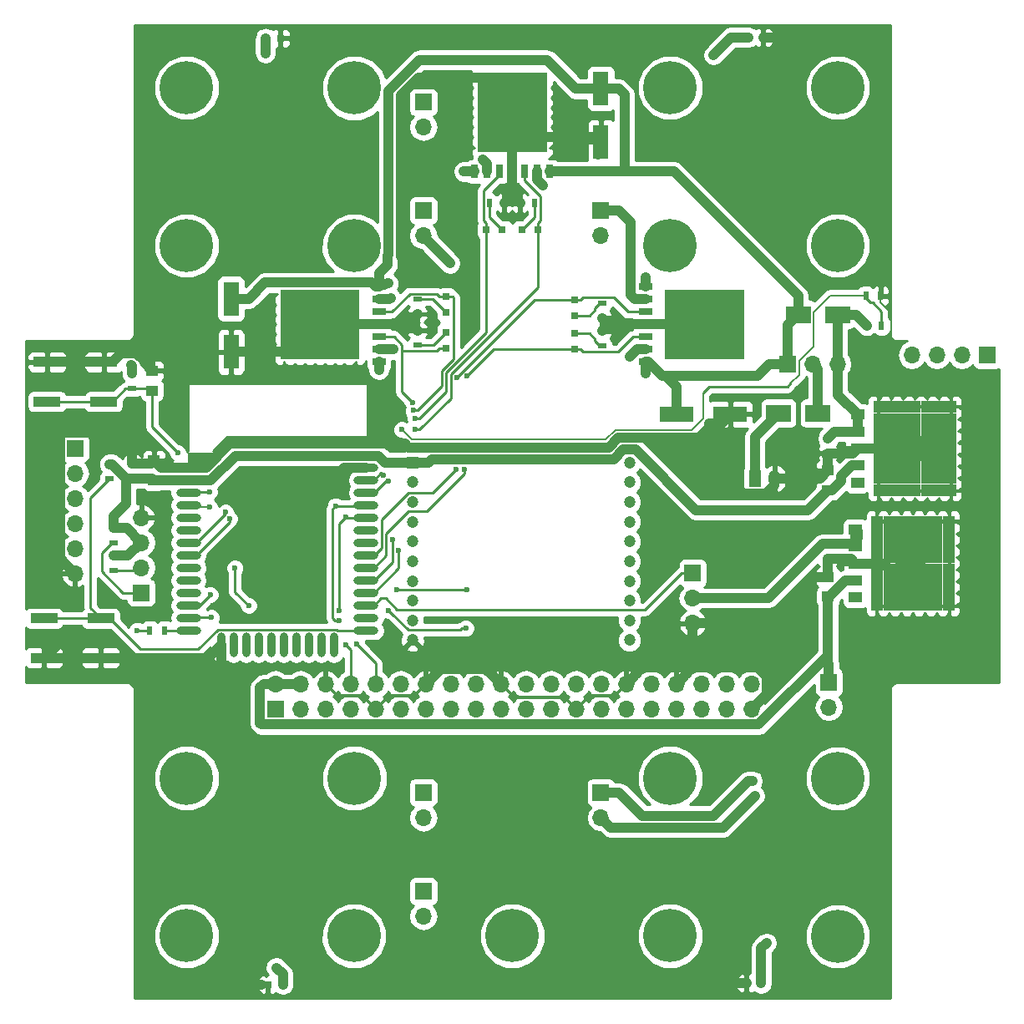
<source format=gtl>
G04 #@! TF.FileFunction,Copper,L1,Top,Signal*
%FSLAX46Y46*%
G04 Gerber Fmt 4.6, Leading zero omitted, Abs format (unit mm)*
G04 Created by KiCad (PCBNEW 4.0.7) date Thursday, 19 July 2018 'PMt' 15:05:03*
%MOMM*%
%LPD*%
G01*
G04 APERTURE LIST*
%ADD10C,0.100000*%
%ADD11C,5.400000*%
%ADD12C,0.800000*%
%ADD13R,0.750000X0.800000*%
%ADD14R,1.250000X1.000000*%
%ADD15R,0.800000X0.750000*%
%ADD16R,2.500000X1.800000*%
%ADD17R,0.800000X0.800000*%
%ADD18R,1.200000X1.700000*%
%ADD19O,1.200000X1.700000*%
%ADD20R,1.700000X1.700000*%
%ADD21O,1.700000X1.700000*%
%ADD22R,0.900000X0.500000*%
%ADD23R,0.500000X0.900000*%
%ADD24R,1.370000X1.070000*%
%ADD25R,1.200000X1.200000*%
%ADD26C,3.000000*%
%ADD27O,2.500000X0.900000*%
%ADD28O,0.900000X2.500000*%
%ADD29R,6.000000X6.000000*%
%ADD30C,1.200000*%
%ADD31R,2.750000X1.000000*%
%ADD32R,3.500000X1.600000*%
%ADD33R,1.600000X3.500000*%
%ADD34R,1.370000X0.730000*%
%ADD35R,1.100000X1.100000*%
%ADD36R,0.730000X1.370000*%
%ADD37C,0.600000*%
%ADD38C,1.000000*%
%ADD39C,0.200000*%
%ADD40C,0.300000*%
%ADD41C,0.250000*%
%ADD42C,0.254000*%
G04 APERTURE END LIST*
D10*
D11*
X108000000Y-118025000D03*
D12*
X110025000Y-118025000D03*
X109431891Y-119456891D03*
X108000000Y-120050000D03*
X106568109Y-119456891D03*
X105975000Y-118025000D03*
X106568109Y-116593109D03*
X108000000Y-116000000D03*
X109431891Y-116593109D03*
D11*
X108000000Y-102025000D03*
D12*
X110025000Y-102025000D03*
X109431891Y-103456891D03*
X108000000Y-104050000D03*
X106568109Y-103456891D03*
X105975000Y-102025000D03*
X106568109Y-100593109D03*
X108000000Y-100000000D03*
X109431891Y-100593109D03*
D11*
X91000000Y-102000000D03*
D12*
X93025000Y-102000000D03*
X92431891Y-103431891D03*
X91000000Y-104025000D03*
X89568109Y-103431891D03*
X88975000Y-102000000D03*
X89568109Y-100568109D03*
X91000000Y-99975000D03*
X92431891Y-100568109D03*
D11*
X91000000Y-117975000D03*
D12*
X93025000Y-117975000D03*
X92431891Y-119406891D03*
X91000000Y-120000000D03*
X89568109Y-119406891D03*
X88975000Y-117975000D03*
X89568109Y-116543109D03*
X91000000Y-115950000D03*
X92431891Y-116543109D03*
D11*
X75000000Y-117975000D03*
D12*
X77025000Y-117975000D03*
X76431891Y-119406891D03*
X75000000Y-120000000D03*
X73568109Y-119406891D03*
X72975000Y-117975000D03*
X73568109Y-116543109D03*
X75000000Y-115950000D03*
X76431891Y-116543109D03*
D11*
X58975000Y-117975000D03*
D12*
X61000000Y-117975000D03*
X60406891Y-119406891D03*
X58975000Y-120000000D03*
X57543109Y-119406891D03*
X56950000Y-117975000D03*
X57543109Y-116543109D03*
X58975000Y-115950000D03*
X60406891Y-116543109D03*
D11*
X42000000Y-117975000D03*
D12*
X44025000Y-117975000D03*
X43431891Y-119406891D03*
X42000000Y-120000000D03*
X40568109Y-119406891D03*
X39975000Y-117975000D03*
X40568109Y-116543109D03*
X42000000Y-115950000D03*
X43431891Y-116543109D03*
D11*
X59000000Y-102000000D03*
D12*
X61025000Y-102000000D03*
X60431891Y-103431891D03*
X59000000Y-104025000D03*
X57568109Y-103431891D03*
X56975000Y-102000000D03*
X57568109Y-100568109D03*
X59000000Y-99975000D03*
X60431891Y-100568109D03*
D11*
X42000000Y-102000000D03*
D12*
X44025000Y-102000000D03*
X43431891Y-103431891D03*
X42000000Y-104025000D03*
X40568109Y-103431891D03*
X39975000Y-102000000D03*
X40568109Y-100568109D03*
X42000000Y-99975000D03*
X43431891Y-100568109D03*
D11*
X58975000Y-48000000D03*
D12*
X61000000Y-48000000D03*
X60406891Y-49431891D03*
X58975000Y-50025000D03*
X57543109Y-49431891D03*
X56950000Y-48000000D03*
X57543109Y-46568109D03*
X58975000Y-45975000D03*
X60406891Y-46568109D03*
D11*
X42000000Y-48000000D03*
D12*
X44025000Y-48000000D03*
X43431891Y-49431891D03*
X42000000Y-50025000D03*
X40568109Y-49431891D03*
X39975000Y-48000000D03*
X40568109Y-46568109D03*
X42000000Y-45975000D03*
X43431891Y-46568109D03*
D11*
X42000000Y-32000000D03*
D12*
X44025000Y-32000000D03*
X43431891Y-33431891D03*
X42000000Y-34025000D03*
X40568109Y-33431891D03*
X39975000Y-32000000D03*
X40568109Y-30568109D03*
X42000000Y-29975000D03*
X43431891Y-30568109D03*
D11*
X59000000Y-32025000D03*
D12*
X61025000Y-32025000D03*
X60431891Y-33456891D03*
X59000000Y-34050000D03*
X57568109Y-33456891D03*
X56975000Y-32025000D03*
X57568109Y-30593109D03*
X59000000Y-30000000D03*
X60431891Y-30593109D03*
D11*
X90975000Y-48000000D03*
D12*
X93000000Y-48000000D03*
X92406891Y-49431891D03*
X90975000Y-50025000D03*
X89543109Y-49431891D03*
X88950000Y-48000000D03*
X89543109Y-46568109D03*
X90975000Y-45975000D03*
X92406891Y-46568109D03*
D11*
X91000000Y-32000000D03*
D12*
X93025000Y-32000000D03*
X92431891Y-33431891D03*
X91000000Y-34025000D03*
X89568109Y-33431891D03*
X88975000Y-32000000D03*
X89568109Y-30568109D03*
X91000000Y-29975000D03*
X92431891Y-30568109D03*
D13*
X107000000Y-79750000D03*
X107000000Y-78250000D03*
D14*
X107000000Y-83600000D03*
X107000000Y-81600000D03*
D13*
X107000000Y-69050000D03*
X107000000Y-67550000D03*
D14*
X107000000Y-72800000D03*
X107000000Y-70800000D03*
X38500000Y-62700000D03*
X38500000Y-60700000D03*
D13*
X36500000Y-70100000D03*
X36500000Y-71600000D03*
D14*
X38700000Y-71800000D03*
X38700000Y-69800000D03*
D15*
X50250000Y-122900000D03*
X51750000Y-122900000D03*
X98750000Y-122800000D03*
X100250000Y-122800000D03*
X100450000Y-26900000D03*
X98950000Y-26900000D03*
X51500000Y-27000000D03*
X50000000Y-27000000D03*
D16*
X106000000Y-65000000D03*
X102000000Y-65000000D03*
X108000000Y-55000000D03*
X104000000Y-55000000D03*
D17*
X81300000Y-53500000D03*
X81300000Y-55100000D03*
X81300000Y-58500000D03*
X81300000Y-56900000D03*
X68300000Y-58400000D03*
X68300000Y-56800000D03*
X68300000Y-53200000D03*
X68300000Y-54800000D03*
X72400000Y-46400000D03*
X74000000Y-46400000D03*
X77600000Y-46400000D03*
X76000000Y-46400000D03*
D18*
X99600000Y-71600000D03*
D19*
X101600000Y-71600000D03*
D20*
X37400000Y-83200000D03*
D21*
X37400000Y-80660000D03*
X37400000Y-78120000D03*
X37400000Y-75580000D03*
D20*
X30700000Y-68560000D03*
D21*
X30700000Y-71100000D03*
X30700000Y-73640000D03*
X30700000Y-76180000D03*
X30700000Y-78720000D03*
X30700000Y-81260000D03*
D20*
X93300000Y-81200000D03*
D21*
X93300000Y-83740000D03*
X93300000Y-86280000D03*
D20*
X84000000Y-44460000D03*
D21*
X84000000Y-47000000D03*
D20*
X84000000Y-103460000D03*
D21*
X84000000Y-106000000D03*
D20*
X66000000Y-44460000D03*
D21*
X66000000Y-47000000D03*
D20*
X51000000Y-95000000D03*
D21*
X51000000Y-92460000D03*
X53540000Y-95000000D03*
X53540000Y-92460000D03*
X56080000Y-95000000D03*
X56080000Y-92460000D03*
X58620000Y-95000000D03*
X58620000Y-92460000D03*
X61160000Y-95000000D03*
X61160000Y-92460000D03*
X63700000Y-95000000D03*
X63700000Y-92460000D03*
X66240000Y-95000000D03*
X66240000Y-92460000D03*
X68780000Y-95000000D03*
X68780000Y-92460000D03*
X71320000Y-95000000D03*
X71320000Y-92460000D03*
X73860000Y-95000000D03*
X73860000Y-92460000D03*
X76400000Y-95000000D03*
X76400000Y-92460000D03*
X78940000Y-95000000D03*
X78940000Y-92460000D03*
X81480000Y-95000000D03*
X81480000Y-92460000D03*
X84020000Y-95000000D03*
X84020000Y-92460000D03*
X86560000Y-95000000D03*
X86560000Y-92460000D03*
X89100000Y-95000000D03*
X89100000Y-92460000D03*
X91640000Y-95000000D03*
X91640000Y-92460000D03*
X94180000Y-95000000D03*
X94180000Y-92460000D03*
X96720000Y-95000000D03*
X96720000Y-92460000D03*
X99260000Y-95000000D03*
X99260000Y-92460000D03*
D20*
X66000000Y-103460000D03*
D21*
X66000000Y-106000000D03*
D20*
X66000000Y-33460000D03*
D21*
X66000000Y-36000000D03*
D20*
X66000000Y-113460000D03*
D21*
X66000000Y-116000000D03*
D22*
X34600000Y-76650000D03*
X34600000Y-78150000D03*
X34600000Y-79450000D03*
X34600000Y-80950000D03*
X36500000Y-61000000D03*
X36500000Y-62500000D03*
X34200000Y-70150000D03*
X34200000Y-71650000D03*
X84100000Y-53850000D03*
X84100000Y-55350000D03*
X84100000Y-58150000D03*
X84100000Y-56650000D03*
X65400000Y-58100000D03*
X65400000Y-56600000D03*
X65400000Y-53450000D03*
X65400000Y-54950000D03*
D23*
X72700000Y-43700000D03*
X74200000Y-43700000D03*
X77300000Y-43700000D03*
X75800000Y-43700000D03*
X38250000Y-87000000D03*
X39750000Y-87000000D03*
D20*
X102920000Y-60000000D03*
D21*
X105460000Y-60000000D03*
X108000000Y-60000000D03*
D24*
X109800000Y-80225000D03*
X109800000Y-78505000D03*
X109800000Y-76785000D03*
X109800000Y-81945000D03*
X109800000Y-83665000D03*
D25*
X112025000Y-84425000D03*
X112025000Y-83225000D03*
X112025000Y-82025000D03*
X112025000Y-80825000D03*
X112025000Y-79625000D03*
X112025000Y-78425000D03*
X112025000Y-77225000D03*
X112025000Y-76025000D03*
X113225000Y-76025000D03*
X113225000Y-77225000D03*
X113225000Y-78425000D03*
X113225000Y-79625000D03*
X113225000Y-80825000D03*
X113225000Y-82025000D03*
X113225000Y-83225000D03*
X113225000Y-84425000D03*
X114425000Y-84425000D03*
X114425000Y-83225000D03*
X114425000Y-82025000D03*
X114425000Y-80825000D03*
X114425000Y-79625000D03*
X114425000Y-78425000D03*
X114425000Y-77225000D03*
X114425000Y-76025000D03*
X115625000Y-76025000D03*
X115625000Y-77225000D03*
X115625000Y-78425000D03*
X115625000Y-79625000D03*
X115625000Y-80825000D03*
X115625000Y-82025000D03*
X115625000Y-83225000D03*
X115625000Y-84425000D03*
X116825000Y-84425000D03*
X116825000Y-83225000D03*
X116825000Y-82025000D03*
X116825000Y-80825000D03*
X116825000Y-79625000D03*
X116825000Y-78425000D03*
X116825000Y-77225000D03*
X116825000Y-76025000D03*
X118025000Y-76025000D03*
X118025000Y-77225000D03*
X118025000Y-78425000D03*
X118025000Y-79625000D03*
X118025000Y-80825000D03*
X118025000Y-82025000D03*
X118025000Y-83225000D03*
X118025000Y-84425000D03*
X119225000Y-84425000D03*
X119225000Y-83225000D03*
X119225000Y-82025000D03*
X119225000Y-80825000D03*
X119225000Y-79625000D03*
X119225000Y-78425000D03*
X119225000Y-77225000D03*
X119225000Y-76025000D03*
D26*
X115400000Y-80225000D03*
D24*
X110000000Y-68575000D03*
X110000000Y-66855000D03*
X110000000Y-65135000D03*
X110000000Y-70295000D03*
X110000000Y-72015000D03*
D25*
X112225000Y-72775000D03*
X112225000Y-71575000D03*
X112225000Y-70375000D03*
X112225000Y-69175000D03*
X112225000Y-67975000D03*
X112225000Y-66775000D03*
X112225000Y-65575000D03*
X112225000Y-64375000D03*
X113425000Y-64375000D03*
X113425000Y-65575000D03*
X113425000Y-66775000D03*
X113425000Y-67975000D03*
X113425000Y-69175000D03*
X113425000Y-70375000D03*
X113425000Y-71575000D03*
X113425000Y-72775000D03*
X114625000Y-72775000D03*
X114625000Y-71575000D03*
X114625000Y-70375000D03*
X114625000Y-69175000D03*
X114625000Y-67975000D03*
X114625000Y-66775000D03*
X114625000Y-65575000D03*
X114625000Y-64375000D03*
X115825000Y-64375000D03*
X115825000Y-65575000D03*
X115825000Y-66775000D03*
X115825000Y-67975000D03*
X115825000Y-69175000D03*
X115825000Y-70375000D03*
X115825000Y-71575000D03*
X115825000Y-72775000D03*
X117025000Y-72775000D03*
X117025000Y-71575000D03*
X117025000Y-70375000D03*
X117025000Y-69175000D03*
X117025000Y-67975000D03*
X117025000Y-66775000D03*
X117025000Y-65575000D03*
X117025000Y-64375000D03*
X118225000Y-64375000D03*
X118225000Y-65575000D03*
X118225000Y-66775000D03*
X118225000Y-67975000D03*
X118225000Y-69175000D03*
X118225000Y-70375000D03*
X118225000Y-71575000D03*
X118225000Y-72775000D03*
X119425000Y-72775000D03*
X119425000Y-71575000D03*
X119425000Y-70375000D03*
X119425000Y-69175000D03*
X119425000Y-67975000D03*
X119425000Y-66775000D03*
X119425000Y-65575000D03*
X119425000Y-64375000D03*
D26*
X115600000Y-68575000D03*
D23*
X110950000Y-56100000D03*
X112450000Y-56100000D03*
X110850000Y-53100000D03*
X112350000Y-53100000D03*
D20*
X107100000Y-92260000D03*
D21*
X107100000Y-94800000D03*
D27*
X60200000Y-70500000D03*
X60200000Y-71770000D03*
X60200000Y-73040000D03*
X60200000Y-74310000D03*
X60200000Y-75580000D03*
X60200000Y-76850000D03*
X60200000Y-78120000D03*
X60200000Y-79390000D03*
X60200000Y-80660000D03*
X60200000Y-81930000D03*
X60200000Y-83200000D03*
X60200000Y-84470000D03*
X60200000Y-85740000D03*
X60200000Y-87010000D03*
D28*
X56915000Y-88500000D03*
X55645000Y-88500000D03*
X54375000Y-88500000D03*
X53105000Y-88500000D03*
X51835000Y-88500000D03*
X50565000Y-88500000D03*
X49295000Y-88500000D03*
X48025000Y-88500000D03*
X46755000Y-88500000D03*
X45485000Y-88500000D03*
D27*
X42200000Y-87010000D03*
X42200000Y-85740000D03*
X42200000Y-84470000D03*
X42200000Y-83200000D03*
X42200000Y-81930000D03*
X42200000Y-80660000D03*
X42200000Y-79390000D03*
X42200000Y-78120000D03*
X42200000Y-76850000D03*
X42200000Y-75580000D03*
X42200000Y-74310000D03*
X42200000Y-73040000D03*
X42200000Y-71770000D03*
X42200000Y-70500000D03*
D29*
X50900000Y-78200000D03*
D25*
X64900000Y-70000000D03*
D30*
X64900000Y-72000000D03*
X64900000Y-74000000D03*
X64900000Y-76000000D03*
X64900000Y-78000000D03*
X64900000Y-80000000D03*
X64900000Y-82000000D03*
X64900000Y-84000000D03*
X64900000Y-86000000D03*
X64900000Y-88000000D03*
X86900000Y-88000000D03*
X86900000Y-86000000D03*
X86900000Y-84000000D03*
X86900000Y-82000000D03*
X86900000Y-80000000D03*
X86900000Y-78000000D03*
X86900000Y-76000000D03*
X86900000Y-74000000D03*
X86900000Y-72000000D03*
X86900000Y-70000000D03*
D31*
X33600000Y-59800000D03*
X27840000Y-59800000D03*
X27840000Y-63800000D03*
X33600000Y-63800000D03*
X33300000Y-85800000D03*
X27540000Y-85800000D03*
X27540000Y-89800000D03*
X33300000Y-89800000D03*
D20*
X123140000Y-59100000D03*
D21*
X120600000Y-59100000D03*
X118060000Y-59100000D03*
X115520000Y-59100000D03*
D32*
X91700000Y-65100000D03*
X97100000Y-65100000D03*
D33*
X46500000Y-53400000D03*
X46500000Y-58800000D03*
X84000000Y-32100000D03*
X84000000Y-37500000D03*
D34*
X88500000Y-56000000D03*
X88500000Y-54730000D03*
X88500000Y-53460000D03*
X88500000Y-52190000D03*
X88500000Y-57270000D03*
X88500000Y-58540000D03*
X88500000Y-59810000D03*
D35*
X91000000Y-56000000D03*
X91000000Y-57000000D03*
X91000000Y-58000000D03*
X91000000Y-59000000D03*
X91000000Y-55000000D03*
X91000000Y-54000000D03*
X91000000Y-53000000D03*
X92000000Y-53000000D03*
X93000000Y-53000000D03*
X94000000Y-53000000D03*
X95000000Y-53000000D03*
X96000000Y-53000000D03*
X97000000Y-53000000D03*
X98000000Y-53000000D03*
X98000000Y-54000000D03*
X98000000Y-55000000D03*
X98000000Y-56000000D03*
X98000000Y-57000000D03*
X98000000Y-58000000D03*
X98000000Y-59000000D03*
X97000000Y-59000000D03*
X96000000Y-59000000D03*
X95000000Y-59000000D03*
X94000000Y-59000000D03*
X93000000Y-59000000D03*
X92000000Y-59000000D03*
X92000000Y-58000000D03*
X93000000Y-58000000D03*
X94000000Y-58000000D03*
X95000000Y-58000000D03*
X96000000Y-58000000D03*
X97000000Y-58000000D03*
X97000000Y-57000000D03*
X96000000Y-57000000D03*
X95000000Y-57000000D03*
X94000000Y-57000000D03*
X93000000Y-57000000D03*
X92000000Y-57000000D03*
X92000000Y-56000000D03*
X93000000Y-56000000D03*
X94000000Y-56000000D03*
X95000000Y-56000000D03*
X96000000Y-56000000D03*
X97000000Y-56000000D03*
X97000000Y-55000000D03*
X96000000Y-55000000D03*
X95000000Y-55000000D03*
X94000000Y-55000000D03*
X93000000Y-55000000D03*
X92000000Y-55000000D03*
X92000000Y-54000000D03*
X93000000Y-54000000D03*
X94000000Y-54000000D03*
X95000000Y-54000000D03*
X96000000Y-54000000D03*
X97000000Y-54000000D03*
D26*
X94500000Y-56000000D03*
D34*
X61500000Y-56000000D03*
X61500000Y-57270000D03*
X61500000Y-58540000D03*
X61500000Y-59810000D03*
X61500000Y-54730000D03*
X61500000Y-53460000D03*
X61500000Y-52190000D03*
D35*
X59000000Y-56000000D03*
X59000000Y-55000000D03*
X59000000Y-54000000D03*
X59000000Y-53000000D03*
X59000000Y-57000000D03*
X59000000Y-58000000D03*
X59000000Y-59000000D03*
X58000000Y-59000000D03*
X57000000Y-59000000D03*
X56000000Y-59000000D03*
X55000000Y-59000000D03*
X54000000Y-59000000D03*
X53000000Y-59000000D03*
X52000000Y-59000000D03*
X52000000Y-58000000D03*
X52000000Y-57000000D03*
X52000000Y-56000000D03*
X52000000Y-55000000D03*
X52000000Y-54000000D03*
X52000000Y-53000000D03*
X53000000Y-53000000D03*
X54000000Y-53000000D03*
X55000000Y-53000000D03*
X56000000Y-53000000D03*
X57000000Y-53000000D03*
X58000000Y-53000000D03*
X58000000Y-54000000D03*
X57000000Y-54000000D03*
X56000000Y-54000000D03*
X55000000Y-54000000D03*
X54000000Y-54000000D03*
X53000000Y-54000000D03*
X53000000Y-55000000D03*
X54000000Y-55000000D03*
X55000000Y-55000000D03*
X56000000Y-55000000D03*
X57000000Y-55000000D03*
X58000000Y-55000000D03*
X58000000Y-56000000D03*
X57000000Y-56000000D03*
X56000000Y-56000000D03*
X55000000Y-56000000D03*
X54000000Y-56000000D03*
X53000000Y-56000000D03*
X53000000Y-57000000D03*
X54000000Y-57000000D03*
X55000000Y-57000000D03*
X56000000Y-57000000D03*
X57000000Y-57000000D03*
X58000000Y-57000000D03*
X58000000Y-58000000D03*
X57000000Y-58000000D03*
X56000000Y-58000000D03*
X55000000Y-58000000D03*
X54000000Y-58000000D03*
X53000000Y-58000000D03*
D26*
X55500000Y-56000000D03*
D36*
X75000000Y-40500000D03*
X73730000Y-40500000D03*
X72460000Y-40500000D03*
X71190000Y-40500000D03*
X76270000Y-40500000D03*
X77540000Y-40500000D03*
X78810000Y-40500000D03*
D35*
X75000000Y-38000000D03*
X76000000Y-38000000D03*
X77000000Y-38000000D03*
X78000000Y-38000000D03*
X74000000Y-38000000D03*
X73000000Y-38000000D03*
X72000000Y-38000000D03*
X72000000Y-37000000D03*
X72000000Y-36000000D03*
X72000000Y-35000000D03*
X72000000Y-34000000D03*
X72000000Y-33000000D03*
X72000000Y-32000000D03*
X72000000Y-31000000D03*
X73000000Y-31000000D03*
X74000000Y-31000000D03*
X75000000Y-31000000D03*
X76000000Y-31000000D03*
X77000000Y-31000000D03*
X78000000Y-31000000D03*
X78000000Y-32000000D03*
X78000000Y-33000000D03*
X78000000Y-34000000D03*
X78000000Y-35000000D03*
X78000000Y-36000000D03*
X78000000Y-37000000D03*
X77000000Y-37000000D03*
X77000000Y-36000000D03*
X77000000Y-35000000D03*
X77000000Y-34000000D03*
X77000000Y-33000000D03*
X77000000Y-32000000D03*
X76000000Y-32000000D03*
X76000000Y-33000000D03*
X76000000Y-34000000D03*
X76000000Y-35000000D03*
X76000000Y-36000000D03*
X76000000Y-37000000D03*
X75000000Y-37000000D03*
X75000000Y-36000000D03*
X75000000Y-35000000D03*
X75000000Y-34000000D03*
X75000000Y-33000000D03*
X75000000Y-32000000D03*
X74000000Y-32000000D03*
X74000000Y-33000000D03*
X74000000Y-34000000D03*
X74000000Y-35000000D03*
X74000000Y-36000000D03*
X74000000Y-37000000D03*
X73000000Y-37000000D03*
X73000000Y-36000000D03*
X73000000Y-35000000D03*
X73000000Y-34000000D03*
X73000000Y-33000000D03*
X73000000Y-32000000D03*
D26*
X75000000Y-34500000D03*
D11*
X108000000Y-32000000D03*
D12*
X110025000Y-32000000D03*
X109431891Y-33431891D03*
X108000000Y-34025000D03*
X106568109Y-33431891D03*
X105975000Y-32000000D03*
X106568109Y-30568109D03*
X108000000Y-29975000D03*
X109431891Y-30568109D03*
D11*
X108000000Y-48000000D03*
D12*
X110025000Y-48000000D03*
X109431891Y-49431891D03*
X108000000Y-50025000D03*
X106568109Y-49431891D03*
X105975000Y-48000000D03*
X106568109Y-46568109D03*
X108000000Y-45975000D03*
X109431891Y-46568109D03*
D37*
X95000000Y-66000000D03*
X103200000Y-27700000D03*
X96151715Y-123348285D03*
X46035423Y-122835423D03*
X108200000Y-79750000D03*
X46000000Y-90900000D03*
X46900000Y-72400000D03*
X44000000Y-70500000D03*
X63700000Y-49100000D03*
X30600000Y-67009999D03*
X30600000Y-59800000D03*
X30000000Y-88100000D03*
X110000000Y-77600000D03*
X110000000Y-66000000D03*
X51100000Y-121200000D03*
X50000000Y-28500000D03*
X95400000Y-28700000D03*
X100800000Y-118700000D03*
X35350000Y-71100000D03*
X36400000Y-60100000D03*
X44300000Y-73000000D03*
X41100000Y-69000000D03*
X62451465Y-51851465D03*
X61500000Y-60600000D03*
X80175000Y-40500000D03*
X70100000Y-40500000D03*
X88500000Y-51200000D03*
X88500000Y-61000000D03*
X69301483Y-70696199D03*
X69394546Y-61345503D03*
X70168329Y-70679147D03*
X70412412Y-61211535D03*
X64923953Y-63926534D03*
X45950992Y-75016705D03*
X64982990Y-64724364D03*
X46367095Y-75699990D03*
X65205606Y-65492778D03*
X61905243Y-71252790D03*
X62439806Y-71847988D03*
X65205609Y-66599996D03*
X44500000Y-85700000D03*
X63300000Y-82900000D03*
X70400000Y-82900000D03*
X57473074Y-85980866D03*
X59200000Y-88400000D03*
X57100000Y-74400000D03*
X57450694Y-85040919D03*
X58125010Y-75500000D03*
X58100000Y-88500000D03*
X44400000Y-83400000D03*
X62478985Y-85013284D03*
X70300000Y-86800000D03*
X48300000Y-84500000D03*
X46900000Y-80700000D03*
X37000000Y-87000000D03*
X62874990Y-77797249D03*
X63500000Y-78900000D03*
X99375427Y-102269971D03*
X99585072Y-103797386D03*
X86900000Y-59300000D03*
X63000000Y-58500000D03*
X68700000Y-49800000D03*
X62700000Y-53300000D03*
X71999999Y-39250001D03*
X78100000Y-41900000D03*
X63825847Y-66670511D03*
X44300000Y-74500000D03*
D38*
X101600000Y-71600000D02*
X106200000Y-71600000D01*
X106200000Y-71600000D02*
X107000000Y-70800000D01*
X95000000Y-66000000D02*
X95000000Y-69710002D01*
X100760001Y-73150001D02*
X101600000Y-72310002D01*
X95000000Y-69710002D02*
X98439999Y-73150001D01*
X98439999Y-73150001D02*
X100760001Y-73150001D01*
X101600000Y-72310002D02*
X101600000Y-71600000D01*
X95000000Y-66424264D02*
X95000000Y-66000000D01*
X93924276Y-67499988D02*
X95000000Y-66424264D01*
X84799801Y-68479126D02*
X85778939Y-67499988D01*
X64503076Y-68479126D02*
X84799801Y-68479126D01*
X64123929Y-68099979D02*
X64503076Y-68479126D01*
X44000000Y-70500000D02*
X46400021Y-68099979D01*
X46400021Y-68099979D02*
X64123929Y-68099979D01*
X85778939Y-67499988D02*
X93924276Y-67499988D01*
X95000000Y-66000000D02*
X96200000Y-66000000D01*
X96200000Y-66000000D02*
X97100000Y-65100000D01*
X78000000Y-37000000D02*
X83500000Y-37000000D01*
X83500000Y-37000000D02*
X84000000Y-37500000D01*
X63700000Y-49100000D02*
X63700000Y-32799998D01*
X63700000Y-32799998D02*
X65499998Y-31000000D01*
X65499998Y-31000000D02*
X72000000Y-31000000D01*
X46500000Y-58800000D02*
X52200000Y-58800000D01*
X52200000Y-58800000D02*
X53000000Y-58000000D01*
D39*
X112350000Y-53100000D02*
X112350000Y-53750000D01*
X112350000Y-53750000D02*
X113425000Y-54825000D01*
X113425000Y-54825000D02*
X113425000Y-63575000D01*
X113425000Y-63575000D02*
X113425000Y-64375000D01*
D38*
X100450000Y-26900000D02*
X102400000Y-26900000D01*
X102400000Y-26900000D02*
X103200000Y-27700000D01*
X98750000Y-122800000D02*
X96700000Y-122800000D01*
X96700000Y-122800000D02*
X96151715Y-123348285D01*
X49550000Y-122900000D02*
X46100000Y-122900000D01*
X46100000Y-122900000D02*
X46035423Y-122835423D01*
X46000000Y-90900000D02*
X45485000Y-90385000D01*
X45485000Y-90385000D02*
X45485000Y-88500000D01*
X66240000Y-92460000D02*
X67790001Y-90909999D01*
X67790001Y-90909999D02*
X72309999Y-90909999D01*
X73010001Y-91610001D02*
X73860000Y-92460000D01*
X72309999Y-90909999D02*
X73010001Y-91610001D01*
D40*
X56080000Y-92460000D02*
X57280001Y-93660001D01*
X57280001Y-93660001D02*
X59820001Y-93660001D01*
X59820001Y-93660001D02*
X60310001Y-94150001D01*
X60310001Y-94150001D02*
X61160000Y-95000000D01*
X81480000Y-95000000D02*
X80279999Y-93799999D01*
X80279999Y-93799999D02*
X75199999Y-93799999D01*
X75199999Y-93799999D02*
X74709999Y-93309999D01*
X74709999Y-93309999D02*
X73860000Y-92460000D01*
X86560000Y-92460000D02*
X85359999Y-93660001D01*
X85359999Y-93660001D02*
X82819999Y-93660001D01*
X82819999Y-93660001D02*
X82329999Y-94150001D01*
X82329999Y-94150001D02*
X81480000Y-95000000D01*
D38*
X93300000Y-90800000D02*
X88220000Y-90800000D01*
X88220000Y-90800000D02*
X86560000Y-92460000D01*
X99260000Y-95000000D02*
X100810001Y-93449999D01*
X100810001Y-93449999D02*
X100810001Y-91715999D01*
X100810001Y-91715999D02*
X99894002Y-90800000D01*
X99894002Y-90800000D02*
X93300000Y-90800000D01*
X93300000Y-86280000D02*
X93300000Y-90800000D01*
X93300000Y-90800000D02*
X91640000Y-92460000D01*
X115825000Y-77025000D02*
X115625000Y-77225000D01*
X107000000Y-81600000D02*
X105375000Y-81600000D01*
X105375000Y-81600000D02*
X100695000Y-86280000D01*
X94502081Y-86280000D02*
X93300000Y-86280000D01*
X100695000Y-86280000D02*
X94502081Y-86280000D01*
X109800000Y-80225000D02*
X112625000Y-80225000D01*
X112625000Y-80225000D02*
X113225000Y-80825000D01*
X110000000Y-68575000D02*
X112825000Y-68575000D01*
X112825000Y-68575000D02*
X113425000Y-69175000D01*
D40*
X66240000Y-92460000D02*
X65039999Y-93660001D01*
X65039999Y-93660001D02*
X62499999Y-93660001D01*
X62499999Y-93660001D02*
X62009999Y-94150001D01*
X62009999Y-94150001D02*
X61160000Y-95000000D01*
D38*
X60200000Y-70500000D02*
X57950000Y-70500000D01*
X50900000Y-77550000D02*
X50900000Y-78200000D01*
X57950000Y-70500000D02*
X50900000Y-77550000D01*
X46900000Y-72400000D02*
X46900000Y-74200000D01*
X46900000Y-74200000D02*
X50900000Y-78200000D01*
X42200000Y-70500000D02*
X44000000Y-70500000D01*
X33600000Y-59800000D02*
X34475000Y-59800000D01*
X34475000Y-59800000D02*
X35375009Y-58899991D01*
X35375009Y-58899991D02*
X36897061Y-58899991D01*
X36897061Y-58899991D02*
X37700010Y-59702940D01*
X37700010Y-59702940D02*
X37700010Y-59900010D01*
X37700010Y-59900010D02*
X38500000Y-60700000D01*
X61500000Y-56000000D02*
X64800000Y-56000000D01*
X64800000Y-56000000D02*
X65400000Y-56600000D01*
X61500000Y-56000000D02*
X64350000Y-56000000D01*
X64350000Y-56000000D02*
X65400000Y-54950000D01*
X75000000Y-42850000D02*
X75850000Y-43700000D01*
X75000000Y-40500000D02*
X75000000Y-42850000D01*
X75000000Y-40500000D02*
X75000000Y-42900000D01*
X75000000Y-42900000D02*
X74200000Y-43700000D01*
X84100000Y-56650000D02*
X84750000Y-56000000D01*
X84750000Y-56000000D02*
X88500000Y-56000000D01*
X84100000Y-55350000D02*
X84750000Y-56000000D01*
X88500000Y-56000000D02*
X91000000Y-56000000D01*
X75000000Y-40500000D02*
X75000000Y-38000000D01*
X61500000Y-56000000D02*
X59000000Y-56000000D01*
X34809999Y-67009999D02*
X30600000Y-67009999D01*
X30600000Y-67009999D02*
X29289999Y-67009999D01*
X30600000Y-59800000D02*
X27840000Y-59800000D01*
X33600000Y-59800000D02*
X30600000Y-59800000D01*
X33300000Y-89800000D02*
X44185000Y-89800000D01*
X44185000Y-89800000D02*
X45485000Y-88500000D01*
X27540000Y-89800000D02*
X33300000Y-89800000D01*
X30000000Y-88100000D02*
X29240000Y-88100000D01*
X29240000Y-88100000D02*
X27540000Y-89800000D01*
X36500000Y-70100000D02*
X36500000Y-68700000D01*
X29850001Y-80410001D02*
X30700000Y-81260000D01*
X36500000Y-68700000D02*
X34809999Y-67009999D01*
X29289999Y-67009999D02*
X29149999Y-67149999D01*
X29149999Y-67149999D02*
X29149999Y-79709999D01*
X29149999Y-79709999D02*
X29850001Y-80410001D01*
X36500000Y-70100000D02*
X38400000Y-70100000D01*
X38400000Y-70100000D02*
X38700000Y-69800000D01*
X38700000Y-69800000D02*
X39400000Y-70500000D01*
X39400000Y-70500000D02*
X42200000Y-70500000D01*
X106850000Y-69200000D02*
X107000000Y-69050000D01*
X107000000Y-81600000D02*
X107000000Y-79750000D01*
X107000000Y-79750000D02*
X109325000Y-79750000D01*
X109325000Y-79750000D02*
X109800000Y-80225000D01*
X107000000Y-69050000D02*
X109525000Y-69050000D01*
X109525000Y-69050000D02*
X110000000Y-68575000D01*
X107000000Y-70800000D02*
X107000000Y-69050000D01*
X83700000Y-38800000D02*
X83800000Y-38700000D01*
X108000000Y-55000000D02*
X109850000Y-55000000D01*
X109850000Y-55000000D02*
X110950000Y-56100000D01*
X93300000Y-83740000D02*
X100974998Y-83740000D01*
X106464998Y-78250000D02*
X107000000Y-78250000D01*
X100974998Y-83740000D02*
X106464998Y-78250000D01*
X107000000Y-78250000D02*
X109545000Y-78250000D01*
X109545000Y-78250000D02*
X109800000Y-78505000D01*
X109800000Y-76785000D02*
X109800000Y-78505000D01*
X110000000Y-77600000D02*
X110000000Y-76985000D01*
X110000000Y-76985000D02*
X109800000Y-76785000D01*
X110000000Y-66000000D02*
X110000000Y-66855000D01*
X110000000Y-65135000D02*
X110000000Y-66000000D01*
X108000000Y-55000000D02*
X108000000Y-60000000D01*
X110000000Y-66855000D02*
X107695000Y-66855000D01*
X107695000Y-66855000D02*
X107000000Y-67550000D01*
X108000000Y-60000000D02*
X108000000Y-63135000D01*
X108000000Y-63135000D02*
X110000000Y-65135000D01*
X107100000Y-92260000D02*
X107100000Y-90410000D01*
X107100000Y-90410000D02*
X107000000Y-90310000D01*
X107000000Y-90310000D02*
X107000000Y-89554002D01*
X51000000Y-92460000D02*
X53540000Y-92460000D01*
X107000000Y-83600000D02*
X107000000Y-89554002D01*
X107000000Y-89554002D02*
X100004001Y-96550001D01*
X100004001Y-96550001D02*
X49589999Y-96550001D01*
X49589999Y-96550001D02*
X49449999Y-96410001D01*
X49449999Y-96410001D02*
X49449999Y-92807920D01*
X49449999Y-92807920D02*
X49797919Y-92460000D01*
X49797919Y-92460000D02*
X51000000Y-92460000D01*
X107000000Y-83600000D02*
X107125000Y-83600000D01*
X108780000Y-81945000D02*
X109800000Y-81945000D01*
X107125000Y-83600000D02*
X108780000Y-81945000D01*
X51750000Y-122900000D02*
X51750000Y-121850000D01*
X51750000Y-121850000D02*
X51100000Y-121200000D01*
X107000000Y-72800000D02*
X104982838Y-74817162D01*
X104982838Y-74817162D02*
X93641164Y-74817162D01*
X66820863Y-69679137D02*
X66500000Y-70000000D01*
X93641164Y-74817162D02*
X87524001Y-68699999D01*
X66500000Y-70000000D02*
X64900000Y-70000000D01*
X87524001Y-68699999D02*
X86275999Y-68699999D01*
X86275999Y-68699999D02*
X85296861Y-69679137D01*
X85296861Y-69679137D02*
X66820863Y-69679137D01*
X46920008Y-69299992D02*
X44450000Y-71770000D01*
X60599608Y-69299992D02*
X46920008Y-69299992D01*
X62126359Y-70000000D02*
X61476349Y-69349990D01*
X44450000Y-71770000D02*
X42200000Y-71770000D01*
X64900000Y-70000000D02*
X62126359Y-70000000D01*
X60649606Y-69349990D02*
X60599608Y-69299992D01*
X61476349Y-69349990D02*
X60649606Y-69349990D01*
X50000000Y-28500000D02*
X50000000Y-27000000D01*
X98950000Y-26900000D02*
X97200000Y-26900000D01*
X97200000Y-26900000D02*
X95400000Y-28700000D01*
X100250000Y-122800000D02*
X100250000Y-119250000D01*
X100250000Y-119250000D02*
X100800000Y-118700000D01*
X34600000Y-76650000D02*
X34600000Y-75400000D01*
X34600000Y-75400000D02*
X35850000Y-74150000D01*
X35850000Y-74150000D02*
X35850000Y-71600000D01*
X37400000Y-78120000D02*
X36070000Y-79450000D01*
X36070000Y-79450000D02*
X34600000Y-79450000D01*
X37400000Y-78120000D02*
X35930000Y-76650000D01*
X35930000Y-76650000D02*
X34600000Y-76650000D01*
X35850000Y-71600000D02*
X35350000Y-71100000D01*
X35350000Y-71100000D02*
X34400000Y-70150000D01*
X36500000Y-61000000D02*
X36500000Y-60200000D01*
X36500000Y-60200000D02*
X36400000Y-60100000D01*
X36500000Y-71600000D02*
X35850000Y-71600000D01*
X34400000Y-70150000D02*
X34200000Y-70150000D01*
X38700000Y-71800000D02*
X42170000Y-71800000D01*
X42170000Y-71800000D02*
X42200000Y-71770000D01*
X36500000Y-71600000D02*
X38500000Y-71600000D01*
X38500000Y-71600000D02*
X38700000Y-71800000D01*
X110000000Y-70295000D02*
X109405000Y-70295000D01*
X109405000Y-70295000D02*
X108325001Y-71374999D01*
X108325001Y-71374999D02*
X108325001Y-71860001D01*
X108325001Y-71860001D02*
X107385002Y-72800000D01*
X107385002Y-72800000D02*
X107000000Y-72800000D01*
D41*
X44300000Y-73000000D02*
X42240000Y-73000000D01*
X42240000Y-73000000D02*
X42200000Y-73040000D01*
X38500000Y-62700000D02*
X38500000Y-66400000D01*
X38500000Y-66400000D02*
X41100000Y-69000000D01*
X36500000Y-62500000D02*
X38300000Y-62500000D01*
X38300000Y-62500000D02*
X38500000Y-62700000D01*
X33600000Y-63800000D02*
X34475000Y-63800000D01*
X34475000Y-63800000D02*
X35775000Y-62500000D01*
X35775000Y-62500000D02*
X35800000Y-62500000D01*
X35800000Y-62500000D02*
X36500000Y-62500000D01*
X27840000Y-63800000D02*
X33600000Y-63800000D01*
D38*
X90600011Y-61174989D02*
X91700000Y-62274978D01*
X91700000Y-62274978D02*
X91700000Y-65100000D01*
X91400000Y-40500000D02*
X86400000Y-40500000D01*
X86400000Y-40500000D02*
X83800000Y-40500000D01*
X84000000Y-32100000D02*
X85800000Y-32100000D01*
X85800000Y-32100000D02*
X86400000Y-32700000D01*
X86400000Y-32700000D02*
X86400000Y-40500000D01*
X78560002Y-29200000D02*
X81460002Y-32100000D01*
X81460002Y-32100000D02*
X84000000Y-32100000D01*
X61500000Y-52190000D02*
X61180000Y-52190000D01*
X61180000Y-52190000D02*
X60739999Y-51749999D01*
X49950001Y-51749999D02*
X48300000Y-53400000D01*
X60739999Y-51749999D02*
X49950001Y-51749999D01*
X48300000Y-53400000D02*
X46500000Y-53400000D01*
X90600011Y-61174989D02*
X90600000Y-61175000D01*
X99895011Y-61174989D02*
X90600011Y-61174989D01*
X101070000Y-60000000D02*
X99895011Y-61174989D01*
X102920000Y-60000000D02*
X101070000Y-60000000D01*
X78560002Y-29200000D02*
X65602927Y-29200000D01*
X65602927Y-29200000D02*
X62456871Y-32346056D01*
X62456871Y-32346056D02*
X62456871Y-48958127D01*
X62456871Y-48958127D02*
X62374999Y-49039999D01*
X62374999Y-49039999D02*
X62374999Y-49950001D01*
X62374999Y-49950001D02*
X61500000Y-50825000D01*
X61500000Y-50825000D02*
X61500000Y-52190000D01*
X62451465Y-51851465D02*
X61590000Y-52100000D01*
X61500000Y-59810000D02*
X61500000Y-60600000D01*
X71190000Y-40500000D02*
X70100000Y-40500000D01*
X88500000Y-51200000D02*
X88500000Y-52190000D01*
X88500000Y-59810000D02*
X88500000Y-61000000D01*
X61590000Y-52100000D02*
X61500000Y-52190000D01*
X90600000Y-61175000D02*
X90185000Y-61175000D01*
X83800000Y-40500000D02*
X80175000Y-40500000D01*
X104000000Y-55000000D02*
X104000000Y-53100000D01*
X104000000Y-53100000D02*
X91400000Y-40500000D01*
X80175000Y-40500000D02*
X78810000Y-40500000D01*
X102920000Y-60000000D02*
X102920000Y-56080000D01*
X102920000Y-56080000D02*
X104000000Y-55000000D01*
X90185000Y-61175000D02*
X88820000Y-59810000D01*
X88820000Y-59810000D02*
X88500000Y-59810000D01*
X106000000Y-65000000D02*
X106000000Y-60540000D01*
X106000000Y-60540000D02*
X105460000Y-60000000D01*
X99600000Y-69200000D02*
X99600000Y-71600000D01*
X99600000Y-69200000D02*
X99600000Y-67400000D01*
X99600000Y-67400000D02*
X102000000Y-65000000D01*
D41*
X69001484Y-70996198D02*
X69301483Y-70696199D01*
X61775010Y-78614990D02*
X61775010Y-75755988D01*
X61775010Y-75755988D02*
X64455999Y-73074999D01*
X66922683Y-73074999D02*
X69001484Y-70996198D01*
X64455999Y-73074999D02*
X66922683Y-73074999D01*
X60200000Y-79390000D02*
X61000000Y-79390000D01*
X61000000Y-79390000D02*
X61775010Y-78614990D01*
X69694545Y-61045504D02*
X69394546Y-61345503D01*
X77240049Y-53500000D02*
X69694545Y-61045504D01*
X81300000Y-53500000D02*
X77240049Y-53500000D01*
X85274999Y-53274999D02*
X86730000Y-54730000D01*
X86730000Y-54730000D02*
X88500000Y-54730000D01*
X81300000Y-53500000D02*
X81950000Y-53500000D01*
X81950000Y-53500000D02*
X82175001Y-53274999D01*
X82175001Y-53274999D02*
X85274999Y-53274999D01*
X81300000Y-56900000D02*
X82850000Y-56900000D01*
X83400000Y-57450000D02*
X83400000Y-57650000D01*
X82850000Y-56900000D02*
X83400000Y-57450000D01*
X83400000Y-57650000D02*
X83900000Y-58150000D01*
X83900000Y-58150000D02*
X84100000Y-58150000D01*
X66346739Y-74925001D02*
X70168329Y-71103411D01*
X64474999Y-74925001D02*
X66346739Y-74925001D01*
X62225021Y-79434979D02*
X62225021Y-77174978D01*
X61000000Y-80660000D02*
X62225021Y-79434979D01*
X60200000Y-80660000D02*
X61000000Y-80660000D01*
X62225021Y-77174978D02*
X64474999Y-74925001D01*
X70168329Y-71103411D02*
X70168329Y-70679147D01*
X70712411Y-60911536D02*
X70412412Y-61211535D01*
X73123947Y-58500000D02*
X70712411Y-60911536D01*
X81300000Y-58500000D02*
X73123947Y-58500000D01*
X85774999Y-58725001D02*
X87230000Y-57270000D01*
X87230000Y-57270000D02*
X88500000Y-57270000D01*
X81300000Y-58500000D02*
X81950000Y-58500000D01*
X81950000Y-58500000D02*
X82175001Y-58725001D01*
X82175001Y-58725001D02*
X85774999Y-58725001D01*
X65400000Y-58100000D02*
X67000000Y-58100000D01*
X67000000Y-58100000D02*
X68300000Y-56800000D01*
X64623954Y-63626535D02*
X64923953Y-63926534D01*
X63840001Y-58675001D02*
X63840001Y-62842582D01*
X63840001Y-62842582D02*
X64623954Y-63626535D01*
X42200000Y-78120000D02*
X43000000Y-78120000D01*
X45950992Y-75169008D02*
X45950992Y-75016705D01*
X43000000Y-78120000D02*
X45950992Y-75169008D01*
X63840001Y-58675001D02*
X63840001Y-58071817D01*
X63840001Y-58071817D02*
X63038184Y-57270000D01*
X62435000Y-57270000D02*
X61500000Y-57270000D01*
X63038184Y-57270000D02*
X62435000Y-57270000D01*
X68300000Y-58400000D02*
X67650000Y-58400000D01*
X67650000Y-58400000D02*
X67374999Y-58675001D01*
X67374999Y-58675001D02*
X63840001Y-58675001D01*
X77300000Y-43700000D02*
X77300000Y-45100000D01*
X77300000Y-45100000D02*
X76000000Y-46400000D01*
X67869523Y-62262095D02*
X65407254Y-64724364D01*
X65407254Y-64724364D02*
X64982990Y-64724364D01*
X69025001Y-59517224D02*
X67869523Y-60672702D01*
X67869523Y-60672702D02*
X67869523Y-62262095D01*
X69025001Y-53275001D02*
X69025001Y-59517224D01*
X68950000Y-53200000D02*
X69025001Y-53275001D01*
X68300000Y-53200000D02*
X68950000Y-53200000D01*
X46367095Y-76022905D02*
X46367095Y-75699990D01*
X42200000Y-79390000D02*
X43000000Y-79390000D01*
X43000000Y-79390000D02*
X46367095Y-76022905D01*
X68300000Y-53200000D02*
X67650000Y-53200000D01*
X67650000Y-53200000D02*
X67324999Y-52874999D01*
X62435000Y-54730000D02*
X61500000Y-54730000D01*
X67324999Y-52874999D02*
X64635003Y-52874999D01*
X62780002Y-54730000D02*
X62435000Y-54730000D01*
X64635003Y-52874999D02*
X62780002Y-54730000D01*
X65629870Y-65492778D02*
X65205606Y-65492778D01*
X68319534Y-62803114D02*
X65629870Y-65492778D01*
X68319534Y-60859102D02*
X68319534Y-62803114D01*
X72400000Y-46400000D02*
X72400000Y-56778636D01*
X72400000Y-56778636D02*
X68319534Y-60859102D01*
X61722453Y-71070000D02*
X61905243Y-71252790D01*
X60200000Y-71770000D02*
X61000000Y-71770000D01*
X61700000Y-71070000D02*
X61722453Y-71070000D01*
X61000000Y-71770000D02*
X61700000Y-71070000D01*
X72400000Y-46400000D02*
X72400000Y-45750000D01*
X72400000Y-45750000D02*
X72124999Y-45474999D01*
X72124999Y-45474999D02*
X72124999Y-42425001D01*
X72124999Y-42425001D02*
X73730000Y-40820000D01*
X73730000Y-40820000D02*
X73730000Y-40500000D01*
X68769545Y-61045502D02*
X68769545Y-63460324D01*
X68769545Y-63460324D02*
X65629873Y-66599996D01*
X77600000Y-46400000D02*
X77600000Y-52215047D01*
X77600000Y-52215047D02*
X68769545Y-61045502D01*
X65629873Y-66599996D02*
X65205609Y-66599996D01*
X60200000Y-73040000D02*
X61000000Y-73040000D01*
X62192012Y-71847988D02*
X62439806Y-71847988D01*
X61000000Y-73040000D02*
X62192012Y-71847988D01*
X77600000Y-46400000D02*
X77600000Y-45750000D01*
X77875001Y-45474999D02*
X77875001Y-43040001D01*
X77600000Y-45750000D02*
X77875001Y-45474999D01*
X77875001Y-43040001D02*
X76270000Y-41435000D01*
X76270000Y-41435000D02*
X76270000Y-40500000D01*
X44500000Y-85700000D02*
X42240000Y-85700000D01*
X42240000Y-85700000D02*
X42200000Y-85740000D01*
X33400000Y-79150000D02*
X33400000Y-81035002D01*
X33400000Y-81035002D02*
X35564998Y-83200000D01*
X35564998Y-83200000D02*
X36300000Y-83200000D01*
X36300000Y-83200000D02*
X37400000Y-83200000D01*
X34600000Y-78150000D02*
X34400000Y-78150000D01*
X34400000Y-78150000D02*
X33400000Y-79150000D01*
X70400000Y-82900000D02*
X69975736Y-82900000D01*
X69975736Y-82900000D02*
X69950735Y-82925001D01*
X69950735Y-82925001D02*
X63325001Y-82925001D01*
X63325001Y-82925001D02*
X63300000Y-82900000D01*
X34600000Y-80950000D02*
X37110000Y-80950000D01*
X37110000Y-80950000D02*
X37400000Y-80660000D01*
X56800001Y-74699999D02*
X56800001Y-85732057D01*
X56800001Y-85732057D02*
X57048810Y-85980866D01*
X57048810Y-85980866D02*
X57473074Y-85980866D01*
X57100000Y-74400000D02*
X56800001Y-74699999D01*
X61160000Y-92460000D02*
X61160000Y-90360000D01*
X61160000Y-90360000D02*
X59200000Y-88400000D01*
X57100000Y-74400000D02*
X60110000Y-74400000D01*
X60110000Y-74400000D02*
X60200000Y-74310000D01*
X60190000Y-74300000D02*
X60200000Y-74310000D01*
X57450694Y-84616655D02*
X57450694Y-85040919D01*
X57450694Y-76174316D02*
X57450694Y-84616655D01*
X58125010Y-75500000D02*
X57450694Y-76174316D01*
X58205010Y-75580000D02*
X58125010Y-75500000D01*
X60200000Y-75580000D02*
X58205010Y-75580000D01*
X58620000Y-92460000D02*
X58620000Y-89020000D01*
X58620000Y-89020000D02*
X58100000Y-88500000D01*
X44400000Y-83400000D02*
X43330000Y-84470000D01*
X43330000Y-84470000D02*
X42200000Y-84470000D01*
X62778984Y-85313283D02*
X62478985Y-85013284D01*
X69875736Y-86800000D02*
X69694892Y-86980844D01*
X69694892Y-86980844D02*
X64446545Y-86980844D01*
X70300000Y-86800000D02*
X69875736Y-86800000D01*
X64446545Y-86980844D02*
X62778984Y-85313283D01*
X46900000Y-83100000D02*
X46900000Y-80700000D01*
X48300000Y-84500000D02*
X46900000Y-83100000D01*
X61000000Y-84470000D02*
X60200000Y-84470000D01*
X88474999Y-84925001D02*
X63315706Y-84925001D01*
X92200000Y-81200000D02*
X88474999Y-84925001D01*
X62160705Y-83770000D02*
X61700000Y-83770000D01*
X61700000Y-83770000D02*
X61000000Y-84470000D01*
X93300000Y-81200000D02*
X92200000Y-81200000D01*
X63315706Y-84925001D02*
X62160705Y-83770000D01*
X38250000Y-87000000D02*
X37000000Y-87000000D01*
X42200000Y-87010000D02*
X39760000Y-87010000D01*
X39760000Y-87010000D02*
X39750000Y-87000000D01*
X62874990Y-80055010D02*
X62874990Y-78221513D01*
X61000000Y-81930000D02*
X62874990Y-80055010D01*
X60200000Y-81930000D02*
X61000000Y-81930000D01*
X62874990Y-78221513D02*
X62874990Y-77797249D01*
X60200000Y-83200000D02*
X61000000Y-83200000D01*
X61000000Y-83200000D02*
X63500000Y-80700000D01*
X63500000Y-80700000D02*
X63500000Y-78900000D01*
X81300000Y-55100000D02*
X82850000Y-55100000D01*
X82850000Y-55100000D02*
X83400000Y-54550000D01*
X83400000Y-54550000D02*
X83400000Y-54350000D01*
X83400000Y-54350000D02*
X83900000Y-53850000D01*
X83900000Y-53850000D02*
X84100000Y-53850000D01*
X65400000Y-53450000D02*
X66950000Y-53450000D01*
X66950000Y-53450000D02*
X68300000Y-54800000D01*
X72700000Y-43700000D02*
X72700000Y-45100000D01*
X72700000Y-45100000D02*
X74000000Y-46400000D01*
D38*
X84000000Y-103460000D02*
X85850000Y-103460000D01*
X85850000Y-103460000D02*
X88193989Y-105803989D01*
X98951163Y-102269971D02*
X99375427Y-102269971D01*
X88193989Y-105803989D02*
X95417145Y-105803989D01*
X95417145Y-105803989D02*
X98951163Y-102269971D01*
X87000000Y-53000002D02*
X87000000Y-45610000D01*
X87000000Y-45610000D02*
X85850000Y-44460000D01*
X85850000Y-44460000D02*
X84000000Y-44460000D01*
X88500000Y-53460000D02*
X87459998Y-53460000D01*
X87459998Y-53460000D02*
X87000000Y-53000002D01*
X85004000Y-107004000D02*
X96378458Y-107004000D01*
X99285073Y-104097385D02*
X99585072Y-103797386D01*
X96378458Y-107004000D02*
X99285073Y-104097385D01*
X84000000Y-106000000D02*
X85004000Y-107004000D01*
X88500000Y-58540000D02*
X87660000Y-58540000D01*
X87660000Y-58540000D02*
X86900000Y-59300000D01*
X61500000Y-58540000D02*
X62960000Y-58540000D01*
X62960000Y-58540000D02*
X63000000Y-58500000D01*
X66000000Y-47000000D02*
X66000000Y-47100000D01*
X66000000Y-47100000D02*
X68700000Y-49800000D01*
X61500000Y-53460000D02*
X62540000Y-53460000D01*
X62540000Y-53460000D02*
X62700000Y-53300000D01*
X72460000Y-40500000D02*
X72460000Y-39710002D01*
X72460000Y-39710002D02*
X71999999Y-39250001D01*
X77540000Y-40500000D02*
X77540000Y-41340000D01*
X77540000Y-41340000D02*
X78100000Y-41900000D01*
D39*
X64125846Y-66970510D02*
X63825847Y-66670511D01*
X64834451Y-67679115D02*
X64125846Y-66970510D01*
X84468426Y-67679115D02*
X64834451Y-67679115D01*
X85447564Y-66699977D02*
X84468426Y-67679115D01*
X93190025Y-66699977D02*
X85447564Y-66699977D01*
X94333927Y-62943925D02*
X94333927Y-65556075D01*
X94333927Y-65556075D02*
X93190025Y-66699977D01*
D41*
X94333927Y-62943925D02*
X95002853Y-62274999D01*
X95002853Y-62274999D02*
X102885003Y-62274999D01*
X102885003Y-62274999D02*
X103185003Y-61974999D01*
D39*
X110850000Y-53100000D02*
X107209998Y-53100000D01*
X107209998Y-53100000D02*
X105550001Y-54759997D01*
X104070001Y-61090001D02*
X103185003Y-61974999D01*
X105550001Y-54759997D02*
X105550001Y-58207997D01*
X105550001Y-58207997D02*
X104070001Y-59687997D01*
X104070001Y-59687997D02*
X104070001Y-61090001D01*
X44300000Y-74500000D02*
X42390000Y-74500000D01*
X42390000Y-74500000D02*
X42200000Y-74310000D01*
D41*
X112450000Y-56100000D02*
X112450000Y-54700000D01*
X110850000Y-53300000D02*
X110850000Y-53100000D01*
X112450000Y-54700000D02*
X111550000Y-53800000D01*
X111550000Y-53800000D02*
X111350000Y-53800000D01*
X111350000Y-53800000D02*
X110850000Y-53300000D01*
X37275000Y-88900000D02*
X43188971Y-88900000D01*
X34175000Y-85800000D02*
X37275000Y-88900000D01*
X33300000Y-85800000D02*
X34175000Y-85800000D01*
X45163981Y-86924990D02*
X57236019Y-86924990D01*
X57321029Y-87010000D02*
X58700000Y-87010000D01*
X58700000Y-87010000D02*
X60200000Y-87010000D01*
X43188971Y-88900000D02*
X45163981Y-86924990D01*
X57236019Y-86924990D02*
X57321029Y-87010000D01*
X34200000Y-71650000D02*
X32261037Y-73588963D01*
X32261037Y-73588963D02*
X32261037Y-84761037D01*
X32261037Y-84761037D02*
X33300000Y-85800000D01*
X33300000Y-85800000D02*
X27540000Y-85800000D01*
D42*
G36*
X110147434Y-56902566D02*
X110191030Y-56931696D01*
X110235910Y-57001441D01*
X110448110Y-57146431D01*
X110700000Y-57197440D01*
X110761174Y-57197440D01*
X110950000Y-57235000D01*
X111138826Y-57197440D01*
X111200000Y-57197440D01*
X111435317Y-57153162D01*
X111651441Y-57014090D01*
X111699134Y-56944289D01*
X111735910Y-57001441D01*
X111948110Y-57146431D01*
X112200000Y-57197440D01*
X112700000Y-57197440D01*
X112935317Y-57153162D01*
X113151441Y-57014090D01*
X113296431Y-56801890D01*
X113315000Y-56710194D01*
X113315000Y-57000000D01*
X113367143Y-57262138D01*
X113515632Y-57484368D01*
X113737862Y-57632857D01*
X114000000Y-57685000D01*
X115021826Y-57685000D01*
X114951715Y-57698946D01*
X114469946Y-58020853D01*
X114148039Y-58502622D01*
X114035000Y-59070907D01*
X114035000Y-59129093D01*
X114148039Y-59697378D01*
X114469946Y-60179147D01*
X114951715Y-60501054D01*
X115520000Y-60614093D01*
X116088285Y-60501054D01*
X116570054Y-60179147D01*
X116790000Y-59849974D01*
X117009946Y-60179147D01*
X117491715Y-60501054D01*
X118060000Y-60614093D01*
X118628285Y-60501054D01*
X119110054Y-60179147D01*
X119330000Y-59849974D01*
X119549946Y-60179147D01*
X120031715Y-60501054D01*
X120600000Y-60614093D01*
X121168285Y-60501054D01*
X121650054Y-60179147D01*
X121677850Y-60137548D01*
X121686838Y-60185317D01*
X121825910Y-60401441D01*
X122038110Y-60546431D01*
X122290000Y-60597440D01*
X123990000Y-60597440D01*
X124225317Y-60553162D01*
X124315000Y-60495453D01*
X124315000Y-92315000D01*
X114000000Y-92315000D01*
X113737862Y-92367143D01*
X113515632Y-92515632D01*
X113367143Y-92737862D01*
X113315000Y-93000000D01*
X113315000Y-124315000D01*
X36685000Y-124315000D01*
X36685000Y-123185750D01*
X49215000Y-123185750D01*
X49215000Y-123401310D01*
X49311673Y-123634699D01*
X49490302Y-123813327D01*
X49723691Y-123910000D01*
X49964250Y-123910000D01*
X50123000Y-123751250D01*
X50123000Y-123027000D01*
X49373750Y-123027000D01*
X49215000Y-123185750D01*
X36685000Y-123185750D01*
X36685000Y-122398690D01*
X49215000Y-122398690D01*
X49215000Y-122614250D01*
X49373750Y-122773000D01*
X50123000Y-122773000D01*
X50123000Y-122753000D01*
X50377000Y-122753000D01*
X50377000Y-122773000D01*
X50397000Y-122773000D01*
X50397000Y-123027000D01*
X50377000Y-123027000D01*
X50377000Y-123751250D01*
X50535750Y-123910000D01*
X50776309Y-123910000D01*
X51009698Y-123813327D01*
X51011068Y-123811957D01*
X51098110Y-123871431D01*
X51244535Y-123901083D01*
X51315654Y-123948603D01*
X51750000Y-124035000D01*
X52184346Y-123948603D01*
X52252314Y-123903188D01*
X52385317Y-123878162D01*
X52601441Y-123739090D01*
X52746431Y-123526890D01*
X52779690Y-123362651D01*
X52798603Y-123334346D01*
X52848051Y-123085750D01*
X97715000Y-123085750D01*
X97715000Y-123301310D01*
X97811673Y-123534699D01*
X97990302Y-123713327D01*
X98223691Y-123810000D01*
X98464250Y-123810000D01*
X98623000Y-123651250D01*
X98623000Y-122927000D01*
X97873750Y-122927000D01*
X97715000Y-123085750D01*
X52848051Y-123085750D01*
X52885000Y-122900000D01*
X52885000Y-122298690D01*
X97715000Y-122298690D01*
X97715000Y-122514250D01*
X97873750Y-122673000D01*
X98623000Y-122673000D01*
X98623000Y-121948750D01*
X98877000Y-121948750D01*
X98877000Y-122673000D01*
X98897000Y-122673000D01*
X98897000Y-122927000D01*
X98877000Y-122927000D01*
X98877000Y-123651250D01*
X99035750Y-123810000D01*
X99276309Y-123810000D01*
X99509698Y-123713327D01*
X99511068Y-123711957D01*
X99598110Y-123771431D01*
X99744535Y-123801083D01*
X99815654Y-123848603D01*
X100250000Y-123935000D01*
X100684346Y-123848603D01*
X100752314Y-123803188D01*
X100885317Y-123778162D01*
X101101441Y-123639090D01*
X101246431Y-123426890D01*
X101279690Y-123262651D01*
X101298603Y-123234346D01*
X101385000Y-122800000D01*
X101385000Y-119720133D01*
X101602566Y-119502567D01*
X101848603Y-119134346D01*
X101934999Y-118700000D01*
X101932108Y-118685462D01*
X104664422Y-118685462D01*
X105171076Y-119911658D01*
X106108407Y-120850627D01*
X107333717Y-121359420D01*
X108660462Y-121360578D01*
X109886658Y-120853924D01*
X110825627Y-119916593D01*
X111334420Y-118691283D01*
X111335578Y-117364538D01*
X110828924Y-116138342D01*
X109891593Y-115199373D01*
X108666283Y-114690580D01*
X107339538Y-114689422D01*
X106113342Y-115196076D01*
X105174373Y-116133407D01*
X104665580Y-117358717D01*
X104664422Y-118685462D01*
X101932108Y-118685462D01*
X101848603Y-118265655D01*
X101602566Y-117897434D01*
X101234345Y-117651397D01*
X100800000Y-117565001D01*
X100365654Y-117651397D01*
X99997433Y-117897434D01*
X99447434Y-118447434D01*
X99201397Y-118815654D01*
X99115000Y-119250000D01*
X99115000Y-121790000D01*
X99035750Y-121790000D01*
X98877000Y-121948750D01*
X98623000Y-121948750D01*
X98464250Y-121790000D01*
X98223691Y-121790000D01*
X97990302Y-121886673D01*
X97811673Y-122065301D01*
X97715000Y-122298690D01*
X52885000Y-122298690D01*
X52885000Y-121850000D01*
X52798603Y-121415654D01*
X52552566Y-121047434D01*
X51902566Y-120397434D01*
X51534345Y-120151397D01*
X51100000Y-120065000D01*
X50665655Y-120151397D01*
X50297434Y-120397434D01*
X50051397Y-120765655D01*
X49965000Y-121200000D01*
X50051397Y-121634345D01*
X50222220Y-121890000D01*
X50122998Y-121890000D01*
X50122998Y-122048748D01*
X49964250Y-121890000D01*
X49723691Y-121890000D01*
X49490302Y-121986673D01*
X49311673Y-122165301D01*
X49215000Y-122398690D01*
X36685000Y-122398690D01*
X36685000Y-118635462D01*
X38664422Y-118635462D01*
X39171076Y-119861658D01*
X40108407Y-120800627D01*
X41333717Y-121309420D01*
X42660462Y-121310578D01*
X43886658Y-120803924D01*
X44825627Y-119866593D01*
X45334420Y-118641283D01*
X45334425Y-118635462D01*
X55639422Y-118635462D01*
X56146076Y-119861658D01*
X57083407Y-120800627D01*
X58308717Y-121309420D01*
X59635462Y-121310578D01*
X60861658Y-120803924D01*
X61800627Y-119866593D01*
X62309420Y-118641283D01*
X62309425Y-118635462D01*
X71664422Y-118635462D01*
X72171076Y-119861658D01*
X73108407Y-120800627D01*
X74333717Y-121309420D01*
X75660462Y-121310578D01*
X76886658Y-120803924D01*
X77825627Y-119866593D01*
X78334420Y-118641283D01*
X78334425Y-118635462D01*
X87664422Y-118635462D01*
X88171076Y-119861658D01*
X89108407Y-120800627D01*
X90333717Y-121309420D01*
X91660462Y-121310578D01*
X92886658Y-120803924D01*
X93825627Y-119866593D01*
X94334420Y-118641283D01*
X94335578Y-117314538D01*
X93828924Y-116088342D01*
X92891593Y-115149373D01*
X91666283Y-114640580D01*
X90339538Y-114639422D01*
X89113342Y-115146076D01*
X88174373Y-116083407D01*
X87665580Y-117308717D01*
X87664422Y-118635462D01*
X78334425Y-118635462D01*
X78335578Y-117314538D01*
X77828924Y-116088342D01*
X76891593Y-115149373D01*
X75666283Y-114640580D01*
X74339538Y-114639422D01*
X73113342Y-115146076D01*
X72174373Y-116083407D01*
X71665580Y-117308717D01*
X71664422Y-118635462D01*
X62309425Y-118635462D01*
X62310578Y-117314538D01*
X61803924Y-116088342D01*
X61715737Y-116000000D01*
X64485907Y-116000000D01*
X64598946Y-116568285D01*
X64920853Y-117050054D01*
X65402622Y-117371961D01*
X65970907Y-117485000D01*
X66029093Y-117485000D01*
X66597378Y-117371961D01*
X67079147Y-117050054D01*
X67401054Y-116568285D01*
X67514093Y-116000000D01*
X67401054Y-115431715D01*
X67079147Y-114949946D01*
X67037548Y-114922150D01*
X67085317Y-114913162D01*
X67301441Y-114774090D01*
X67446431Y-114561890D01*
X67497440Y-114310000D01*
X67497440Y-112610000D01*
X67453162Y-112374683D01*
X67314090Y-112158559D01*
X67101890Y-112013569D01*
X66850000Y-111962560D01*
X65150000Y-111962560D01*
X64914683Y-112006838D01*
X64698559Y-112145910D01*
X64553569Y-112358110D01*
X64502560Y-112610000D01*
X64502560Y-114310000D01*
X64546838Y-114545317D01*
X64685910Y-114761441D01*
X64898110Y-114906431D01*
X64965541Y-114920086D01*
X64920853Y-114949946D01*
X64598946Y-115431715D01*
X64485907Y-116000000D01*
X61715737Y-116000000D01*
X60866593Y-115149373D01*
X59641283Y-114640580D01*
X58314538Y-114639422D01*
X57088342Y-115146076D01*
X56149373Y-116083407D01*
X55640580Y-117308717D01*
X55639422Y-118635462D01*
X45334425Y-118635462D01*
X45335578Y-117314538D01*
X44828924Y-116088342D01*
X43891593Y-115149373D01*
X42666283Y-114640580D01*
X41339538Y-114639422D01*
X40113342Y-115146076D01*
X39174373Y-116083407D01*
X38665580Y-117308717D01*
X38664422Y-118635462D01*
X36685000Y-118635462D01*
X36685000Y-106000000D01*
X64485907Y-106000000D01*
X64598946Y-106568285D01*
X64920853Y-107050054D01*
X65402622Y-107371961D01*
X65970907Y-107485000D01*
X66029093Y-107485000D01*
X66597378Y-107371961D01*
X67079147Y-107050054D01*
X67401054Y-106568285D01*
X67514093Y-106000000D01*
X82485907Y-106000000D01*
X82598946Y-106568285D01*
X82920853Y-107050054D01*
X83402622Y-107371961D01*
X83857263Y-107462395D01*
X84201434Y-107806566D01*
X84569654Y-108052603D01*
X85004000Y-108139000D01*
X96378458Y-108139000D01*
X96812804Y-108052603D01*
X97181024Y-107806566D01*
X100387638Y-104599952D01*
X100633676Y-104231731D01*
X100720072Y-103797386D01*
X100633676Y-103363040D01*
X100387638Y-102994820D01*
X100278602Y-102921964D01*
X100424030Y-102704317D01*
X100427780Y-102685462D01*
X104664422Y-102685462D01*
X105171076Y-103911658D01*
X106108407Y-104850627D01*
X107333717Y-105359420D01*
X108660462Y-105360578D01*
X109886658Y-104853924D01*
X110825627Y-103916593D01*
X111334420Y-102691283D01*
X111335578Y-101364538D01*
X110828924Y-100138342D01*
X109891593Y-99199373D01*
X108666283Y-98690580D01*
X107339538Y-98689422D01*
X106113342Y-99196076D01*
X105174373Y-100133407D01*
X104665580Y-101358717D01*
X104664422Y-102685462D01*
X100427780Y-102685462D01*
X100510427Y-102269971D01*
X100424030Y-101835625D01*
X100177993Y-101467405D01*
X99809773Y-101221368D01*
X99375427Y-101134971D01*
X98951163Y-101134971D01*
X98516817Y-101221368D01*
X98148597Y-101467405D01*
X94947013Y-104668989D01*
X93046872Y-104668989D01*
X93825627Y-103891593D01*
X94334420Y-102666283D01*
X94335578Y-101339538D01*
X93828924Y-100113342D01*
X92891593Y-99174373D01*
X91666283Y-98665580D01*
X90339538Y-98664422D01*
X89113342Y-99171076D01*
X88174373Y-100108407D01*
X87665580Y-101333717D01*
X87664422Y-102660462D01*
X88171076Y-103886658D01*
X88952042Y-104668989D01*
X88664121Y-104668989D01*
X86652566Y-102657434D01*
X86547223Y-102587046D01*
X86284346Y-102411397D01*
X85850000Y-102325000D01*
X85421192Y-102325000D01*
X85314090Y-102158559D01*
X85101890Y-102013569D01*
X84850000Y-101962560D01*
X83150000Y-101962560D01*
X82914683Y-102006838D01*
X82698559Y-102145910D01*
X82553569Y-102358110D01*
X82502560Y-102610000D01*
X82502560Y-104310000D01*
X82546838Y-104545317D01*
X82685910Y-104761441D01*
X82898110Y-104906431D01*
X82965541Y-104920086D01*
X82920853Y-104949946D01*
X82598946Y-105431715D01*
X82485907Y-106000000D01*
X67514093Y-106000000D01*
X67401054Y-105431715D01*
X67079147Y-104949946D01*
X67037548Y-104922150D01*
X67085317Y-104913162D01*
X67301441Y-104774090D01*
X67446431Y-104561890D01*
X67497440Y-104310000D01*
X67497440Y-102610000D01*
X67453162Y-102374683D01*
X67314090Y-102158559D01*
X67101890Y-102013569D01*
X66850000Y-101962560D01*
X65150000Y-101962560D01*
X64914683Y-102006838D01*
X64698559Y-102145910D01*
X64553569Y-102358110D01*
X64502560Y-102610000D01*
X64502560Y-104310000D01*
X64546838Y-104545317D01*
X64685910Y-104761441D01*
X64898110Y-104906431D01*
X64965541Y-104920086D01*
X64920853Y-104949946D01*
X64598946Y-105431715D01*
X64485907Y-106000000D01*
X36685000Y-106000000D01*
X36685000Y-102660462D01*
X38664422Y-102660462D01*
X39171076Y-103886658D01*
X40108407Y-104825627D01*
X41333717Y-105334420D01*
X42660462Y-105335578D01*
X43886658Y-104828924D01*
X44825627Y-103891593D01*
X45334420Y-102666283D01*
X45334425Y-102660462D01*
X55664422Y-102660462D01*
X56171076Y-103886658D01*
X57108407Y-104825627D01*
X58333717Y-105334420D01*
X59660462Y-105335578D01*
X60886658Y-104828924D01*
X61825627Y-103891593D01*
X62334420Y-102666283D01*
X62335578Y-101339538D01*
X61828924Y-100113342D01*
X60891593Y-99174373D01*
X59666283Y-98665580D01*
X58339538Y-98664422D01*
X57113342Y-99171076D01*
X56174373Y-100108407D01*
X55665580Y-101333717D01*
X55664422Y-102660462D01*
X45334425Y-102660462D01*
X45335578Y-101339538D01*
X44828924Y-100113342D01*
X43891593Y-99174373D01*
X42666283Y-98665580D01*
X41339538Y-98664422D01*
X40113342Y-99171076D01*
X39174373Y-100108407D01*
X38665580Y-101333717D01*
X38664422Y-102660462D01*
X36685000Y-102660462D01*
X36685000Y-93000000D01*
X36632857Y-92737862D01*
X36484368Y-92515632D01*
X36262138Y-92367143D01*
X36000000Y-92315000D01*
X25685000Y-92315000D01*
X25685000Y-90718026D01*
X25805302Y-90838327D01*
X26038691Y-90935000D01*
X27254250Y-90935000D01*
X27413000Y-90776250D01*
X27413000Y-89927000D01*
X27667000Y-89927000D01*
X27667000Y-90776250D01*
X27825750Y-90935000D01*
X29041309Y-90935000D01*
X29274698Y-90838327D01*
X29453327Y-90659699D01*
X29550000Y-90426310D01*
X29550000Y-90085750D01*
X31290000Y-90085750D01*
X31290000Y-90426310D01*
X31386673Y-90659699D01*
X31565302Y-90838327D01*
X31798691Y-90935000D01*
X33014250Y-90935000D01*
X33173000Y-90776250D01*
X33173000Y-89927000D01*
X33427000Y-89927000D01*
X33427000Y-90776250D01*
X33585750Y-90935000D01*
X34801309Y-90935000D01*
X35034698Y-90838327D01*
X35213327Y-90659699D01*
X35310000Y-90426310D01*
X35310000Y-90085750D01*
X35151250Y-89927000D01*
X33427000Y-89927000D01*
X33173000Y-89927000D01*
X31448750Y-89927000D01*
X31290000Y-90085750D01*
X29550000Y-90085750D01*
X29391250Y-89927000D01*
X27667000Y-89927000D01*
X27413000Y-89927000D01*
X27393000Y-89927000D01*
X27393000Y-89673000D01*
X27413000Y-89673000D01*
X27413000Y-88823750D01*
X27667000Y-88823750D01*
X27667000Y-89673000D01*
X29391250Y-89673000D01*
X29550000Y-89514250D01*
X29550000Y-89173690D01*
X31290000Y-89173690D01*
X31290000Y-89514250D01*
X31448750Y-89673000D01*
X33173000Y-89673000D01*
X33173000Y-88823750D01*
X33427000Y-88823750D01*
X33427000Y-89673000D01*
X35151250Y-89673000D01*
X35310000Y-89514250D01*
X35310000Y-89173690D01*
X35213327Y-88940301D01*
X35034698Y-88761673D01*
X34801309Y-88665000D01*
X33585750Y-88665000D01*
X33427000Y-88823750D01*
X33173000Y-88823750D01*
X33014250Y-88665000D01*
X31798691Y-88665000D01*
X31565302Y-88761673D01*
X31386673Y-88940301D01*
X31290000Y-89173690D01*
X29550000Y-89173690D01*
X29453327Y-88940301D01*
X29274698Y-88761673D01*
X29041309Y-88665000D01*
X27825750Y-88665000D01*
X27667000Y-88823750D01*
X27413000Y-88823750D01*
X27254250Y-88665000D01*
X26038691Y-88665000D01*
X25805302Y-88761673D01*
X25685000Y-88881974D01*
X25685000Y-86726716D01*
X25700910Y-86751441D01*
X25913110Y-86896431D01*
X26165000Y-86947440D01*
X28915000Y-86947440D01*
X29150317Y-86903162D01*
X29366441Y-86764090D01*
X29505890Y-86560000D01*
X31337721Y-86560000D01*
X31460910Y-86751441D01*
X31673110Y-86896431D01*
X31925000Y-86947440D01*
X34247638Y-86947440D01*
X36737599Y-89437401D01*
X36984161Y-89602148D01*
X37275000Y-89660000D01*
X43188971Y-89660000D01*
X43479810Y-89602148D01*
X43726372Y-89437401D01*
X44400000Y-88763773D01*
X44400000Y-89427000D01*
X44531192Y-89832544D01*
X44807592Y-90157013D01*
X45190999Y-90344408D01*
X45358000Y-90217502D01*
X45358000Y-88627000D01*
X45338000Y-88627000D01*
X45338000Y-88544631D01*
X45632000Y-88546283D01*
X45632000Y-88627000D01*
X45612000Y-88627000D01*
X45612000Y-90217502D01*
X45779001Y-90344408D01*
X46107259Y-90183968D01*
X46339788Y-90339338D01*
X46755000Y-90421929D01*
X47170212Y-90339338D01*
X47390000Y-90192480D01*
X47609788Y-90339338D01*
X48025000Y-90421929D01*
X48440212Y-90339338D01*
X48660000Y-90192480D01*
X48879788Y-90339338D01*
X49295000Y-90421929D01*
X49710212Y-90339338D01*
X49930000Y-90192480D01*
X50149788Y-90339338D01*
X50565000Y-90421929D01*
X50980212Y-90339338D01*
X51200000Y-90192480D01*
X51419788Y-90339338D01*
X51835000Y-90421929D01*
X52250212Y-90339338D01*
X52470000Y-90192480D01*
X52689788Y-90339338D01*
X53105000Y-90421929D01*
X53520212Y-90339338D01*
X53740000Y-90192480D01*
X53959788Y-90339338D01*
X54375000Y-90421929D01*
X54790212Y-90339338D01*
X55010000Y-90192480D01*
X55229788Y-90339338D01*
X55645000Y-90421929D01*
X56060212Y-90339338D01*
X56280000Y-90192480D01*
X56499788Y-90339338D01*
X56915000Y-90421929D01*
X57330212Y-90339338D01*
X57682211Y-90104140D01*
X57860000Y-89838060D01*
X57860000Y-91187046D01*
X57569946Y-91380853D01*
X57342298Y-91721553D01*
X57275183Y-91578642D01*
X56846924Y-91188355D01*
X56436890Y-91018524D01*
X56207000Y-91139845D01*
X56207000Y-92333000D01*
X56227000Y-92333000D01*
X56227000Y-92587000D01*
X56207000Y-92587000D01*
X56207000Y-92607000D01*
X55953000Y-92607000D01*
X55953000Y-92587000D01*
X55933000Y-92587000D01*
X55933000Y-92333000D01*
X55953000Y-92333000D01*
X55953000Y-91139845D01*
X55723110Y-91018524D01*
X55313076Y-91188355D01*
X54884817Y-91578642D01*
X54817702Y-91721553D01*
X54590054Y-91380853D01*
X54108285Y-91058946D01*
X53540000Y-90945907D01*
X52971715Y-91058946D01*
X52573536Y-91325000D01*
X51966464Y-91325000D01*
X51568285Y-91058946D01*
X51000000Y-90945907D01*
X50431715Y-91058946D01*
X50033536Y-91325000D01*
X49797919Y-91325000D01*
X49363573Y-91411397D01*
X48995353Y-91657434D01*
X48647433Y-92005354D01*
X48401396Y-92373574D01*
X48314999Y-92807920D01*
X48314999Y-96410001D01*
X48401396Y-96844347D01*
X48647433Y-97212567D01*
X48787433Y-97352567D01*
X49155653Y-97598604D01*
X49589999Y-97685001D01*
X100004001Y-97685001D01*
X100438347Y-97598604D01*
X100806567Y-97352567D01*
X105602560Y-92556574D01*
X105602560Y-93110000D01*
X105646838Y-93345317D01*
X105785910Y-93561441D01*
X105998110Y-93706431D01*
X106065541Y-93720086D01*
X106020853Y-93749946D01*
X105698946Y-94231715D01*
X105585907Y-94800000D01*
X105698946Y-95368285D01*
X106020853Y-95850054D01*
X106502622Y-96171961D01*
X107070907Y-96285000D01*
X107129093Y-96285000D01*
X107697378Y-96171961D01*
X108179147Y-95850054D01*
X108501054Y-95368285D01*
X108614093Y-94800000D01*
X108501054Y-94231715D01*
X108179147Y-93749946D01*
X108137548Y-93722150D01*
X108185317Y-93713162D01*
X108401441Y-93574090D01*
X108546431Y-93361890D01*
X108597440Y-93110000D01*
X108597440Y-91410000D01*
X108553162Y-91174683D01*
X108414090Y-90958559D01*
X108235000Y-90836192D01*
X108235000Y-90410000D01*
X108148603Y-89975654D01*
X108135000Y-89955296D01*
X108135000Y-84478386D01*
X108221431Y-84351890D01*
X108272440Y-84100000D01*
X108272440Y-84057692D01*
X108467560Y-83862572D01*
X108467560Y-84200000D01*
X108511838Y-84435317D01*
X108650910Y-84651441D01*
X108863110Y-84796431D01*
X109115000Y-84847440D01*
X110485000Y-84847440D01*
X110720317Y-84803162D01*
X110790000Y-84758322D01*
X110790000Y-85151309D01*
X110886673Y-85384698D01*
X111065301Y-85563327D01*
X111298690Y-85660000D01*
X111739250Y-85660000D01*
X111898000Y-85501250D01*
X111898000Y-84710750D01*
X111990000Y-84710750D01*
X111990000Y-85151309D01*
X112086673Y-85384698D01*
X112152000Y-85450025D01*
X112152000Y-85501250D01*
X112310750Y-85660000D01*
X112939250Y-85660000D01*
X113098000Y-85501250D01*
X113098000Y-85450025D01*
X113163327Y-85384698D01*
X113225000Y-85235806D01*
X113286673Y-85384698D01*
X113352000Y-85450025D01*
X113352000Y-85501250D01*
X113510750Y-85660000D01*
X114139250Y-85660000D01*
X114298000Y-85501250D01*
X114298000Y-85450025D01*
X114363327Y-85384698D01*
X114425000Y-85235806D01*
X114486673Y-85384698D01*
X114552000Y-85450025D01*
X114552000Y-85501250D01*
X114710750Y-85660000D01*
X115339250Y-85660000D01*
X115498000Y-85501250D01*
X115498000Y-85450025D01*
X115563327Y-85384698D01*
X115625000Y-85235806D01*
X115686673Y-85384698D01*
X115752000Y-85450025D01*
X115752000Y-85501250D01*
X115910750Y-85660000D01*
X116539250Y-85660000D01*
X116698000Y-85501250D01*
X116698000Y-85450025D01*
X116763327Y-85384698D01*
X116825000Y-85235806D01*
X116886673Y-85384698D01*
X116952000Y-85450025D01*
X116952000Y-85501250D01*
X117110750Y-85660000D01*
X117739250Y-85660000D01*
X117898000Y-85501250D01*
X117898000Y-85450025D01*
X117963327Y-85384698D01*
X118025000Y-85235806D01*
X118086673Y-85384698D01*
X118152000Y-85450025D01*
X118152000Y-85501250D01*
X118310750Y-85660000D01*
X118939250Y-85660000D01*
X119098000Y-85501250D01*
X119098000Y-85450025D01*
X119163327Y-85384698D01*
X119260000Y-85151309D01*
X119260000Y-84710750D01*
X119101250Y-84552000D01*
X119352000Y-84552000D01*
X119352000Y-85501250D01*
X119510750Y-85660000D01*
X119951310Y-85660000D01*
X120184699Y-85563327D01*
X120363327Y-85384698D01*
X120460000Y-85151309D01*
X120460000Y-84710750D01*
X120301250Y-84552000D01*
X119352000Y-84552000D01*
X119101250Y-84552000D01*
X118148750Y-84552000D01*
X118025000Y-84675750D01*
X117901250Y-84552000D01*
X116948750Y-84552000D01*
X116825000Y-84675750D01*
X116701250Y-84552000D01*
X115748750Y-84552000D01*
X115625000Y-84675750D01*
X115501250Y-84552000D01*
X114548750Y-84552000D01*
X114425000Y-84675750D01*
X114301250Y-84552000D01*
X113348750Y-84552000D01*
X113225000Y-84675750D01*
X113101250Y-84552000D01*
X112148750Y-84552000D01*
X111990000Y-84710750D01*
X111898000Y-84710750D01*
X111898000Y-84552000D01*
X111878000Y-84552000D01*
X111878000Y-84321250D01*
X111898000Y-84301250D01*
X111898000Y-83348750D01*
X111878000Y-83328750D01*
X111878000Y-83121250D01*
X111898000Y-83101250D01*
X111898000Y-82148750D01*
X111878000Y-82128750D01*
X111878000Y-81921250D01*
X111898000Y-81901250D01*
X111898000Y-80948750D01*
X111878000Y-80928750D01*
X111878000Y-80721250D01*
X111898000Y-80701250D01*
X111898000Y-79748750D01*
X111878000Y-79728750D01*
X111878000Y-79521250D01*
X111898000Y-79501250D01*
X111898000Y-78548750D01*
X111878000Y-78528750D01*
X111878000Y-78321250D01*
X111898000Y-78301250D01*
X111898000Y-77348750D01*
X111878000Y-77328750D01*
X111878000Y-77121250D01*
X111898000Y-77101250D01*
X111898000Y-76310750D01*
X111990000Y-76310750D01*
X111990000Y-76939250D01*
X112148750Y-77098000D01*
X112152000Y-77098000D01*
X112152000Y-77101250D01*
X112275750Y-77225000D01*
X112152000Y-77348750D01*
X112152000Y-77352000D01*
X112148750Y-77352000D01*
X111990000Y-77510750D01*
X111990000Y-78139250D01*
X112148750Y-78298000D01*
X112152000Y-78298000D01*
X112152000Y-78301250D01*
X112275750Y-78425000D01*
X112152000Y-78548750D01*
X112152000Y-78552000D01*
X112148750Y-78552000D01*
X111990000Y-78710750D01*
X111990000Y-79339250D01*
X112148750Y-79498000D01*
X112152000Y-79498000D01*
X112152000Y-79501250D01*
X112275750Y-79625000D01*
X112152000Y-79748750D01*
X112152000Y-79752000D01*
X112148750Y-79752000D01*
X111990000Y-79910750D01*
X111990000Y-80539250D01*
X112148750Y-80698000D01*
X112152000Y-80698000D01*
X112152000Y-80701250D01*
X112275750Y-80825000D01*
X112152000Y-80948750D01*
X112152000Y-80952000D01*
X112148750Y-80952000D01*
X111990000Y-81110750D01*
X111990000Y-81739250D01*
X112148750Y-81898000D01*
X112152000Y-81898000D01*
X112152000Y-81901250D01*
X112275750Y-82025000D01*
X112152000Y-82148750D01*
X112152000Y-82152000D01*
X112148750Y-82152000D01*
X111990000Y-82310750D01*
X111990000Y-82939250D01*
X112148750Y-83098000D01*
X112152000Y-83098000D01*
X112152000Y-83101250D01*
X112275750Y-83225000D01*
X112152000Y-83348750D01*
X112152000Y-83352000D01*
X112148750Y-83352000D01*
X111990000Y-83510750D01*
X111990000Y-84139250D01*
X112148750Y-84298000D01*
X112152000Y-84298000D01*
X112152000Y-84301250D01*
X112310750Y-84460000D01*
X112939250Y-84460000D01*
X113098000Y-84301250D01*
X113098000Y-84298000D01*
X113101250Y-84298000D01*
X113225000Y-84174250D01*
X113348750Y-84298000D01*
X113352000Y-84298000D01*
X113352000Y-84301250D01*
X113510750Y-84460000D01*
X114139250Y-84460000D01*
X114298000Y-84301250D01*
X114298000Y-84298000D01*
X114301250Y-84298000D01*
X114425000Y-84174250D01*
X114548750Y-84298000D01*
X114552000Y-84298000D01*
X114552000Y-84301250D01*
X114710750Y-84460000D01*
X115339250Y-84460000D01*
X115498000Y-84301250D01*
X115498000Y-84298000D01*
X115501250Y-84298000D01*
X115625000Y-84174250D01*
X115748750Y-84298000D01*
X115752000Y-84298000D01*
X115752000Y-84301250D01*
X115910750Y-84460000D01*
X116539250Y-84460000D01*
X116698000Y-84301250D01*
X116698000Y-84298000D01*
X116701250Y-84298000D01*
X116825000Y-84174250D01*
X116948750Y-84298000D01*
X116952000Y-84298000D01*
X116952000Y-84301250D01*
X117110750Y-84460000D01*
X117739250Y-84460000D01*
X117898000Y-84301250D01*
X117898000Y-84298000D01*
X117901250Y-84298000D01*
X118025000Y-84174250D01*
X118148750Y-84298000D01*
X118152000Y-84298000D01*
X118152000Y-84301250D01*
X118310750Y-84460000D01*
X118939250Y-84460000D01*
X119098000Y-84301250D01*
X119098000Y-84298000D01*
X119101250Y-84298000D01*
X119260000Y-84139250D01*
X119260000Y-83510750D01*
X119101250Y-83352000D01*
X119098000Y-83352000D01*
X119098000Y-83348750D01*
X118974250Y-83225000D01*
X119098000Y-83101250D01*
X119098000Y-83098000D01*
X119101250Y-83098000D01*
X119260000Y-82939250D01*
X119260000Y-82310750D01*
X119101250Y-82152000D01*
X119098000Y-82152000D01*
X119098000Y-82148750D01*
X118974250Y-82025000D01*
X119098000Y-81901250D01*
X119098000Y-81898000D01*
X119101250Y-81898000D01*
X119260000Y-81739250D01*
X119260000Y-81110750D01*
X119101250Y-80952000D01*
X119098000Y-80952000D01*
X119098000Y-80948750D01*
X118974250Y-80825000D01*
X119098000Y-80701250D01*
X119098000Y-80698000D01*
X119101250Y-80698000D01*
X119260000Y-80539250D01*
X119260000Y-79910750D01*
X119101250Y-79752000D01*
X119098000Y-79752000D01*
X119098000Y-79748750D01*
X118974250Y-79625000D01*
X119098000Y-79501250D01*
X119098000Y-79498000D01*
X119101250Y-79498000D01*
X119260000Y-79339250D01*
X119260000Y-78710750D01*
X119101250Y-78552000D01*
X119098000Y-78552000D01*
X119098000Y-78548750D01*
X118974250Y-78425000D01*
X119098000Y-78301250D01*
X119098000Y-78298000D01*
X119101250Y-78298000D01*
X119260000Y-78139250D01*
X119260000Y-77510750D01*
X119101250Y-77352000D01*
X119098000Y-77352000D01*
X119098000Y-77348750D01*
X118974250Y-77225000D01*
X119098000Y-77101250D01*
X119098000Y-77098000D01*
X119101250Y-77098000D01*
X119260000Y-76939250D01*
X119260000Y-76310750D01*
X119101250Y-76152000D01*
X119098000Y-76152000D01*
X119098000Y-76148750D01*
X119352000Y-76148750D01*
X119352000Y-77101250D01*
X119475750Y-77225000D01*
X119352000Y-77348750D01*
X119352000Y-78301250D01*
X119475750Y-78425000D01*
X119352000Y-78548750D01*
X119352000Y-79501250D01*
X119475750Y-79625000D01*
X119352000Y-79748750D01*
X119352000Y-80701250D01*
X119475750Y-80825000D01*
X119352000Y-80948750D01*
X119352000Y-81901250D01*
X119475750Y-82025000D01*
X119352000Y-82148750D01*
X119352000Y-83101250D01*
X119475750Y-83225000D01*
X119352000Y-83348750D01*
X119352000Y-84301250D01*
X119510750Y-84460000D01*
X119951310Y-84460000D01*
X120184699Y-84363327D01*
X120250026Y-84298000D01*
X120301250Y-84298000D01*
X120460000Y-84139250D01*
X120460000Y-83510750D01*
X120301250Y-83352000D01*
X120250026Y-83352000D01*
X120184699Y-83286673D01*
X120035807Y-83225000D01*
X120184699Y-83163327D01*
X120250026Y-83098000D01*
X120301250Y-83098000D01*
X120460000Y-82939250D01*
X120460000Y-82310750D01*
X120301250Y-82152000D01*
X120250026Y-82152000D01*
X120184699Y-82086673D01*
X120035807Y-82025000D01*
X120184699Y-81963327D01*
X120250026Y-81898000D01*
X120301250Y-81898000D01*
X120460000Y-81739250D01*
X120460000Y-81110750D01*
X120301250Y-80952000D01*
X120250026Y-80952000D01*
X120184699Y-80886673D01*
X120035807Y-80825000D01*
X120184699Y-80763327D01*
X120250026Y-80698000D01*
X120301250Y-80698000D01*
X120460000Y-80539250D01*
X120460000Y-79910750D01*
X120301250Y-79752000D01*
X120250026Y-79752000D01*
X120184699Y-79686673D01*
X120035807Y-79625000D01*
X120184699Y-79563327D01*
X120250026Y-79498000D01*
X120301250Y-79498000D01*
X120460000Y-79339250D01*
X120460000Y-78710750D01*
X120301250Y-78552000D01*
X120250026Y-78552000D01*
X120184699Y-78486673D01*
X120035807Y-78425000D01*
X120184699Y-78363327D01*
X120250026Y-78298000D01*
X120301250Y-78298000D01*
X120460000Y-78139250D01*
X120460000Y-77510750D01*
X120301250Y-77352000D01*
X120250026Y-77352000D01*
X120184699Y-77286673D01*
X120035807Y-77225000D01*
X120184699Y-77163327D01*
X120250026Y-77098000D01*
X120301250Y-77098000D01*
X120460000Y-76939250D01*
X120460000Y-76310750D01*
X120301250Y-76152000D01*
X120250026Y-76152000D01*
X120184699Y-76086673D01*
X119951310Y-75990000D01*
X119510750Y-75990000D01*
X119352000Y-76148750D01*
X119098000Y-76148750D01*
X118939250Y-75990000D01*
X118310750Y-75990000D01*
X118152000Y-76148750D01*
X118152000Y-76152000D01*
X118148750Y-76152000D01*
X118025000Y-76275750D01*
X117901250Y-76152000D01*
X117898000Y-76152000D01*
X117898000Y-76148750D01*
X117739250Y-75990000D01*
X117110750Y-75990000D01*
X116952000Y-76148750D01*
X116952000Y-76152000D01*
X116948750Y-76152000D01*
X116825000Y-76275750D01*
X116701250Y-76152000D01*
X116698000Y-76152000D01*
X116698000Y-76148750D01*
X116539250Y-75990000D01*
X115910750Y-75990000D01*
X115752000Y-76148750D01*
X115752000Y-76152000D01*
X115748750Y-76152000D01*
X115625000Y-76275750D01*
X115501250Y-76152000D01*
X115498000Y-76152000D01*
X115498000Y-76148750D01*
X115339250Y-75990000D01*
X114710750Y-75990000D01*
X114552000Y-76148750D01*
X114552000Y-76152000D01*
X114548750Y-76152000D01*
X114425000Y-76275750D01*
X114301250Y-76152000D01*
X114298000Y-76152000D01*
X114298000Y-76148750D01*
X114139250Y-75990000D01*
X113510750Y-75990000D01*
X113352000Y-76148750D01*
X113352000Y-76152000D01*
X113348750Y-76152000D01*
X113225000Y-76275750D01*
X113101250Y-76152000D01*
X113098000Y-76152000D01*
X113098000Y-76148750D01*
X112939250Y-75990000D01*
X112310750Y-75990000D01*
X112152000Y-76148750D01*
X112152000Y-76152000D01*
X112148750Y-76152000D01*
X111990000Y-76310750D01*
X111898000Y-76310750D01*
X111898000Y-76148750D01*
X111878000Y-76128750D01*
X111878000Y-75898000D01*
X111898000Y-75898000D01*
X111898000Y-75298691D01*
X111990000Y-75298691D01*
X111990000Y-75739250D01*
X112148750Y-75898000D01*
X113101250Y-75898000D01*
X113225000Y-75774250D01*
X113348750Y-75898000D01*
X114301250Y-75898000D01*
X114425000Y-75774250D01*
X114548750Y-75898000D01*
X115501250Y-75898000D01*
X115625000Y-75774250D01*
X115748750Y-75898000D01*
X116701250Y-75898000D01*
X116825000Y-75774250D01*
X116948750Y-75898000D01*
X117901250Y-75898000D01*
X118025000Y-75774250D01*
X118148750Y-75898000D01*
X119101250Y-75898000D01*
X119260000Y-75739250D01*
X119260000Y-75298691D01*
X119163327Y-75065302D01*
X119098000Y-74999975D01*
X119098000Y-74948750D01*
X119352000Y-74948750D01*
X119352000Y-75898000D01*
X120301250Y-75898000D01*
X120460000Y-75739250D01*
X120460000Y-75298691D01*
X120363327Y-75065302D01*
X120184699Y-74886673D01*
X119951310Y-74790000D01*
X119510750Y-74790000D01*
X119352000Y-74948750D01*
X119098000Y-74948750D01*
X118939250Y-74790000D01*
X118310750Y-74790000D01*
X118152000Y-74948750D01*
X118152000Y-74999975D01*
X118086673Y-75065302D01*
X118025000Y-75214194D01*
X117963327Y-75065302D01*
X117898000Y-74999975D01*
X117898000Y-74948750D01*
X117739250Y-74790000D01*
X117110750Y-74790000D01*
X116952000Y-74948750D01*
X116952000Y-74999975D01*
X116886673Y-75065302D01*
X116825000Y-75214194D01*
X116763327Y-75065302D01*
X116698000Y-74999975D01*
X116698000Y-74948750D01*
X116539250Y-74790000D01*
X115910750Y-74790000D01*
X115752000Y-74948750D01*
X115752000Y-74999975D01*
X115686673Y-75065302D01*
X115625000Y-75214194D01*
X115563327Y-75065302D01*
X115498000Y-74999975D01*
X115498000Y-74948750D01*
X115339250Y-74790000D01*
X114710750Y-74790000D01*
X114552000Y-74948750D01*
X114552000Y-74999975D01*
X114486673Y-75065302D01*
X114425000Y-75214194D01*
X114363327Y-75065302D01*
X114298000Y-74999975D01*
X114298000Y-74948750D01*
X114139250Y-74790000D01*
X113510750Y-74790000D01*
X113352000Y-74948750D01*
X113352000Y-74999975D01*
X113286673Y-75065302D01*
X113225000Y-75214194D01*
X113163327Y-75065302D01*
X113098000Y-74999975D01*
X113098000Y-74948750D01*
X112939250Y-74790000D01*
X112310750Y-74790000D01*
X112152000Y-74948750D01*
X112152000Y-74999975D01*
X112086673Y-75065302D01*
X111990000Y-75298691D01*
X111898000Y-75298691D01*
X111898000Y-74948750D01*
X111739250Y-74790000D01*
X111298690Y-74790000D01*
X111065301Y-74886673D01*
X110886673Y-75065302D01*
X110790000Y-75298691D01*
X110790000Y-75689857D01*
X110736890Y-75653569D01*
X110485000Y-75602560D01*
X109115000Y-75602560D01*
X108879683Y-75646838D01*
X108663559Y-75785910D01*
X108518569Y-75998110D01*
X108467560Y-76250000D01*
X108467560Y-77115000D01*
X106464998Y-77115000D01*
X106030652Y-77201397D01*
X105662431Y-77447434D01*
X100504866Y-82605000D01*
X94460163Y-82605000D01*
X94601441Y-82514090D01*
X94746431Y-82301890D01*
X94797440Y-82050000D01*
X94797440Y-80350000D01*
X94753162Y-80114683D01*
X94614090Y-79898559D01*
X94401890Y-79753569D01*
X94150000Y-79702560D01*
X92450000Y-79702560D01*
X92214683Y-79746838D01*
X91998559Y-79885910D01*
X91853569Y-80098110D01*
X91802560Y-80350000D01*
X91802560Y-80569080D01*
X91662599Y-80662599D01*
X88160197Y-84165001D01*
X88134856Y-84165001D01*
X88135214Y-83755421D01*
X87947592Y-83301343D01*
X87646554Y-82999779D01*
X87946371Y-82700485D01*
X88134785Y-82246734D01*
X88135214Y-81755421D01*
X87947592Y-81301343D01*
X87646554Y-80999779D01*
X87946371Y-80700485D01*
X88134785Y-80246734D01*
X88135214Y-79755421D01*
X87947592Y-79301343D01*
X87646554Y-78999779D01*
X87946371Y-78700485D01*
X88134785Y-78246734D01*
X88135214Y-77755421D01*
X87947592Y-77301343D01*
X87646554Y-76999779D01*
X87946371Y-76700485D01*
X88134785Y-76246734D01*
X88135214Y-75755421D01*
X87947592Y-75301343D01*
X87646554Y-74999779D01*
X87946371Y-74700485D01*
X88134785Y-74246734D01*
X88135214Y-73755421D01*
X87947592Y-73301343D01*
X87646554Y-72999779D01*
X87946371Y-72700485D01*
X88134785Y-72246734D01*
X88135214Y-71755421D01*
X87947592Y-71301343D01*
X87646554Y-70999779D01*
X87932851Y-70713981D01*
X92838598Y-75619728D01*
X93206818Y-75865765D01*
X93641164Y-75952162D01*
X104982838Y-75952162D01*
X105417184Y-75865765D01*
X105785404Y-75619728D01*
X107457692Y-73947440D01*
X107625000Y-73947440D01*
X107860317Y-73903162D01*
X108076441Y-73764090D01*
X108186165Y-73603503D01*
X108187568Y-73602566D01*
X108826550Y-72963584D01*
X108850910Y-73001441D01*
X109063110Y-73146431D01*
X109315000Y-73197440D01*
X110685000Y-73197440D01*
X110920317Y-73153162D01*
X110990000Y-73108322D01*
X110990000Y-73501309D01*
X111086673Y-73734698D01*
X111265301Y-73913327D01*
X111498690Y-74010000D01*
X111939250Y-74010000D01*
X112098000Y-73851250D01*
X112098000Y-73060750D01*
X112190000Y-73060750D01*
X112190000Y-73501309D01*
X112286673Y-73734698D01*
X112352000Y-73800025D01*
X112352000Y-73851250D01*
X112510750Y-74010000D01*
X113139250Y-74010000D01*
X113298000Y-73851250D01*
X113298000Y-73800025D01*
X113363327Y-73734698D01*
X113425000Y-73585806D01*
X113486673Y-73734698D01*
X113552000Y-73800025D01*
X113552000Y-73851250D01*
X113710750Y-74010000D01*
X114339250Y-74010000D01*
X114498000Y-73851250D01*
X114498000Y-73800025D01*
X114563327Y-73734698D01*
X114625000Y-73585806D01*
X114686673Y-73734698D01*
X114752000Y-73800025D01*
X114752000Y-73851250D01*
X114910750Y-74010000D01*
X115539250Y-74010000D01*
X115698000Y-73851250D01*
X115698000Y-73800025D01*
X115763327Y-73734698D01*
X115825000Y-73585806D01*
X115886673Y-73734698D01*
X115952000Y-73800025D01*
X115952000Y-73851250D01*
X116110750Y-74010000D01*
X116739250Y-74010000D01*
X116898000Y-73851250D01*
X116898000Y-73800025D01*
X116963327Y-73734698D01*
X117025000Y-73585806D01*
X117086673Y-73734698D01*
X117152000Y-73800025D01*
X117152000Y-73851250D01*
X117310750Y-74010000D01*
X117939250Y-74010000D01*
X118098000Y-73851250D01*
X118098000Y-73800025D01*
X118163327Y-73734698D01*
X118225000Y-73585806D01*
X118286673Y-73734698D01*
X118352000Y-73800025D01*
X118352000Y-73851250D01*
X118510750Y-74010000D01*
X119139250Y-74010000D01*
X119298000Y-73851250D01*
X119298000Y-73800025D01*
X119363327Y-73734698D01*
X119460000Y-73501309D01*
X119460000Y-73060750D01*
X119301250Y-72902000D01*
X119552000Y-72902000D01*
X119552000Y-73851250D01*
X119710750Y-74010000D01*
X120151310Y-74010000D01*
X120384699Y-73913327D01*
X120563327Y-73734698D01*
X120660000Y-73501309D01*
X120660000Y-73060750D01*
X120501250Y-72902000D01*
X119552000Y-72902000D01*
X119301250Y-72902000D01*
X118348750Y-72902000D01*
X118225000Y-73025750D01*
X118101250Y-72902000D01*
X117148750Y-72902000D01*
X117025000Y-73025750D01*
X116901250Y-72902000D01*
X115948750Y-72902000D01*
X115825000Y-73025750D01*
X115701250Y-72902000D01*
X114748750Y-72902000D01*
X114625000Y-73025750D01*
X114501250Y-72902000D01*
X113548750Y-72902000D01*
X113425000Y-73025750D01*
X113301250Y-72902000D01*
X112348750Y-72902000D01*
X112190000Y-73060750D01*
X112098000Y-73060750D01*
X112098000Y-72902000D01*
X112078000Y-72902000D01*
X112078000Y-72671250D01*
X112098000Y-72651250D01*
X112098000Y-71698750D01*
X112078000Y-71678750D01*
X112078000Y-71471250D01*
X112098000Y-71451250D01*
X112098000Y-70498750D01*
X112078000Y-70478750D01*
X112078000Y-70271250D01*
X112098000Y-70251250D01*
X112098000Y-69298750D01*
X112078000Y-69278750D01*
X112078000Y-69071250D01*
X112098000Y-69051250D01*
X112098000Y-68098750D01*
X112078000Y-68078750D01*
X112078000Y-67871250D01*
X112098000Y-67851250D01*
X112098000Y-66898750D01*
X112078000Y-66878750D01*
X112078000Y-66671250D01*
X112098000Y-66651250D01*
X112098000Y-65698750D01*
X112078000Y-65678750D01*
X112078000Y-65471250D01*
X112098000Y-65451250D01*
X112098000Y-64660750D01*
X112190000Y-64660750D01*
X112190000Y-65289250D01*
X112348750Y-65448000D01*
X112352000Y-65448000D01*
X112352000Y-65451250D01*
X112475750Y-65575000D01*
X112352000Y-65698750D01*
X112352000Y-65702000D01*
X112348750Y-65702000D01*
X112190000Y-65860750D01*
X112190000Y-66489250D01*
X112348750Y-66648000D01*
X112352000Y-66648000D01*
X112352000Y-66651250D01*
X112475750Y-66775000D01*
X112352000Y-66898750D01*
X112352000Y-66902000D01*
X112348750Y-66902000D01*
X112190000Y-67060750D01*
X112190000Y-67689250D01*
X112348750Y-67848000D01*
X112352000Y-67848000D01*
X112352000Y-67851250D01*
X112475750Y-67975000D01*
X112352000Y-68098750D01*
X112352000Y-68102000D01*
X112348750Y-68102000D01*
X112190000Y-68260750D01*
X112190000Y-68889250D01*
X112348750Y-69048000D01*
X112352000Y-69048000D01*
X112352000Y-69051250D01*
X112475750Y-69175000D01*
X112352000Y-69298750D01*
X112352000Y-69302000D01*
X112348750Y-69302000D01*
X112190000Y-69460750D01*
X112190000Y-70089250D01*
X112348750Y-70248000D01*
X112352000Y-70248000D01*
X112352000Y-70251250D01*
X112475750Y-70375000D01*
X112352000Y-70498750D01*
X112352000Y-70502000D01*
X112348750Y-70502000D01*
X112190000Y-70660750D01*
X112190000Y-71289250D01*
X112348750Y-71448000D01*
X112352000Y-71448000D01*
X112352000Y-71451250D01*
X112475750Y-71575000D01*
X112352000Y-71698750D01*
X112352000Y-71702000D01*
X112348750Y-71702000D01*
X112190000Y-71860750D01*
X112190000Y-72489250D01*
X112348750Y-72648000D01*
X112352000Y-72648000D01*
X112352000Y-72651250D01*
X112510750Y-72810000D01*
X113139250Y-72810000D01*
X113298000Y-72651250D01*
X113298000Y-72648000D01*
X113301250Y-72648000D01*
X113425000Y-72524250D01*
X113548750Y-72648000D01*
X113552000Y-72648000D01*
X113552000Y-72651250D01*
X113710750Y-72810000D01*
X114339250Y-72810000D01*
X114498000Y-72651250D01*
X114498000Y-72648000D01*
X114501250Y-72648000D01*
X114625000Y-72524250D01*
X114748750Y-72648000D01*
X114752000Y-72648000D01*
X114752000Y-72651250D01*
X114910750Y-72810000D01*
X115539250Y-72810000D01*
X115698000Y-72651250D01*
X115698000Y-72648000D01*
X115701250Y-72648000D01*
X115825000Y-72524250D01*
X115948750Y-72648000D01*
X115952000Y-72648000D01*
X115952000Y-72651250D01*
X116110750Y-72810000D01*
X116739250Y-72810000D01*
X116898000Y-72651250D01*
X116898000Y-72648000D01*
X116901250Y-72648000D01*
X117025000Y-72524250D01*
X117148750Y-72648000D01*
X117152000Y-72648000D01*
X117152000Y-72651250D01*
X117310750Y-72810000D01*
X117939250Y-72810000D01*
X118098000Y-72651250D01*
X118098000Y-72648000D01*
X118101250Y-72648000D01*
X118225000Y-72524250D01*
X118348750Y-72648000D01*
X118352000Y-72648000D01*
X118352000Y-72651250D01*
X118510750Y-72810000D01*
X119139250Y-72810000D01*
X119298000Y-72651250D01*
X119298000Y-72648000D01*
X119301250Y-72648000D01*
X119460000Y-72489250D01*
X119460000Y-71860750D01*
X119301250Y-71702000D01*
X119298000Y-71702000D01*
X119298000Y-71698750D01*
X119174250Y-71575000D01*
X119298000Y-71451250D01*
X119298000Y-71448000D01*
X119301250Y-71448000D01*
X119460000Y-71289250D01*
X119460000Y-70660750D01*
X119301250Y-70502000D01*
X119298000Y-70502000D01*
X119298000Y-70498750D01*
X119174250Y-70375000D01*
X119298000Y-70251250D01*
X119298000Y-70248000D01*
X119301250Y-70248000D01*
X119460000Y-70089250D01*
X119460000Y-69460750D01*
X119301250Y-69302000D01*
X119298000Y-69302000D01*
X119298000Y-69298750D01*
X119174250Y-69175000D01*
X119298000Y-69051250D01*
X119298000Y-69048000D01*
X119301250Y-69048000D01*
X119460000Y-68889250D01*
X119460000Y-68260750D01*
X119301250Y-68102000D01*
X119298000Y-68102000D01*
X119298000Y-68098750D01*
X119174250Y-67975000D01*
X119298000Y-67851250D01*
X119298000Y-67848000D01*
X119301250Y-67848000D01*
X119460000Y-67689250D01*
X119460000Y-67060750D01*
X119301250Y-66902000D01*
X119298000Y-66902000D01*
X119298000Y-66898750D01*
X119174250Y-66775000D01*
X119298000Y-66651250D01*
X119298000Y-66648000D01*
X119301250Y-66648000D01*
X119460000Y-66489250D01*
X119460000Y-65860750D01*
X119301250Y-65702000D01*
X119298000Y-65702000D01*
X119298000Y-65698750D01*
X119174250Y-65575000D01*
X119298000Y-65451250D01*
X119298000Y-65448000D01*
X119301250Y-65448000D01*
X119460000Y-65289250D01*
X119460000Y-64660750D01*
X119301250Y-64502000D01*
X119298000Y-64502000D01*
X119298000Y-64498750D01*
X119552000Y-64498750D01*
X119552000Y-65451250D01*
X119675750Y-65575000D01*
X119552000Y-65698750D01*
X119552000Y-66651250D01*
X119675750Y-66775000D01*
X119552000Y-66898750D01*
X119552000Y-67851250D01*
X119675750Y-67975000D01*
X119552000Y-68098750D01*
X119552000Y-69051250D01*
X119675750Y-69175000D01*
X119552000Y-69298750D01*
X119552000Y-70251250D01*
X119675750Y-70375000D01*
X119552000Y-70498750D01*
X119552000Y-71451250D01*
X119675750Y-71575000D01*
X119552000Y-71698750D01*
X119552000Y-72651250D01*
X119710750Y-72810000D01*
X120151310Y-72810000D01*
X120384699Y-72713327D01*
X120450026Y-72648000D01*
X120501250Y-72648000D01*
X120660000Y-72489250D01*
X120660000Y-71860750D01*
X120501250Y-71702000D01*
X120450026Y-71702000D01*
X120384699Y-71636673D01*
X120235807Y-71575000D01*
X120384699Y-71513327D01*
X120450026Y-71448000D01*
X120501250Y-71448000D01*
X120660000Y-71289250D01*
X120660000Y-70660750D01*
X120501250Y-70502000D01*
X120450026Y-70502000D01*
X120384699Y-70436673D01*
X120235807Y-70375000D01*
X120384699Y-70313327D01*
X120450026Y-70248000D01*
X120501250Y-70248000D01*
X120660000Y-70089250D01*
X120660000Y-69460750D01*
X120501250Y-69302000D01*
X120450026Y-69302000D01*
X120384699Y-69236673D01*
X120235807Y-69175000D01*
X120384699Y-69113327D01*
X120450026Y-69048000D01*
X120501250Y-69048000D01*
X120660000Y-68889250D01*
X120660000Y-68260750D01*
X120501250Y-68102000D01*
X120450026Y-68102000D01*
X120384699Y-68036673D01*
X120235807Y-67975000D01*
X120384699Y-67913327D01*
X120450026Y-67848000D01*
X120501250Y-67848000D01*
X120660000Y-67689250D01*
X120660000Y-67060750D01*
X120501250Y-66902000D01*
X120450026Y-66902000D01*
X120384699Y-66836673D01*
X120235807Y-66775000D01*
X120384699Y-66713327D01*
X120450026Y-66648000D01*
X120501250Y-66648000D01*
X120660000Y-66489250D01*
X120660000Y-65860750D01*
X120501250Y-65702000D01*
X120450026Y-65702000D01*
X120384699Y-65636673D01*
X120235807Y-65575000D01*
X120384699Y-65513327D01*
X120450026Y-65448000D01*
X120501250Y-65448000D01*
X120660000Y-65289250D01*
X120660000Y-64660750D01*
X120501250Y-64502000D01*
X120450026Y-64502000D01*
X120384699Y-64436673D01*
X120151310Y-64340000D01*
X119710750Y-64340000D01*
X119552000Y-64498750D01*
X119298000Y-64498750D01*
X119139250Y-64340000D01*
X118510750Y-64340000D01*
X118352000Y-64498750D01*
X118352000Y-64502000D01*
X118348750Y-64502000D01*
X118225000Y-64625750D01*
X118101250Y-64502000D01*
X118098000Y-64502000D01*
X118098000Y-64498750D01*
X117939250Y-64340000D01*
X117310750Y-64340000D01*
X117152000Y-64498750D01*
X117152000Y-64502000D01*
X117148750Y-64502000D01*
X117025000Y-64625750D01*
X116901250Y-64502000D01*
X116898000Y-64502000D01*
X116898000Y-64498750D01*
X116739250Y-64340000D01*
X116110750Y-64340000D01*
X115952000Y-64498750D01*
X115952000Y-64502000D01*
X115948750Y-64502000D01*
X115825000Y-64625750D01*
X115701250Y-64502000D01*
X115698000Y-64502000D01*
X115698000Y-64498750D01*
X115539250Y-64340000D01*
X114910750Y-64340000D01*
X114752000Y-64498750D01*
X114752000Y-64502000D01*
X114748750Y-64502000D01*
X114625000Y-64625750D01*
X114501250Y-64502000D01*
X114498000Y-64502000D01*
X114498000Y-64498750D01*
X114339250Y-64340000D01*
X113710750Y-64340000D01*
X113552000Y-64498750D01*
X113552000Y-64502000D01*
X113548750Y-64502000D01*
X113425000Y-64625750D01*
X113301250Y-64502000D01*
X113298000Y-64502000D01*
X113298000Y-64498750D01*
X113139250Y-64340000D01*
X112510750Y-64340000D01*
X112352000Y-64498750D01*
X112352000Y-64502000D01*
X112348750Y-64502000D01*
X112190000Y-64660750D01*
X112098000Y-64660750D01*
X112098000Y-64498750D01*
X112078000Y-64478750D01*
X112078000Y-64248000D01*
X112098000Y-64248000D01*
X112098000Y-63648691D01*
X112190000Y-63648691D01*
X112190000Y-64089250D01*
X112348750Y-64248000D01*
X113301250Y-64248000D01*
X113425000Y-64124250D01*
X113548750Y-64248000D01*
X114501250Y-64248000D01*
X114625000Y-64124250D01*
X114748750Y-64248000D01*
X115701250Y-64248000D01*
X115825000Y-64124250D01*
X115948750Y-64248000D01*
X116901250Y-64248000D01*
X117025000Y-64124250D01*
X117148750Y-64248000D01*
X118101250Y-64248000D01*
X118225000Y-64124250D01*
X118348750Y-64248000D01*
X119301250Y-64248000D01*
X119460000Y-64089250D01*
X119460000Y-63648691D01*
X119363327Y-63415302D01*
X119298000Y-63349975D01*
X119298000Y-63298750D01*
X119552000Y-63298750D01*
X119552000Y-64248000D01*
X120501250Y-64248000D01*
X120660000Y-64089250D01*
X120660000Y-63648691D01*
X120563327Y-63415302D01*
X120384699Y-63236673D01*
X120151310Y-63140000D01*
X119710750Y-63140000D01*
X119552000Y-63298750D01*
X119298000Y-63298750D01*
X119139250Y-63140000D01*
X118510750Y-63140000D01*
X118352000Y-63298750D01*
X118352000Y-63349975D01*
X118286673Y-63415302D01*
X118225000Y-63564194D01*
X118163327Y-63415302D01*
X118098000Y-63349975D01*
X118098000Y-63298750D01*
X117939250Y-63140000D01*
X117310750Y-63140000D01*
X117152000Y-63298750D01*
X117152000Y-63349975D01*
X117086673Y-63415302D01*
X117025000Y-63564194D01*
X116963327Y-63415302D01*
X116898000Y-63349975D01*
X116898000Y-63298750D01*
X116739250Y-63140000D01*
X116110750Y-63140000D01*
X115952000Y-63298750D01*
X115952000Y-63349975D01*
X115886673Y-63415302D01*
X115825000Y-63564194D01*
X115763327Y-63415302D01*
X115698000Y-63349975D01*
X115698000Y-63298750D01*
X115539250Y-63140000D01*
X114910750Y-63140000D01*
X114752000Y-63298750D01*
X114752000Y-63349975D01*
X114686673Y-63415302D01*
X114625000Y-63564194D01*
X114563327Y-63415302D01*
X114498000Y-63349975D01*
X114498000Y-63298750D01*
X114339250Y-63140000D01*
X113710750Y-63140000D01*
X113552000Y-63298750D01*
X113552000Y-63349975D01*
X113486673Y-63415302D01*
X113425000Y-63564194D01*
X113363327Y-63415302D01*
X113298000Y-63349975D01*
X113298000Y-63298750D01*
X113139250Y-63140000D01*
X112510750Y-63140000D01*
X112352000Y-63298750D01*
X112352000Y-63349975D01*
X112286673Y-63415302D01*
X112190000Y-63648691D01*
X112098000Y-63648691D01*
X112098000Y-63298750D01*
X111939250Y-63140000D01*
X111498690Y-63140000D01*
X111265301Y-63236673D01*
X111086673Y-63415302D01*
X110990000Y-63648691D01*
X110990000Y-64039857D01*
X110936890Y-64003569D01*
X110685000Y-63952560D01*
X110422692Y-63952560D01*
X109135000Y-62664868D01*
X109135000Y-60952016D01*
X109371961Y-60597378D01*
X109485000Y-60029093D01*
X109485000Y-59970907D01*
X109371961Y-59402622D01*
X109135000Y-59047984D01*
X109135000Y-56547440D01*
X109250000Y-56547440D01*
X109485317Y-56503162D01*
X109645168Y-56400300D01*
X110147434Y-56902566D01*
X110147434Y-56902566D01*
G37*
X110147434Y-56902566D02*
X110191030Y-56931696D01*
X110235910Y-57001441D01*
X110448110Y-57146431D01*
X110700000Y-57197440D01*
X110761174Y-57197440D01*
X110950000Y-57235000D01*
X111138826Y-57197440D01*
X111200000Y-57197440D01*
X111435317Y-57153162D01*
X111651441Y-57014090D01*
X111699134Y-56944289D01*
X111735910Y-57001441D01*
X111948110Y-57146431D01*
X112200000Y-57197440D01*
X112700000Y-57197440D01*
X112935317Y-57153162D01*
X113151441Y-57014090D01*
X113296431Y-56801890D01*
X113315000Y-56710194D01*
X113315000Y-57000000D01*
X113367143Y-57262138D01*
X113515632Y-57484368D01*
X113737862Y-57632857D01*
X114000000Y-57685000D01*
X115021826Y-57685000D01*
X114951715Y-57698946D01*
X114469946Y-58020853D01*
X114148039Y-58502622D01*
X114035000Y-59070907D01*
X114035000Y-59129093D01*
X114148039Y-59697378D01*
X114469946Y-60179147D01*
X114951715Y-60501054D01*
X115520000Y-60614093D01*
X116088285Y-60501054D01*
X116570054Y-60179147D01*
X116790000Y-59849974D01*
X117009946Y-60179147D01*
X117491715Y-60501054D01*
X118060000Y-60614093D01*
X118628285Y-60501054D01*
X119110054Y-60179147D01*
X119330000Y-59849974D01*
X119549946Y-60179147D01*
X120031715Y-60501054D01*
X120600000Y-60614093D01*
X121168285Y-60501054D01*
X121650054Y-60179147D01*
X121677850Y-60137548D01*
X121686838Y-60185317D01*
X121825910Y-60401441D01*
X122038110Y-60546431D01*
X122290000Y-60597440D01*
X123990000Y-60597440D01*
X124225317Y-60553162D01*
X124315000Y-60495453D01*
X124315000Y-92315000D01*
X114000000Y-92315000D01*
X113737862Y-92367143D01*
X113515632Y-92515632D01*
X113367143Y-92737862D01*
X113315000Y-93000000D01*
X113315000Y-124315000D01*
X36685000Y-124315000D01*
X36685000Y-123185750D01*
X49215000Y-123185750D01*
X49215000Y-123401310D01*
X49311673Y-123634699D01*
X49490302Y-123813327D01*
X49723691Y-123910000D01*
X49964250Y-123910000D01*
X50123000Y-123751250D01*
X50123000Y-123027000D01*
X49373750Y-123027000D01*
X49215000Y-123185750D01*
X36685000Y-123185750D01*
X36685000Y-122398690D01*
X49215000Y-122398690D01*
X49215000Y-122614250D01*
X49373750Y-122773000D01*
X50123000Y-122773000D01*
X50123000Y-122753000D01*
X50377000Y-122753000D01*
X50377000Y-122773000D01*
X50397000Y-122773000D01*
X50397000Y-123027000D01*
X50377000Y-123027000D01*
X50377000Y-123751250D01*
X50535750Y-123910000D01*
X50776309Y-123910000D01*
X51009698Y-123813327D01*
X51011068Y-123811957D01*
X51098110Y-123871431D01*
X51244535Y-123901083D01*
X51315654Y-123948603D01*
X51750000Y-124035000D01*
X52184346Y-123948603D01*
X52252314Y-123903188D01*
X52385317Y-123878162D01*
X52601441Y-123739090D01*
X52746431Y-123526890D01*
X52779690Y-123362651D01*
X52798603Y-123334346D01*
X52848051Y-123085750D01*
X97715000Y-123085750D01*
X97715000Y-123301310D01*
X97811673Y-123534699D01*
X97990302Y-123713327D01*
X98223691Y-123810000D01*
X98464250Y-123810000D01*
X98623000Y-123651250D01*
X98623000Y-122927000D01*
X97873750Y-122927000D01*
X97715000Y-123085750D01*
X52848051Y-123085750D01*
X52885000Y-122900000D01*
X52885000Y-122298690D01*
X97715000Y-122298690D01*
X97715000Y-122514250D01*
X97873750Y-122673000D01*
X98623000Y-122673000D01*
X98623000Y-121948750D01*
X98877000Y-121948750D01*
X98877000Y-122673000D01*
X98897000Y-122673000D01*
X98897000Y-122927000D01*
X98877000Y-122927000D01*
X98877000Y-123651250D01*
X99035750Y-123810000D01*
X99276309Y-123810000D01*
X99509698Y-123713327D01*
X99511068Y-123711957D01*
X99598110Y-123771431D01*
X99744535Y-123801083D01*
X99815654Y-123848603D01*
X100250000Y-123935000D01*
X100684346Y-123848603D01*
X100752314Y-123803188D01*
X100885317Y-123778162D01*
X101101441Y-123639090D01*
X101246431Y-123426890D01*
X101279690Y-123262651D01*
X101298603Y-123234346D01*
X101385000Y-122800000D01*
X101385000Y-119720133D01*
X101602566Y-119502567D01*
X101848603Y-119134346D01*
X101934999Y-118700000D01*
X101932108Y-118685462D01*
X104664422Y-118685462D01*
X105171076Y-119911658D01*
X106108407Y-120850627D01*
X107333717Y-121359420D01*
X108660462Y-121360578D01*
X109886658Y-120853924D01*
X110825627Y-119916593D01*
X111334420Y-118691283D01*
X111335578Y-117364538D01*
X110828924Y-116138342D01*
X109891593Y-115199373D01*
X108666283Y-114690580D01*
X107339538Y-114689422D01*
X106113342Y-115196076D01*
X105174373Y-116133407D01*
X104665580Y-117358717D01*
X104664422Y-118685462D01*
X101932108Y-118685462D01*
X101848603Y-118265655D01*
X101602566Y-117897434D01*
X101234345Y-117651397D01*
X100800000Y-117565001D01*
X100365654Y-117651397D01*
X99997433Y-117897434D01*
X99447434Y-118447434D01*
X99201397Y-118815654D01*
X99115000Y-119250000D01*
X99115000Y-121790000D01*
X99035750Y-121790000D01*
X98877000Y-121948750D01*
X98623000Y-121948750D01*
X98464250Y-121790000D01*
X98223691Y-121790000D01*
X97990302Y-121886673D01*
X97811673Y-122065301D01*
X97715000Y-122298690D01*
X52885000Y-122298690D01*
X52885000Y-121850000D01*
X52798603Y-121415654D01*
X52552566Y-121047434D01*
X51902566Y-120397434D01*
X51534345Y-120151397D01*
X51100000Y-120065000D01*
X50665655Y-120151397D01*
X50297434Y-120397434D01*
X50051397Y-120765655D01*
X49965000Y-121200000D01*
X50051397Y-121634345D01*
X50222220Y-121890000D01*
X50122998Y-121890000D01*
X50122998Y-122048748D01*
X49964250Y-121890000D01*
X49723691Y-121890000D01*
X49490302Y-121986673D01*
X49311673Y-122165301D01*
X49215000Y-122398690D01*
X36685000Y-122398690D01*
X36685000Y-118635462D01*
X38664422Y-118635462D01*
X39171076Y-119861658D01*
X40108407Y-120800627D01*
X41333717Y-121309420D01*
X42660462Y-121310578D01*
X43886658Y-120803924D01*
X44825627Y-119866593D01*
X45334420Y-118641283D01*
X45334425Y-118635462D01*
X55639422Y-118635462D01*
X56146076Y-119861658D01*
X57083407Y-120800627D01*
X58308717Y-121309420D01*
X59635462Y-121310578D01*
X60861658Y-120803924D01*
X61800627Y-119866593D01*
X62309420Y-118641283D01*
X62309425Y-118635462D01*
X71664422Y-118635462D01*
X72171076Y-119861658D01*
X73108407Y-120800627D01*
X74333717Y-121309420D01*
X75660462Y-121310578D01*
X76886658Y-120803924D01*
X77825627Y-119866593D01*
X78334420Y-118641283D01*
X78334425Y-118635462D01*
X87664422Y-118635462D01*
X88171076Y-119861658D01*
X89108407Y-120800627D01*
X90333717Y-121309420D01*
X91660462Y-121310578D01*
X92886658Y-120803924D01*
X93825627Y-119866593D01*
X94334420Y-118641283D01*
X94335578Y-117314538D01*
X93828924Y-116088342D01*
X92891593Y-115149373D01*
X91666283Y-114640580D01*
X90339538Y-114639422D01*
X89113342Y-115146076D01*
X88174373Y-116083407D01*
X87665580Y-117308717D01*
X87664422Y-118635462D01*
X78334425Y-118635462D01*
X78335578Y-117314538D01*
X77828924Y-116088342D01*
X76891593Y-115149373D01*
X75666283Y-114640580D01*
X74339538Y-114639422D01*
X73113342Y-115146076D01*
X72174373Y-116083407D01*
X71665580Y-117308717D01*
X71664422Y-118635462D01*
X62309425Y-118635462D01*
X62310578Y-117314538D01*
X61803924Y-116088342D01*
X61715737Y-116000000D01*
X64485907Y-116000000D01*
X64598946Y-116568285D01*
X64920853Y-117050054D01*
X65402622Y-117371961D01*
X65970907Y-117485000D01*
X66029093Y-117485000D01*
X66597378Y-117371961D01*
X67079147Y-117050054D01*
X67401054Y-116568285D01*
X67514093Y-116000000D01*
X67401054Y-115431715D01*
X67079147Y-114949946D01*
X67037548Y-114922150D01*
X67085317Y-114913162D01*
X67301441Y-114774090D01*
X67446431Y-114561890D01*
X67497440Y-114310000D01*
X67497440Y-112610000D01*
X67453162Y-112374683D01*
X67314090Y-112158559D01*
X67101890Y-112013569D01*
X66850000Y-111962560D01*
X65150000Y-111962560D01*
X64914683Y-112006838D01*
X64698559Y-112145910D01*
X64553569Y-112358110D01*
X64502560Y-112610000D01*
X64502560Y-114310000D01*
X64546838Y-114545317D01*
X64685910Y-114761441D01*
X64898110Y-114906431D01*
X64965541Y-114920086D01*
X64920853Y-114949946D01*
X64598946Y-115431715D01*
X64485907Y-116000000D01*
X61715737Y-116000000D01*
X60866593Y-115149373D01*
X59641283Y-114640580D01*
X58314538Y-114639422D01*
X57088342Y-115146076D01*
X56149373Y-116083407D01*
X55640580Y-117308717D01*
X55639422Y-118635462D01*
X45334425Y-118635462D01*
X45335578Y-117314538D01*
X44828924Y-116088342D01*
X43891593Y-115149373D01*
X42666283Y-114640580D01*
X41339538Y-114639422D01*
X40113342Y-115146076D01*
X39174373Y-116083407D01*
X38665580Y-117308717D01*
X38664422Y-118635462D01*
X36685000Y-118635462D01*
X36685000Y-106000000D01*
X64485907Y-106000000D01*
X64598946Y-106568285D01*
X64920853Y-107050054D01*
X65402622Y-107371961D01*
X65970907Y-107485000D01*
X66029093Y-107485000D01*
X66597378Y-107371961D01*
X67079147Y-107050054D01*
X67401054Y-106568285D01*
X67514093Y-106000000D01*
X82485907Y-106000000D01*
X82598946Y-106568285D01*
X82920853Y-107050054D01*
X83402622Y-107371961D01*
X83857263Y-107462395D01*
X84201434Y-107806566D01*
X84569654Y-108052603D01*
X85004000Y-108139000D01*
X96378458Y-108139000D01*
X96812804Y-108052603D01*
X97181024Y-107806566D01*
X100387638Y-104599952D01*
X100633676Y-104231731D01*
X100720072Y-103797386D01*
X100633676Y-103363040D01*
X100387638Y-102994820D01*
X100278602Y-102921964D01*
X100424030Y-102704317D01*
X100427780Y-102685462D01*
X104664422Y-102685462D01*
X105171076Y-103911658D01*
X106108407Y-104850627D01*
X107333717Y-105359420D01*
X108660462Y-105360578D01*
X109886658Y-104853924D01*
X110825627Y-103916593D01*
X111334420Y-102691283D01*
X111335578Y-101364538D01*
X110828924Y-100138342D01*
X109891593Y-99199373D01*
X108666283Y-98690580D01*
X107339538Y-98689422D01*
X106113342Y-99196076D01*
X105174373Y-100133407D01*
X104665580Y-101358717D01*
X104664422Y-102685462D01*
X100427780Y-102685462D01*
X100510427Y-102269971D01*
X100424030Y-101835625D01*
X100177993Y-101467405D01*
X99809773Y-101221368D01*
X99375427Y-101134971D01*
X98951163Y-101134971D01*
X98516817Y-101221368D01*
X98148597Y-101467405D01*
X94947013Y-104668989D01*
X93046872Y-104668989D01*
X93825627Y-103891593D01*
X94334420Y-102666283D01*
X94335578Y-101339538D01*
X93828924Y-100113342D01*
X92891593Y-99174373D01*
X91666283Y-98665580D01*
X90339538Y-98664422D01*
X89113342Y-99171076D01*
X88174373Y-100108407D01*
X87665580Y-101333717D01*
X87664422Y-102660462D01*
X88171076Y-103886658D01*
X88952042Y-104668989D01*
X88664121Y-104668989D01*
X86652566Y-102657434D01*
X86547223Y-102587046D01*
X86284346Y-102411397D01*
X85850000Y-102325000D01*
X85421192Y-102325000D01*
X85314090Y-102158559D01*
X85101890Y-102013569D01*
X84850000Y-101962560D01*
X83150000Y-101962560D01*
X82914683Y-102006838D01*
X82698559Y-102145910D01*
X82553569Y-102358110D01*
X82502560Y-102610000D01*
X82502560Y-104310000D01*
X82546838Y-104545317D01*
X82685910Y-104761441D01*
X82898110Y-104906431D01*
X82965541Y-104920086D01*
X82920853Y-104949946D01*
X82598946Y-105431715D01*
X82485907Y-106000000D01*
X67514093Y-106000000D01*
X67401054Y-105431715D01*
X67079147Y-104949946D01*
X67037548Y-104922150D01*
X67085317Y-104913162D01*
X67301441Y-104774090D01*
X67446431Y-104561890D01*
X67497440Y-104310000D01*
X67497440Y-102610000D01*
X67453162Y-102374683D01*
X67314090Y-102158559D01*
X67101890Y-102013569D01*
X66850000Y-101962560D01*
X65150000Y-101962560D01*
X64914683Y-102006838D01*
X64698559Y-102145910D01*
X64553569Y-102358110D01*
X64502560Y-102610000D01*
X64502560Y-104310000D01*
X64546838Y-104545317D01*
X64685910Y-104761441D01*
X64898110Y-104906431D01*
X64965541Y-104920086D01*
X64920853Y-104949946D01*
X64598946Y-105431715D01*
X64485907Y-106000000D01*
X36685000Y-106000000D01*
X36685000Y-102660462D01*
X38664422Y-102660462D01*
X39171076Y-103886658D01*
X40108407Y-104825627D01*
X41333717Y-105334420D01*
X42660462Y-105335578D01*
X43886658Y-104828924D01*
X44825627Y-103891593D01*
X45334420Y-102666283D01*
X45334425Y-102660462D01*
X55664422Y-102660462D01*
X56171076Y-103886658D01*
X57108407Y-104825627D01*
X58333717Y-105334420D01*
X59660462Y-105335578D01*
X60886658Y-104828924D01*
X61825627Y-103891593D01*
X62334420Y-102666283D01*
X62335578Y-101339538D01*
X61828924Y-100113342D01*
X60891593Y-99174373D01*
X59666283Y-98665580D01*
X58339538Y-98664422D01*
X57113342Y-99171076D01*
X56174373Y-100108407D01*
X55665580Y-101333717D01*
X55664422Y-102660462D01*
X45334425Y-102660462D01*
X45335578Y-101339538D01*
X44828924Y-100113342D01*
X43891593Y-99174373D01*
X42666283Y-98665580D01*
X41339538Y-98664422D01*
X40113342Y-99171076D01*
X39174373Y-100108407D01*
X38665580Y-101333717D01*
X38664422Y-102660462D01*
X36685000Y-102660462D01*
X36685000Y-93000000D01*
X36632857Y-92737862D01*
X36484368Y-92515632D01*
X36262138Y-92367143D01*
X36000000Y-92315000D01*
X25685000Y-92315000D01*
X25685000Y-90718026D01*
X25805302Y-90838327D01*
X26038691Y-90935000D01*
X27254250Y-90935000D01*
X27413000Y-90776250D01*
X27413000Y-89927000D01*
X27667000Y-89927000D01*
X27667000Y-90776250D01*
X27825750Y-90935000D01*
X29041309Y-90935000D01*
X29274698Y-90838327D01*
X29453327Y-90659699D01*
X29550000Y-90426310D01*
X29550000Y-90085750D01*
X31290000Y-90085750D01*
X31290000Y-90426310D01*
X31386673Y-90659699D01*
X31565302Y-90838327D01*
X31798691Y-90935000D01*
X33014250Y-90935000D01*
X33173000Y-90776250D01*
X33173000Y-89927000D01*
X33427000Y-89927000D01*
X33427000Y-90776250D01*
X33585750Y-90935000D01*
X34801309Y-90935000D01*
X35034698Y-90838327D01*
X35213327Y-90659699D01*
X35310000Y-90426310D01*
X35310000Y-90085750D01*
X35151250Y-89927000D01*
X33427000Y-89927000D01*
X33173000Y-89927000D01*
X31448750Y-89927000D01*
X31290000Y-90085750D01*
X29550000Y-90085750D01*
X29391250Y-89927000D01*
X27667000Y-89927000D01*
X27413000Y-89927000D01*
X27393000Y-89927000D01*
X27393000Y-89673000D01*
X27413000Y-89673000D01*
X27413000Y-88823750D01*
X27667000Y-88823750D01*
X27667000Y-89673000D01*
X29391250Y-89673000D01*
X29550000Y-89514250D01*
X29550000Y-89173690D01*
X31290000Y-89173690D01*
X31290000Y-89514250D01*
X31448750Y-89673000D01*
X33173000Y-89673000D01*
X33173000Y-88823750D01*
X33427000Y-88823750D01*
X33427000Y-89673000D01*
X35151250Y-89673000D01*
X35310000Y-89514250D01*
X35310000Y-89173690D01*
X35213327Y-88940301D01*
X35034698Y-88761673D01*
X34801309Y-88665000D01*
X33585750Y-88665000D01*
X33427000Y-88823750D01*
X33173000Y-88823750D01*
X33014250Y-88665000D01*
X31798691Y-88665000D01*
X31565302Y-88761673D01*
X31386673Y-88940301D01*
X31290000Y-89173690D01*
X29550000Y-89173690D01*
X29453327Y-88940301D01*
X29274698Y-88761673D01*
X29041309Y-88665000D01*
X27825750Y-88665000D01*
X27667000Y-88823750D01*
X27413000Y-88823750D01*
X27254250Y-88665000D01*
X26038691Y-88665000D01*
X25805302Y-88761673D01*
X25685000Y-88881974D01*
X25685000Y-86726716D01*
X25700910Y-86751441D01*
X25913110Y-86896431D01*
X26165000Y-86947440D01*
X28915000Y-86947440D01*
X29150317Y-86903162D01*
X29366441Y-86764090D01*
X29505890Y-86560000D01*
X31337721Y-86560000D01*
X31460910Y-86751441D01*
X31673110Y-86896431D01*
X31925000Y-86947440D01*
X34247638Y-86947440D01*
X36737599Y-89437401D01*
X36984161Y-89602148D01*
X37275000Y-89660000D01*
X43188971Y-89660000D01*
X43479810Y-89602148D01*
X43726372Y-89437401D01*
X44400000Y-88763773D01*
X44400000Y-89427000D01*
X44531192Y-89832544D01*
X44807592Y-90157013D01*
X45190999Y-90344408D01*
X45358000Y-90217502D01*
X45358000Y-88627000D01*
X45338000Y-88627000D01*
X45338000Y-88544631D01*
X45632000Y-88546283D01*
X45632000Y-88627000D01*
X45612000Y-88627000D01*
X45612000Y-90217502D01*
X45779001Y-90344408D01*
X46107259Y-90183968D01*
X46339788Y-90339338D01*
X46755000Y-90421929D01*
X47170212Y-90339338D01*
X47390000Y-90192480D01*
X47609788Y-90339338D01*
X48025000Y-90421929D01*
X48440212Y-90339338D01*
X48660000Y-90192480D01*
X48879788Y-90339338D01*
X49295000Y-90421929D01*
X49710212Y-90339338D01*
X49930000Y-90192480D01*
X50149788Y-90339338D01*
X50565000Y-90421929D01*
X50980212Y-90339338D01*
X51200000Y-90192480D01*
X51419788Y-90339338D01*
X51835000Y-90421929D01*
X52250212Y-90339338D01*
X52470000Y-90192480D01*
X52689788Y-90339338D01*
X53105000Y-90421929D01*
X53520212Y-90339338D01*
X53740000Y-90192480D01*
X53959788Y-90339338D01*
X54375000Y-90421929D01*
X54790212Y-90339338D01*
X55010000Y-90192480D01*
X55229788Y-90339338D01*
X55645000Y-90421929D01*
X56060212Y-90339338D01*
X56280000Y-90192480D01*
X56499788Y-90339338D01*
X56915000Y-90421929D01*
X57330212Y-90339338D01*
X57682211Y-90104140D01*
X57860000Y-89838060D01*
X57860000Y-91187046D01*
X57569946Y-91380853D01*
X57342298Y-91721553D01*
X57275183Y-91578642D01*
X56846924Y-91188355D01*
X56436890Y-91018524D01*
X56207000Y-91139845D01*
X56207000Y-92333000D01*
X56227000Y-92333000D01*
X56227000Y-92587000D01*
X56207000Y-92587000D01*
X56207000Y-92607000D01*
X55953000Y-92607000D01*
X55953000Y-92587000D01*
X55933000Y-92587000D01*
X55933000Y-92333000D01*
X55953000Y-92333000D01*
X55953000Y-91139845D01*
X55723110Y-91018524D01*
X55313076Y-91188355D01*
X54884817Y-91578642D01*
X54817702Y-91721553D01*
X54590054Y-91380853D01*
X54108285Y-91058946D01*
X53540000Y-90945907D01*
X52971715Y-91058946D01*
X52573536Y-91325000D01*
X51966464Y-91325000D01*
X51568285Y-91058946D01*
X51000000Y-90945907D01*
X50431715Y-91058946D01*
X50033536Y-91325000D01*
X49797919Y-91325000D01*
X49363573Y-91411397D01*
X48995353Y-91657434D01*
X48647433Y-92005354D01*
X48401396Y-92373574D01*
X48314999Y-92807920D01*
X48314999Y-96410001D01*
X48401396Y-96844347D01*
X48647433Y-97212567D01*
X48787433Y-97352567D01*
X49155653Y-97598604D01*
X49589999Y-97685001D01*
X100004001Y-97685001D01*
X100438347Y-97598604D01*
X100806567Y-97352567D01*
X105602560Y-92556574D01*
X105602560Y-93110000D01*
X105646838Y-93345317D01*
X105785910Y-93561441D01*
X105998110Y-93706431D01*
X106065541Y-93720086D01*
X106020853Y-93749946D01*
X105698946Y-94231715D01*
X105585907Y-94800000D01*
X105698946Y-95368285D01*
X106020853Y-95850054D01*
X106502622Y-96171961D01*
X107070907Y-96285000D01*
X107129093Y-96285000D01*
X107697378Y-96171961D01*
X108179147Y-95850054D01*
X108501054Y-95368285D01*
X108614093Y-94800000D01*
X108501054Y-94231715D01*
X108179147Y-93749946D01*
X108137548Y-93722150D01*
X108185317Y-93713162D01*
X108401441Y-93574090D01*
X108546431Y-93361890D01*
X108597440Y-93110000D01*
X108597440Y-91410000D01*
X108553162Y-91174683D01*
X108414090Y-90958559D01*
X108235000Y-90836192D01*
X108235000Y-90410000D01*
X108148603Y-89975654D01*
X108135000Y-89955296D01*
X108135000Y-84478386D01*
X108221431Y-84351890D01*
X108272440Y-84100000D01*
X108272440Y-84057692D01*
X108467560Y-83862572D01*
X108467560Y-84200000D01*
X108511838Y-84435317D01*
X108650910Y-84651441D01*
X108863110Y-84796431D01*
X109115000Y-84847440D01*
X110485000Y-84847440D01*
X110720317Y-84803162D01*
X110790000Y-84758322D01*
X110790000Y-85151309D01*
X110886673Y-85384698D01*
X111065301Y-85563327D01*
X111298690Y-85660000D01*
X111739250Y-85660000D01*
X111898000Y-85501250D01*
X111898000Y-84710750D01*
X111990000Y-84710750D01*
X111990000Y-85151309D01*
X112086673Y-85384698D01*
X112152000Y-85450025D01*
X112152000Y-85501250D01*
X112310750Y-85660000D01*
X112939250Y-85660000D01*
X113098000Y-85501250D01*
X113098000Y-85450025D01*
X113163327Y-85384698D01*
X113225000Y-85235806D01*
X113286673Y-85384698D01*
X113352000Y-85450025D01*
X113352000Y-85501250D01*
X113510750Y-85660000D01*
X114139250Y-85660000D01*
X114298000Y-85501250D01*
X114298000Y-85450025D01*
X114363327Y-85384698D01*
X114425000Y-85235806D01*
X114486673Y-85384698D01*
X114552000Y-85450025D01*
X114552000Y-85501250D01*
X114710750Y-85660000D01*
X115339250Y-85660000D01*
X115498000Y-85501250D01*
X115498000Y-85450025D01*
X115563327Y-85384698D01*
X115625000Y-85235806D01*
X115686673Y-85384698D01*
X115752000Y-85450025D01*
X115752000Y-85501250D01*
X115910750Y-85660000D01*
X116539250Y-85660000D01*
X116698000Y-85501250D01*
X116698000Y-85450025D01*
X116763327Y-85384698D01*
X116825000Y-85235806D01*
X116886673Y-85384698D01*
X116952000Y-85450025D01*
X116952000Y-85501250D01*
X117110750Y-85660000D01*
X117739250Y-85660000D01*
X117898000Y-85501250D01*
X117898000Y-85450025D01*
X117963327Y-85384698D01*
X118025000Y-85235806D01*
X118086673Y-85384698D01*
X118152000Y-85450025D01*
X118152000Y-85501250D01*
X118310750Y-85660000D01*
X118939250Y-85660000D01*
X119098000Y-85501250D01*
X119098000Y-85450025D01*
X119163327Y-85384698D01*
X119260000Y-85151309D01*
X119260000Y-84710750D01*
X119101250Y-84552000D01*
X119352000Y-84552000D01*
X119352000Y-85501250D01*
X119510750Y-85660000D01*
X119951310Y-85660000D01*
X120184699Y-85563327D01*
X120363327Y-85384698D01*
X120460000Y-85151309D01*
X120460000Y-84710750D01*
X120301250Y-84552000D01*
X119352000Y-84552000D01*
X119101250Y-84552000D01*
X118148750Y-84552000D01*
X118025000Y-84675750D01*
X117901250Y-84552000D01*
X116948750Y-84552000D01*
X116825000Y-84675750D01*
X116701250Y-84552000D01*
X115748750Y-84552000D01*
X115625000Y-84675750D01*
X115501250Y-84552000D01*
X114548750Y-84552000D01*
X114425000Y-84675750D01*
X114301250Y-84552000D01*
X113348750Y-84552000D01*
X113225000Y-84675750D01*
X113101250Y-84552000D01*
X112148750Y-84552000D01*
X111990000Y-84710750D01*
X111898000Y-84710750D01*
X111898000Y-84552000D01*
X111878000Y-84552000D01*
X111878000Y-84321250D01*
X111898000Y-84301250D01*
X111898000Y-83348750D01*
X111878000Y-83328750D01*
X111878000Y-83121250D01*
X111898000Y-83101250D01*
X111898000Y-82148750D01*
X111878000Y-82128750D01*
X111878000Y-81921250D01*
X111898000Y-81901250D01*
X111898000Y-80948750D01*
X111878000Y-80928750D01*
X111878000Y-80721250D01*
X111898000Y-80701250D01*
X111898000Y-79748750D01*
X111878000Y-79728750D01*
X111878000Y-79521250D01*
X111898000Y-79501250D01*
X111898000Y-78548750D01*
X111878000Y-78528750D01*
X111878000Y-78321250D01*
X111898000Y-78301250D01*
X111898000Y-77348750D01*
X111878000Y-77328750D01*
X111878000Y-77121250D01*
X111898000Y-77101250D01*
X111898000Y-76310750D01*
X111990000Y-76310750D01*
X111990000Y-76939250D01*
X112148750Y-77098000D01*
X112152000Y-77098000D01*
X112152000Y-77101250D01*
X112275750Y-77225000D01*
X112152000Y-77348750D01*
X112152000Y-77352000D01*
X112148750Y-77352000D01*
X111990000Y-77510750D01*
X111990000Y-78139250D01*
X112148750Y-78298000D01*
X112152000Y-78298000D01*
X112152000Y-78301250D01*
X112275750Y-78425000D01*
X112152000Y-78548750D01*
X112152000Y-78552000D01*
X112148750Y-78552000D01*
X111990000Y-78710750D01*
X111990000Y-79339250D01*
X112148750Y-79498000D01*
X112152000Y-79498000D01*
X112152000Y-79501250D01*
X112275750Y-79625000D01*
X112152000Y-79748750D01*
X112152000Y-79752000D01*
X112148750Y-79752000D01*
X111990000Y-79910750D01*
X111990000Y-80539250D01*
X112148750Y-80698000D01*
X112152000Y-80698000D01*
X112152000Y-80701250D01*
X112275750Y-80825000D01*
X112152000Y-80948750D01*
X112152000Y-80952000D01*
X112148750Y-80952000D01*
X111990000Y-81110750D01*
X111990000Y-81739250D01*
X112148750Y-81898000D01*
X112152000Y-81898000D01*
X112152000Y-81901250D01*
X112275750Y-82025000D01*
X112152000Y-82148750D01*
X112152000Y-82152000D01*
X112148750Y-82152000D01*
X111990000Y-82310750D01*
X111990000Y-82939250D01*
X112148750Y-83098000D01*
X112152000Y-83098000D01*
X112152000Y-83101250D01*
X112275750Y-83225000D01*
X112152000Y-83348750D01*
X112152000Y-83352000D01*
X112148750Y-83352000D01*
X111990000Y-83510750D01*
X111990000Y-84139250D01*
X112148750Y-84298000D01*
X112152000Y-84298000D01*
X112152000Y-84301250D01*
X112310750Y-84460000D01*
X112939250Y-84460000D01*
X113098000Y-84301250D01*
X113098000Y-84298000D01*
X113101250Y-84298000D01*
X113225000Y-84174250D01*
X113348750Y-84298000D01*
X113352000Y-84298000D01*
X113352000Y-84301250D01*
X113510750Y-84460000D01*
X114139250Y-84460000D01*
X114298000Y-84301250D01*
X114298000Y-84298000D01*
X114301250Y-84298000D01*
X114425000Y-84174250D01*
X114548750Y-84298000D01*
X114552000Y-84298000D01*
X114552000Y-84301250D01*
X114710750Y-84460000D01*
X115339250Y-84460000D01*
X115498000Y-84301250D01*
X115498000Y-84298000D01*
X115501250Y-84298000D01*
X115625000Y-84174250D01*
X115748750Y-84298000D01*
X115752000Y-84298000D01*
X115752000Y-84301250D01*
X115910750Y-84460000D01*
X116539250Y-84460000D01*
X116698000Y-84301250D01*
X116698000Y-84298000D01*
X116701250Y-84298000D01*
X116825000Y-84174250D01*
X116948750Y-84298000D01*
X116952000Y-84298000D01*
X116952000Y-84301250D01*
X117110750Y-84460000D01*
X117739250Y-84460000D01*
X117898000Y-84301250D01*
X117898000Y-84298000D01*
X117901250Y-84298000D01*
X118025000Y-84174250D01*
X118148750Y-84298000D01*
X118152000Y-84298000D01*
X118152000Y-84301250D01*
X118310750Y-84460000D01*
X118939250Y-84460000D01*
X119098000Y-84301250D01*
X119098000Y-84298000D01*
X119101250Y-84298000D01*
X119260000Y-84139250D01*
X119260000Y-83510750D01*
X119101250Y-83352000D01*
X119098000Y-83352000D01*
X119098000Y-83348750D01*
X118974250Y-83225000D01*
X119098000Y-83101250D01*
X119098000Y-83098000D01*
X119101250Y-83098000D01*
X119260000Y-82939250D01*
X119260000Y-82310750D01*
X119101250Y-82152000D01*
X119098000Y-82152000D01*
X119098000Y-82148750D01*
X118974250Y-82025000D01*
X119098000Y-81901250D01*
X119098000Y-81898000D01*
X119101250Y-81898000D01*
X119260000Y-81739250D01*
X119260000Y-81110750D01*
X119101250Y-80952000D01*
X119098000Y-80952000D01*
X119098000Y-80948750D01*
X118974250Y-80825000D01*
X119098000Y-80701250D01*
X119098000Y-80698000D01*
X119101250Y-80698000D01*
X119260000Y-80539250D01*
X119260000Y-79910750D01*
X119101250Y-79752000D01*
X119098000Y-79752000D01*
X119098000Y-79748750D01*
X118974250Y-79625000D01*
X119098000Y-79501250D01*
X119098000Y-79498000D01*
X119101250Y-79498000D01*
X119260000Y-79339250D01*
X119260000Y-78710750D01*
X119101250Y-78552000D01*
X119098000Y-78552000D01*
X119098000Y-78548750D01*
X118974250Y-78425000D01*
X119098000Y-78301250D01*
X119098000Y-78298000D01*
X119101250Y-78298000D01*
X119260000Y-78139250D01*
X119260000Y-77510750D01*
X119101250Y-77352000D01*
X119098000Y-77352000D01*
X119098000Y-77348750D01*
X118974250Y-77225000D01*
X119098000Y-77101250D01*
X119098000Y-77098000D01*
X119101250Y-77098000D01*
X119260000Y-76939250D01*
X119260000Y-76310750D01*
X119101250Y-76152000D01*
X119098000Y-76152000D01*
X119098000Y-76148750D01*
X119352000Y-76148750D01*
X119352000Y-77101250D01*
X119475750Y-77225000D01*
X119352000Y-77348750D01*
X119352000Y-78301250D01*
X119475750Y-78425000D01*
X119352000Y-78548750D01*
X119352000Y-79501250D01*
X119475750Y-79625000D01*
X119352000Y-79748750D01*
X119352000Y-80701250D01*
X119475750Y-80825000D01*
X119352000Y-80948750D01*
X119352000Y-81901250D01*
X119475750Y-82025000D01*
X119352000Y-82148750D01*
X119352000Y-83101250D01*
X119475750Y-83225000D01*
X119352000Y-83348750D01*
X119352000Y-84301250D01*
X119510750Y-84460000D01*
X119951310Y-84460000D01*
X120184699Y-84363327D01*
X120250026Y-84298000D01*
X120301250Y-84298000D01*
X120460000Y-84139250D01*
X120460000Y-83510750D01*
X120301250Y-83352000D01*
X120250026Y-83352000D01*
X120184699Y-83286673D01*
X120035807Y-83225000D01*
X120184699Y-83163327D01*
X120250026Y-83098000D01*
X120301250Y-83098000D01*
X120460000Y-82939250D01*
X120460000Y-82310750D01*
X120301250Y-82152000D01*
X120250026Y-82152000D01*
X120184699Y-82086673D01*
X120035807Y-82025000D01*
X120184699Y-81963327D01*
X120250026Y-81898000D01*
X120301250Y-81898000D01*
X120460000Y-81739250D01*
X120460000Y-81110750D01*
X120301250Y-80952000D01*
X120250026Y-80952000D01*
X120184699Y-80886673D01*
X120035807Y-80825000D01*
X120184699Y-80763327D01*
X120250026Y-80698000D01*
X120301250Y-80698000D01*
X120460000Y-80539250D01*
X120460000Y-79910750D01*
X120301250Y-79752000D01*
X120250026Y-79752000D01*
X120184699Y-79686673D01*
X120035807Y-79625000D01*
X120184699Y-79563327D01*
X120250026Y-79498000D01*
X120301250Y-79498000D01*
X120460000Y-79339250D01*
X120460000Y-78710750D01*
X120301250Y-78552000D01*
X120250026Y-78552000D01*
X120184699Y-78486673D01*
X120035807Y-78425000D01*
X120184699Y-78363327D01*
X120250026Y-78298000D01*
X120301250Y-78298000D01*
X120460000Y-78139250D01*
X120460000Y-77510750D01*
X120301250Y-77352000D01*
X120250026Y-77352000D01*
X120184699Y-77286673D01*
X120035807Y-77225000D01*
X120184699Y-77163327D01*
X120250026Y-77098000D01*
X120301250Y-77098000D01*
X120460000Y-76939250D01*
X120460000Y-76310750D01*
X120301250Y-76152000D01*
X120250026Y-76152000D01*
X120184699Y-76086673D01*
X119951310Y-75990000D01*
X119510750Y-75990000D01*
X119352000Y-76148750D01*
X119098000Y-76148750D01*
X118939250Y-75990000D01*
X118310750Y-75990000D01*
X118152000Y-76148750D01*
X118152000Y-76152000D01*
X118148750Y-76152000D01*
X118025000Y-76275750D01*
X117901250Y-76152000D01*
X117898000Y-76152000D01*
X117898000Y-76148750D01*
X117739250Y-75990000D01*
X117110750Y-75990000D01*
X116952000Y-76148750D01*
X116952000Y-76152000D01*
X116948750Y-76152000D01*
X116825000Y-76275750D01*
X116701250Y-76152000D01*
X116698000Y-76152000D01*
X116698000Y-76148750D01*
X116539250Y-75990000D01*
X115910750Y-75990000D01*
X115752000Y-76148750D01*
X115752000Y-76152000D01*
X115748750Y-76152000D01*
X115625000Y-76275750D01*
X115501250Y-76152000D01*
X115498000Y-76152000D01*
X115498000Y-76148750D01*
X115339250Y-75990000D01*
X114710750Y-75990000D01*
X114552000Y-76148750D01*
X114552000Y-76152000D01*
X114548750Y-76152000D01*
X114425000Y-76275750D01*
X114301250Y-76152000D01*
X114298000Y-76152000D01*
X114298000Y-76148750D01*
X114139250Y-75990000D01*
X113510750Y-75990000D01*
X113352000Y-76148750D01*
X113352000Y-76152000D01*
X113348750Y-76152000D01*
X113225000Y-76275750D01*
X113101250Y-76152000D01*
X113098000Y-76152000D01*
X113098000Y-76148750D01*
X112939250Y-75990000D01*
X112310750Y-75990000D01*
X112152000Y-76148750D01*
X112152000Y-76152000D01*
X112148750Y-76152000D01*
X111990000Y-76310750D01*
X111898000Y-76310750D01*
X111898000Y-76148750D01*
X111878000Y-76128750D01*
X111878000Y-75898000D01*
X111898000Y-75898000D01*
X111898000Y-75298691D01*
X111990000Y-75298691D01*
X111990000Y-75739250D01*
X112148750Y-75898000D01*
X113101250Y-75898000D01*
X113225000Y-75774250D01*
X113348750Y-75898000D01*
X114301250Y-75898000D01*
X114425000Y-75774250D01*
X114548750Y-75898000D01*
X115501250Y-75898000D01*
X115625000Y-75774250D01*
X115748750Y-75898000D01*
X116701250Y-75898000D01*
X116825000Y-75774250D01*
X116948750Y-75898000D01*
X117901250Y-75898000D01*
X118025000Y-75774250D01*
X118148750Y-75898000D01*
X119101250Y-75898000D01*
X119260000Y-75739250D01*
X119260000Y-75298691D01*
X119163327Y-75065302D01*
X119098000Y-74999975D01*
X119098000Y-74948750D01*
X119352000Y-74948750D01*
X119352000Y-75898000D01*
X120301250Y-75898000D01*
X120460000Y-75739250D01*
X120460000Y-75298691D01*
X120363327Y-75065302D01*
X120184699Y-74886673D01*
X119951310Y-74790000D01*
X119510750Y-74790000D01*
X119352000Y-74948750D01*
X119098000Y-74948750D01*
X118939250Y-74790000D01*
X118310750Y-74790000D01*
X118152000Y-74948750D01*
X118152000Y-74999975D01*
X118086673Y-75065302D01*
X118025000Y-75214194D01*
X117963327Y-75065302D01*
X117898000Y-74999975D01*
X117898000Y-74948750D01*
X117739250Y-74790000D01*
X117110750Y-74790000D01*
X116952000Y-74948750D01*
X116952000Y-74999975D01*
X116886673Y-75065302D01*
X116825000Y-75214194D01*
X116763327Y-75065302D01*
X116698000Y-74999975D01*
X116698000Y-74948750D01*
X116539250Y-74790000D01*
X115910750Y-74790000D01*
X115752000Y-74948750D01*
X115752000Y-74999975D01*
X115686673Y-75065302D01*
X115625000Y-75214194D01*
X115563327Y-75065302D01*
X115498000Y-74999975D01*
X115498000Y-74948750D01*
X115339250Y-74790000D01*
X114710750Y-74790000D01*
X114552000Y-74948750D01*
X114552000Y-74999975D01*
X114486673Y-75065302D01*
X114425000Y-75214194D01*
X114363327Y-75065302D01*
X114298000Y-74999975D01*
X114298000Y-74948750D01*
X114139250Y-74790000D01*
X113510750Y-74790000D01*
X113352000Y-74948750D01*
X113352000Y-74999975D01*
X113286673Y-75065302D01*
X113225000Y-75214194D01*
X113163327Y-75065302D01*
X113098000Y-74999975D01*
X113098000Y-74948750D01*
X112939250Y-74790000D01*
X112310750Y-74790000D01*
X112152000Y-74948750D01*
X112152000Y-74999975D01*
X112086673Y-75065302D01*
X111990000Y-75298691D01*
X111898000Y-75298691D01*
X111898000Y-74948750D01*
X111739250Y-74790000D01*
X111298690Y-74790000D01*
X111065301Y-74886673D01*
X110886673Y-75065302D01*
X110790000Y-75298691D01*
X110790000Y-75689857D01*
X110736890Y-75653569D01*
X110485000Y-75602560D01*
X109115000Y-75602560D01*
X108879683Y-75646838D01*
X108663559Y-75785910D01*
X108518569Y-75998110D01*
X108467560Y-76250000D01*
X108467560Y-77115000D01*
X106464998Y-77115000D01*
X106030652Y-77201397D01*
X105662431Y-77447434D01*
X100504866Y-82605000D01*
X94460163Y-82605000D01*
X94601441Y-82514090D01*
X94746431Y-82301890D01*
X94797440Y-82050000D01*
X94797440Y-80350000D01*
X94753162Y-80114683D01*
X94614090Y-79898559D01*
X94401890Y-79753569D01*
X94150000Y-79702560D01*
X92450000Y-79702560D01*
X92214683Y-79746838D01*
X91998559Y-79885910D01*
X91853569Y-80098110D01*
X91802560Y-80350000D01*
X91802560Y-80569080D01*
X91662599Y-80662599D01*
X88160197Y-84165001D01*
X88134856Y-84165001D01*
X88135214Y-83755421D01*
X87947592Y-83301343D01*
X87646554Y-82999779D01*
X87946371Y-82700485D01*
X88134785Y-82246734D01*
X88135214Y-81755421D01*
X87947592Y-81301343D01*
X87646554Y-80999779D01*
X87946371Y-80700485D01*
X88134785Y-80246734D01*
X88135214Y-79755421D01*
X87947592Y-79301343D01*
X87646554Y-78999779D01*
X87946371Y-78700485D01*
X88134785Y-78246734D01*
X88135214Y-77755421D01*
X87947592Y-77301343D01*
X87646554Y-76999779D01*
X87946371Y-76700485D01*
X88134785Y-76246734D01*
X88135214Y-75755421D01*
X87947592Y-75301343D01*
X87646554Y-74999779D01*
X87946371Y-74700485D01*
X88134785Y-74246734D01*
X88135214Y-73755421D01*
X87947592Y-73301343D01*
X87646554Y-72999779D01*
X87946371Y-72700485D01*
X88134785Y-72246734D01*
X88135214Y-71755421D01*
X87947592Y-71301343D01*
X87646554Y-70999779D01*
X87932851Y-70713981D01*
X92838598Y-75619728D01*
X93206818Y-75865765D01*
X93641164Y-75952162D01*
X104982838Y-75952162D01*
X105417184Y-75865765D01*
X105785404Y-75619728D01*
X107457692Y-73947440D01*
X107625000Y-73947440D01*
X107860317Y-73903162D01*
X108076441Y-73764090D01*
X108186165Y-73603503D01*
X108187568Y-73602566D01*
X108826550Y-72963584D01*
X108850910Y-73001441D01*
X109063110Y-73146431D01*
X109315000Y-73197440D01*
X110685000Y-73197440D01*
X110920317Y-73153162D01*
X110990000Y-73108322D01*
X110990000Y-73501309D01*
X111086673Y-73734698D01*
X111265301Y-73913327D01*
X111498690Y-74010000D01*
X111939250Y-74010000D01*
X112098000Y-73851250D01*
X112098000Y-73060750D01*
X112190000Y-73060750D01*
X112190000Y-73501309D01*
X112286673Y-73734698D01*
X112352000Y-73800025D01*
X112352000Y-73851250D01*
X112510750Y-74010000D01*
X113139250Y-74010000D01*
X113298000Y-73851250D01*
X113298000Y-73800025D01*
X113363327Y-73734698D01*
X113425000Y-73585806D01*
X113486673Y-73734698D01*
X113552000Y-73800025D01*
X113552000Y-73851250D01*
X113710750Y-74010000D01*
X114339250Y-74010000D01*
X114498000Y-73851250D01*
X114498000Y-73800025D01*
X114563327Y-73734698D01*
X114625000Y-73585806D01*
X114686673Y-73734698D01*
X114752000Y-73800025D01*
X114752000Y-73851250D01*
X114910750Y-74010000D01*
X115539250Y-74010000D01*
X115698000Y-73851250D01*
X115698000Y-73800025D01*
X115763327Y-73734698D01*
X115825000Y-73585806D01*
X115886673Y-73734698D01*
X115952000Y-73800025D01*
X115952000Y-73851250D01*
X116110750Y-74010000D01*
X116739250Y-74010000D01*
X116898000Y-73851250D01*
X116898000Y-73800025D01*
X116963327Y-73734698D01*
X117025000Y-73585806D01*
X117086673Y-73734698D01*
X117152000Y-73800025D01*
X117152000Y-73851250D01*
X117310750Y-74010000D01*
X117939250Y-74010000D01*
X118098000Y-73851250D01*
X118098000Y-73800025D01*
X118163327Y-73734698D01*
X118225000Y-73585806D01*
X118286673Y-73734698D01*
X118352000Y-73800025D01*
X118352000Y-73851250D01*
X118510750Y-74010000D01*
X119139250Y-74010000D01*
X119298000Y-73851250D01*
X119298000Y-73800025D01*
X119363327Y-73734698D01*
X119460000Y-73501309D01*
X119460000Y-73060750D01*
X119301250Y-72902000D01*
X119552000Y-72902000D01*
X119552000Y-73851250D01*
X119710750Y-74010000D01*
X120151310Y-74010000D01*
X120384699Y-73913327D01*
X120563327Y-73734698D01*
X120660000Y-73501309D01*
X120660000Y-73060750D01*
X120501250Y-72902000D01*
X119552000Y-72902000D01*
X119301250Y-72902000D01*
X118348750Y-72902000D01*
X118225000Y-73025750D01*
X118101250Y-72902000D01*
X117148750Y-72902000D01*
X117025000Y-73025750D01*
X116901250Y-72902000D01*
X115948750Y-72902000D01*
X115825000Y-73025750D01*
X115701250Y-72902000D01*
X114748750Y-72902000D01*
X114625000Y-73025750D01*
X114501250Y-72902000D01*
X113548750Y-72902000D01*
X113425000Y-73025750D01*
X113301250Y-72902000D01*
X112348750Y-72902000D01*
X112190000Y-73060750D01*
X112098000Y-73060750D01*
X112098000Y-72902000D01*
X112078000Y-72902000D01*
X112078000Y-72671250D01*
X112098000Y-72651250D01*
X112098000Y-71698750D01*
X112078000Y-71678750D01*
X112078000Y-71471250D01*
X112098000Y-71451250D01*
X112098000Y-70498750D01*
X112078000Y-70478750D01*
X112078000Y-70271250D01*
X112098000Y-70251250D01*
X112098000Y-69298750D01*
X112078000Y-69278750D01*
X112078000Y-69071250D01*
X112098000Y-69051250D01*
X112098000Y-68098750D01*
X112078000Y-68078750D01*
X112078000Y-67871250D01*
X112098000Y-67851250D01*
X112098000Y-66898750D01*
X112078000Y-66878750D01*
X112078000Y-66671250D01*
X112098000Y-66651250D01*
X112098000Y-65698750D01*
X112078000Y-65678750D01*
X112078000Y-65471250D01*
X112098000Y-65451250D01*
X112098000Y-64660750D01*
X112190000Y-64660750D01*
X112190000Y-65289250D01*
X112348750Y-65448000D01*
X112352000Y-65448000D01*
X112352000Y-65451250D01*
X112475750Y-65575000D01*
X112352000Y-65698750D01*
X112352000Y-65702000D01*
X112348750Y-65702000D01*
X112190000Y-65860750D01*
X112190000Y-66489250D01*
X112348750Y-66648000D01*
X112352000Y-66648000D01*
X112352000Y-66651250D01*
X112475750Y-66775000D01*
X112352000Y-66898750D01*
X112352000Y-66902000D01*
X112348750Y-66902000D01*
X112190000Y-67060750D01*
X112190000Y-67689250D01*
X112348750Y-67848000D01*
X112352000Y-67848000D01*
X112352000Y-67851250D01*
X112475750Y-67975000D01*
X112352000Y-68098750D01*
X112352000Y-68102000D01*
X112348750Y-68102000D01*
X112190000Y-68260750D01*
X112190000Y-68889250D01*
X112348750Y-69048000D01*
X112352000Y-69048000D01*
X112352000Y-69051250D01*
X112475750Y-69175000D01*
X112352000Y-69298750D01*
X112352000Y-69302000D01*
X112348750Y-69302000D01*
X112190000Y-69460750D01*
X112190000Y-70089250D01*
X112348750Y-70248000D01*
X112352000Y-70248000D01*
X112352000Y-70251250D01*
X112475750Y-70375000D01*
X112352000Y-70498750D01*
X112352000Y-70502000D01*
X112348750Y-70502000D01*
X112190000Y-70660750D01*
X112190000Y-71289250D01*
X112348750Y-71448000D01*
X112352000Y-71448000D01*
X112352000Y-71451250D01*
X112475750Y-71575000D01*
X112352000Y-71698750D01*
X112352000Y-71702000D01*
X112348750Y-71702000D01*
X112190000Y-71860750D01*
X112190000Y-72489250D01*
X112348750Y-72648000D01*
X112352000Y-72648000D01*
X112352000Y-72651250D01*
X112510750Y-72810000D01*
X113139250Y-72810000D01*
X113298000Y-72651250D01*
X113298000Y-72648000D01*
X113301250Y-72648000D01*
X113425000Y-72524250D01*
X113548750Y-72648000D01*
X113552000Y-72648000D01*
X113552000Y-72651250D01*
X113710750Y-72810000D01*
X114339250Y-72810000D01*
X114498000Y-72651250D01*
X114498000Y-72648000D01*
X114501250Y-72648000D01*
X114625000Y-72524250D01*
X114748750Y-72648000D01*
X114752000Y-72648000D01*
X114752000Y-72651250D01*
X114910750Y-72810000D01*
X115539250Y-72810000D01*
X115698000Y-72651250D01*
X115698000Y-72648000D01*
X115701250Y-72648000D01*
X115825000Y-72524250D01*
X115948750Y-72648000D01*
X115952000Y-72648000D01*
X115952000Y-72651250D01*
X116110750Y-72810000D01*
X116739250Y-72810000D01*
X116898000Y-72651250D01*
X116898000Y-72648000D01*
X116901250Y-72648000D01*
X117025000Y-72524250D01*
X117148750Y-72648000D01*
X117152000Y-72648000D01*
X117152000Y-72651250D01*
X117310750Y-72810000D01*
X117939250Y-72810000D01*
X118098000Y-72651250D01*
X118098000Y-72648000D01*
X118101250Y-72648000D01*
X118225000Y-72524250D01*
X118348750Y-72648000D01*
X118352000Y-72648000D01*
X118352000Y-72651250D01*
X118510750Y-72810000D01*
X119139250Y-72810000D01*
X119298000Y-72651250D01*
X119298000Y-72648000D01*
X119301250Y-72648000D01*
X119460000Y-72489250D01*
X119460000Y-71860750D01*
X119301250Y-71702000D01*
X119298000Y-71702000D01*
X119298000Y-71698750D01*
X119174250Y-71575000D01*
X119298000Y-71451250D01*
X119298000Y-71448000D01*
X119301250Y-71448000D01*
X119460000Y-71289250D01*
X119460000Y-70660750D01*
X119301250Y-70502000D01*
X119298000Y-70502000D01*
X119298000Y-70498750D01*
X119174250Y-70375000D01*
X119298000Y-70251250D01*
X119298000Y-70248000D01*
X119301250Y-70248000D01*
X119460000Y-70089250D01*
X119460000Y-69460750D01*
X119301250Y-69302000D01*
X119298000Y-69302000D01*
X119298000Y-69298750D01*
X119174250Y-69175000D01*
X119298000Y-69051250D01*
X119298000Y-69048000D01*
X119301250Y-69048000D01*
X119460000Y-68889250D01*
X119460000Y-68260750D01*
X119301250Y-68102000D01*
X119298000Y-68102000D01*
X119298000Y-68098750D01*
X119174250Y-67975000D01*
X119298000Y-67851250D01*
X119298000Y-67848000D01*
X119301250Y-67848000D01*
X119460000Y-67689250D01*
X119460000Y-67060750D01*
X119301250Y-66902000D01*
X119298000Y-66902000D01*
X119298000Y-66898750D01*
X119174250Y-66775000D01*
X119298000Y-66651250D01*
X119298000Y-66648000D01*
X119301250Y-66648000D01*
X119460000Y-66489250D01*
X119460000Y-65860750D01*
X119301250Y-65702000D01*
X119298000Y-65702000D01*
X119298000Y-65698750D01*
X119174250Y-65575000D01*
X119298000Y-65451250D01*
X119298000Y-65448000D01*
X119301250Y-65448000D01*
X119460000Y-65289250D01*
X119460000Y-64660750D01*
X119301250Y-64502000D01*
X119298000Y-64502000D01*
X119298000Y-64498750D01*
X119552000Y-64498750D01*
X119552000Y-65451250D01*
X119675750Y-65575000D01*
X119552000Y-65698750D01*
X119552000Y-66651250D01*
X119675750Y-66775000D01*
X119552000Y-66898750D01*
X119552000Y-67851250D01*
X119675750Y-67975000D01*
X119552000Y-68098750D01*
X119552000Y-69051250D01*
X119675750Y-69175000D01*
X119552000Y-69298750D01*
X119552000Y-70251250D01*
X119675750Y-70375000D01*
X119552000Y-70498750D01*
X119552000Y-71451250D01*
X119675750Y-71575000D01*
X119552000Y-71698750D01*
X119552000Y-72651250D01*
X119710750Y-72810000D01*
X120151310Y-72810000D01*
X120384699Y-72713327D01*
X120450026Y-72648000D01*
X120501250Y-72648000D01*
X120660000Y-72489250D01*
X120660000Y-71860750D01*
X120501250Y-71702000D01*
X120450026Y-71702000D01*
X120384699Y-71636673D01*
X120235807Y-71575000D01*
X120384699Y-71513327D01*
X120450026Y-71448000D01*
X120501250Y-71448000D01*
X120660000Y-71289250D01*
X120660000Y-70660750D01*
X120501250Y-70502000D01*
X120450026Y-70502000D01*
X120384699Y-70436673D01*
X120235807Y-70375000D01*
X120384699Y-70313327D01*
X120450026Y-70248000D01*
X120501250Y-70248000D01*
X120660000Y-70089250D01*
X120660000Y-69460750D01*
X120501250Y-69302000D01*
X120450026Y-69302000D01*
X120384699Y-69236673D01*
X120235807Y-69175000D01*
X120384699Y-69113327D01*
X120450026Y-69048000D01*
X120501250Y-69048000D01*
X120660000Y-68889250D01*
X120660000Y-68260750D01*
X120501250Y-68102000D01*
X120450026Y-68102000D01*
X120384699Y-68036673D01*
X120235807Y-67975000D01*
X120384699Y-67913327D01*
X120450026Y-67848000D01*
X120501250Y-67848000D01*
X120660000Y-67689250D01*
X120660000Y-67060750D01*
X120501250Y-66902000D01*
X120450026Y-66902000D01*
X120384699Y-66836673D01*
X120235807Y-66775000D01*
X120384699Y-66713327D01*
X120450026Y-66648000D01*
X120501250Y-66648000D01*
X120660000Y-66489250D01*
X120660000Y-65860750D01*
X120501250Y-65702000D01*
X120450026Y-65702000D01*
X120384699Y-65636673D01*
X120235807Y-65575000D01*
X120384699Y-65513327D01*
X120450026Y-65448000D01*
X120501250Y-65448000D01*
X120660000Y-65289250D01*
X120660000Y-64660750D01*
X120501250Y-64502000D01*
X120450026Y-64502000D01*
X120384699Y-64436673D01*
X120151310Y-64340000D01*
X119710750Y-64340000D01*
X119552000Y-64498750D01*
X119298000Y-64498750D01*
X119139250Y-64340000D01*
X118510750Y-64340000D01*
X118352000Y-64498750D01*
X118352000Y-64502000D01*
X118348750Y-64502000D01*
X118225000Y-64625750D01*
X118101250Y-64502000D01*
X118098000Y-64502000D01*
X118098000Y-64498750D01*
X117939250Y-64340000D01*
X117310750Y-64340000D01*
X117152000Y-64498750D01*
X117152000Y-64502000D01*
X117148750Y-64502000D01*
X117025000Y-64625750D01*
X116901250Y-64502000D01*
X116898000Y-64502000D01*
X116898000Y-64498750D01*
X116739250Y-64340000D01*
X116110750Y-64340000D01*
X115952000Y-64498750D01*
X115952000Y-64502000D01*
X115948750Y-64502000D01*
X115825000Y-64625750D01*
X115701250Y-64502000D01*
X115698000Y-64502000D01*
X115698000Y-64498750D01*
X115539250Y-64340000D01*
X114910750Y-64340000D01*
X114752000Y-64498750D01*
X114752000Y-64502000D01*
X114748750Y-64502000D01*
X114625000Y-64625750D01*
X114501250Y-64502000D01*
X114498000Y-64502000D01*
X114498000Y-64498750D01*
X114339250Y-64340000D01*
X113710750Y-64340000D01*
X113552000Y-64498750D01*
X113552000Y-64502000D01*
X113548750Y-64502000D01*
X113425000Y-64625750D01*
X113301250Y-64502000D01*
X113298000Y-64502000D01*
X113298000Y-64498750D01*
X113139250Y-64340000D01*
X112510750Y-64340000D01*
X112352000Y-64498750D01*
X112352000Y-64502000D01*
X112348750Y-64502000D01*
X112190000Y-64660750D01*
X112098000Y-64660750D01*
X112098000Y-64498750D01*
X112078000Y-64478750D01*
X112078000Y-64248000D01*
X112098000Y-64248000D01*
X112098000Y-63648691D01*
X112190000Y-63648691D01*
X112190000Y-64089250D01*
X112348750Y-64248000D01*
X113301250Y-64248000D01*
X113425000Y-64124250D01*
X113548750Y-64248000D01*
X114501250Y-64248000D01*
X114625000Y-64124250D01*
X114748750Y-64248000D01*
X115701250Y-64248000D01*
X115825000Y-64124250D01*
X115948750Y-64248000D01*
X116901250Y-64248000D01*
X117025000Y-64124250D01*
X117148750Y-64248000D01*
X118101250Y-64248000D01*
X118225000Y-64124250D01*
X118348750Y-64248000D01*
X119301250Y-64248000D01*
X119460000Y-64089250D01*
X119460000Y-63648691D01*
X119363327Y-63415302D01*
X119298000Y-63349975D01*
X119298000Y-63298750D01*
X119552000Y-63298750D01*
X119552000Y-64248000D01*
X120501250Y-64248000D01*
X120660000Y-64089250D01*
X120660000Y-63648691D01*
X120563327Y-63415302D01*
X120384699Y-63236673D01*
X120151310Y-63140000D01*
X119710750Y-63140000D01*
X119552000Y-63298750D01*
X119298000Y-63298750D01*
X119139250Y-63140000D01*
X118510750Y-63140000D01*
X118352000Y-63298750D01*
X118352000Y-63349975D01*
X118286673Y-63415302D01*
X118225000Y-63564194D01*
X118163327Y-63415302D01*
X118098000Y-63349975D01*
X118098000Y-63298750D01*
X117939250Y-63140000D01*
X117310750Y-63140000D01*
X117152000Y-63298750D01*
X117152000Y-63349975D01*
X117086673Y-63415302D01*
X117025000Y-63564194D01*
X116963327Y-63415302D01*
X116898000Y-63349975D01*
X116898000Y-63298750D01*
X116739250Y-63140000D01*
X116110750Y-63140000D01*
X115952000Y-63298750D01*
X115952000Y-63349975D01*
X115886673Y-63415302D01*
X115825000Y-63564194D01*
X115763327Y-63415302D01*
X115698000Y-63349975D01*
X115698000Y-63298750D01*
X115539250Y-63140000D01*
X114910750Y-63140000D01*
X114752000Y-63298750D01*
X114752000Y-63349975D01*
X114686673Y-63415302D01*
X114625000Y-63564194D01*
X114563327Y-63415302D01*
X114498000Y-63349975D01*
X114498000Y-63298750D01*
X114339250Y-63140000D01*
X113710750Y-63140000D01*
X113552000Y-63298750D01*
X113552000Y-63349975D01*
X113486673Y-63415302D01*
X113425000Y-63564194D01*
X113363327Y-63415302D01*
X113298000Y-63349975D01*
X113298000Y-63298750D01*
X113139250Y-63140000D01*
X112510750Y-63140000D01*
X112352000Y-63298750D01*
X112352000Y-63349975D01*
X112286673Y-63415302D01*
X112190000Y-63648691D01*
X112098000Y-63648691D01*
X112098000Y-63298750D01*
X111939250Y-63140000D01*
X111498690Y-63140000D01*
X111265301Y-63236673D01*
X111086673Y-63415302D01*
X110990000Y-63648691D01*
X110990000Y-64039857D01*
X110936890Y-64003569D01*
X110685000Y-63952560D01*
X110422692Y-63952560D01*
X109135000Y-62664868D01*
X109135000Y-60952016D01*
X109371961Y-60597378D01*
X109485000Y-60029093D01*
X109485000Y-59970907D01*
X109371961Y-59402622D01*
X109135000Y-59047984D01*
X109135000Y-56547440D01*
X109250000Y-56547440D01*
X109485317Y-56503162D01*
X109645168Y-56400300D01*
X110147434Y-56902566D01*
G36*
X113348750Y-83098000D02*
X113352000Y-83098000D01*
X113352000Y-83101250D01*
X113475750Y-83225000D01*
X113352000Y-83348750D01*
X113352000Y-83352000D01*
X113348750Y-83352000D01*
X113225000Y-83475750D01*
X113101250Y-83352000D01*
X113098000Y-83352000D01*
X113098000Y-83348750D01*
X112974250Y-83225000D01*
X113098000Y-83101250D01*
X113098000Y-83098000D01*
X113101250Y-83098000D01*
X113225000Y-82974250D01*
X113348750Y-83098000D01*
X113348750Y-83098000D01*
G37*
X113348750Y-83098000D02*
X113352000Y-83098000D01*
X113352000Y-83101250D01*
X113475750Y-83225000D01*
X113352000Y-83348750D01*
X113352000Y-83352000D01*
X113348750Y-83352000D01*
X113225000Y-83475750D01*
X113101250Y-83352000D01*
X113098000Y-83352000D01*
X113098000Y-83348750D01*
X112974250Y-83225000D01*
X113098000Y-83101250D01*
X113098000Y-83098000D01*
X113101250Y-83098000D01*
X113225000Y-82974250D01*
X113348750Y-83098000D01*
G36*
X114548750Y-83098000D02*
X114552000Y-83098000D01*
X114552000Y-83101250D01*
X114675750Y-83225000D01*
X114552000Y-83348750D01*
X114552000Y-83352000D01*
X114548750Y-83352000D01*
X114425000Y-83475750D01*
X114301250Y-83352000D01*
X114298000Y-83352000D01*
X114298000Y-83348750D01*
X114174250Y-83225000D01*
X114298000Y-83101250D01*
X114298000Y-83098000D01*
X114301250Y-83098000D01*
X114321250Y-83078000D01*
X114528750Y-83078000D01*
X114548750Y-83098000D01*
X114548750Y-83098000D01*
G37*
X114548750Y-83098000D02*
X114552000Y-83098000D01*
X114552000Y-83101250D01*
X114675750Y-83225000D01*
X114552000Y-83348750D01*
X114552000Y-83352000D01*
X114548750Y-83352000D01*
X114425000Y-83475750D01*
X114301250Y-83352000D01*
X114298000Y-83352000D01*
X114298000Y-83348750D01*
X114174250Y-83225000D01*
X114298000Y-83101250D01*
X114298000Y-83098000D01*
X114301250Y-83098000D01*
X114321250Y-83078000D01*
X114528750Y-83078000D01*
X114548750Y-83098000D01*
G36*
X115748750Y-83098000D02*
X115752000Y-83098000D01*
X115752000Y-83101250D01*
X115875750Y-83225000D01*
X115752000Y-83348750D01*
X115752000Y-83352000D01*
X115748750Y-83352000D01*
X115625000Y-83475750D01*
X115501250Y-83352000D01*
X115498000Y-83352000D01*
X115498000Y-83348750D01*
X115374250Y-83225000D01*
X115498000Y-83101250D01*
X115498000Y-83098000D01*
X115501250Y-83098000D01*
X115521250Y-83078000D01*
X115728750Y-83078000D01*
X115748750Y-83098000D01*
X115748750Y-83098000D01*
G37*
X115748750Y-83098000D02*
X115752000Y-83098000D01*
X115752000Y-83101250D01*
X115875750Y-83225000D01*
X115752000Y-83348750D01*
X115752000Y-83352000D01*
X115748750Y-83352000D01*
X115625000Y-83475750D01*
X115501250Y-83352000D01*
X115498000Y-83352000D01*
X115498000Y-83348750D01*
X115374250Y-83225000D01*
X115498000Y-83101250D01*
X115498000Y-83098000D01*
X115501250Y-83098000D01*
X115521250Y-83078000D01*
X115728750Y-83078000D01*
X115748750Y-83098000D01*
G36*
X116948750Y-83098000D02*
X116952000Y-83098000D01*
X116952000Y-83101250D01*
X117075750Y-83225000D01*
X116952000Y-83348750D01*
X116952000Y-83352000D01*
X116948750Y-83352000D01*
X116825000Y-83475750D01*
X116701250Y-83352000D01*
X116698000Y-83352000D01*
X116698000Y-83348750D01*
X116574250Y-83225000D01*
X116698000Y-83101250D01*
X116698000Y-83098000D01*
X116701250Y-83098000D01*
X116825000Y-82974250D01*
X116948750Y-83098000D01*
X116948750Y-83098000D01*
G37*
X116948750Y-83098000D02*
X116952000Y-83098000D01*
X116952000Y-83101250D01*
X117075750Y-83225000D01*
X116952000Y-83348750D01*
X116952000Y-83352000D01*
X116948750Y-83352000D01*
X116825000Y-83475750D01*
X116701250Y-83352000D01*
X116698000Y-83352000D01*
X116698000Y-83348750D01*
X116574250Y-83225000D01*
X116698000Y-83101250D01*
X116698000Y-83098000D01*
X116701250Y-83098000D01*
X116825000Y-82974250D01*
X116948750Y-83098000D01*
G36*
X118148750Y-83098000D02*
X118152000Y-83098000D01*
X118152000Y-83101250D01*
X118275750Y-83225000D01*
X118152000Y-83348750D01*
X118152000Y-83352000D01*
X118148750Y-83352000D01*
X118025000Y-83475750D01*
X117901250Y-83352000D01*
X117898000Y-83352000D01*
X117898000Y-83348750D01*
X117774250Y-83225000D01*
X117898000Y-83101250D01*
X117898000Y-83098000D01*
X117901250Y-83098000D01*
X118025000Y-82974250D01*
X118148750Y-83098000D01*
X118148750Y-83098000D01*
G37*
X118148750Y-83098000D02*
X118152000Y-83098000D01*
X118152000Y-83101250D01*
X118275750Y-83225000D01*
X118152000Y-83348750D01*
X118152000Y-83352000D01*
X118148750Y-83352000D01*
X118025000Y-83475750D01*
X117901250Y-83352000D01*
X117898000Y-83352000D01*
X117898000Y-83348750D01*
X117774250Y-83225000D01*
X117898000Y-83101250D01*
X117898000Y-83098000D01*
X117901250Y-83098000D01*
X118025000Y-82974250D01*
X118148750Y-83098000D01*
G36*
X118148750Y-81898000D02*
X118152000Y-81898000D01*
X118152000Y-81901250D01*
X118275750Y-82025000D01*
X118152000Y-82148750D01*
X118152000Y-82152000D01*
X118148750Y-82152000D01*
X118025000Y-82275750D01*
X117901250Y-82152000D01*
X117898000Y-82152000D01*
X117898000Y-82148750D01*
X117774250Y-82025000D01*
X117898000Y-81901250D01*
X117898000Y-81898000D01*
X117901250Y-81898000D01*
X118025000Y-81774250D01*
X118148750Y-81898000D01*
X118148750Y-81898000D01*
G37*
X118148750Y-81898000D02*
X118152000Y-81898000D01*
X118152000Y-81901250D01*
X118275750Y-82025000D01*
X118152000Y-82148750D01*
X118152000Y-82152000D01*
X118148750Y-82152000D01*
X118025000Y-82275750D01*
X117901250Y-82152000D01*
X117898000Y-82152000D01*
X117898000Y-82148750D01*
X117774250Y-82025000D01*
X117898000Y-81901250D01*
X117898000Y-81898000D01*
X117901250Y-81898000D01*
X118025000Y-81774250D01*
X118148750Y-81898000D01*
G36*
X116948750Y-81898000D02*
X116952000Y-81898000D01*
X116952000Y-81901250D01*
X117075750Y-82025000D01*
X116952000Y-82148750D01*
X116952000Y-82152000D01*
X116948750Y-82152000D01*
X116825000Y-82275750D01*
X116701250Y-82152000D01*
X116698000Y-82152000D01*
X116698000Y-82148750D01*
X116678000Y-82128750D01*
X116678000Y-81921250D01*
X116698000Y-81901250D01*
X116698000Y-81898000D01*
X116701250Y-81898000D01*
X116721250Y-81878000D01*
X116928750Y-81878000D01*
X116948750Y-81898000D01*
X116948750Y-81898000D01*
G37*
X116948750Y-81898000D02*
X116952000Y-81898000D01*
X116952000Y-81901250D01*
X117075750Y-82025000D01*
X116952000Y-82148750D01*
X116952000Y-82152000D01*
X116948750Y-82152000D01*
X116825000Y-82275750D01*
X116701250Y-82152000D01*
X116698000Y-82152000D01*
X116698000Y-82148750D01*
X116678000Y-82128750D01*
X116678000Y-81921250D01*
X116698000Y-81901250D01*
X116698000Y-81898000D01*
X116701250Y-81898000D01*
X116721250Y-81878000D01*
X116928750Y-81878000D01*
X116948750Y-81898000D01*
G36*
X113348750Y-81898000D02*
X113352000Y-81898000D01*
X113352000Y-81901250D01*
X113372000Y-81921250D01*
X113372000Y-82128750D01*
X113352000Y-82148750D01*
X113352000Y-82152000D01*
X113348750Y-82152000D01*
X113225000Y-82275750D01*
X113101250Y-82152000D01*
X113098000Y-82152000D01*
X113098000Y-82148750D01*
X112974250Y-82025000D01*
X113098000Y-81901250D01*
X113098000Y-81898000D01*
X113101250Y-81898000D01*
X113225000Y-81774250D01*
X113348750Y-81898000D01*
X113348750Y-81898000D01*
G37*
X113348750Y-81898000D02*
X113352000Y-81898000D01*
X113352000Y-81901250D01*
X113372000Y-81921250D01*
X113372000Y-82128750D01*
X113352000Y-82148750D01*
X113352000Y-82152000D01*
X113348750Y-82152000D01*
X113225000Y-82275750D01*
X113101250Y-82152000D01*
X113098000Y-82152000D01*
X113098000Y-82148750D01*
X112974250Y-82025000D01*
X113098000Y-81901250D01*
X113098000Y-81898000D01*
X113101250Y-81898000D01*
X113225000Y-81774250D01*
X113348750Y-81898000D01*
G36*
X118148750Y-80698000D02*
X118152000Y-80698000D01*
X118152000Y-80701250D01*
X118275750Y-80825000D01*
X118152000Y-80948750D01*
X118152000Y-80952000D01*
X118148750Y-80952000D01*
X118025000Y-81075750D01*
X117901250Y-80952000D01*
X117898000Y-80952000D01*
X117898000Y-80948750D01*
X117878000Y-80928750D01*
X117878000Y-80721250D01*
X117898000Y-80701250D01*
X117898000Y-80698000D01*
X117901250Y-80698000D01*
X118025000Y-80574250D01*
X118148750Y-80698000D01*
X118148750Y-80698000D01*
G37*
X118148750Y-80698000D02*
X118152000Y-80698000D01*
X118152000Y-80701250D01*
X118275750Y-80825000D01*
X118152000Y-80948750D01*
X118152000Y-80952000D01*
X118148750Y-80952000D01*
X118025000Y-81075750D01*
X117901250Y-80952000D01*
X117898000Y-80952000D01*
X117898000Y-80948750D01*
X117878000Y-80928750D01*
X117878000Y-80721250D01*
X117898000Y-80701250D01*
X117898000Y-80698000D01*
X117901250Y-80698000D01*
X118025000Y-80574250D01*
X118148750Y-80698000D01*
G36*
X113272186Y-80621436D02*
X113273503Y-80690387D01*
X113372000Y-80928180D01*
X113372000Y-80928750D01*
X113352000Y-80948750D01*
X113352000Y-80952000D01*
X113348750Y-80952000D01*
X113225000Y-81075750D01*
X113101250Y-80952000D01*
X113098000Y-80952000D01*
X113098000Y-80948750D01*
X112974250Y-80825000D01*
X113098000Y-80701250D01*
X113098000Y-80698000D01*
X113101250Y-80698000D01*
X113225000Y-80574250D01*
X113272186Y-80621436D01*
X113272186Y-80621436D01*
G37*
X113272186Y-80621436D02*
X113273503Y-80690387D01*
X113372000Y-80928180D01*
X113372000Y-80928750D01*
X113352000Y-80948750D01*
X113352000Y-80952000D01*
X113348750Y-80952000D01*
X113225000Y-81075750D01*
X113101250Y-80952000D01*
X113098000Y-80952000D01*
X113098000Y-80948750D01*
X112974250Y-80825000D01*
X113098000Y-80701250D01*
X113098000Y-80698000D01*
X113101250Y-80698000D01*
X113225000Y-80574250D01*
X113272186Y-80621436D01*
G36*
X113348750Y-79498000D02*
X113352000Y-79498000D01*
X113352000Y-79501250D01*
X113372000Y-79521250D01*
X113372000Y-79548529D01*
X113257277Y-79841187D01*
X113257320Y-79843430D01*
X113225000Y-79875750D01*
X113101250Y-79752000D01*
X113098000Y-79752000D01*
X113098000Y-79748750D01*
X112974250Y-79625000D01*
X113098000Y-79501250D01*
X113098000Y-79498000D01*
X113101250Y-79498000D01*
X113225000Y-79374250D01*
X113348750Y-79498000D01*
X113348750Y-79498000D01*
G37*
X113348750Y-79498000D02*
X113352000Y-79498000D01*
X113352000Y-79501250D01*
X113372000Y-79521250D01*
X113372000Y-79548529D01*
X113257277Y-79841187D01*
X113257320Y-79843430D01*
X113225000Y-79875750D01*
X113101250Y-79752000D01*
X113098000Y-79752000D01*
X113098000Y-79748750D01*
X112974250Y-79625000D01*
X113098000Y-79501250D01*
X113098000Y-79498000D01*
X113101250Y-79498000D01*
X113225000Y-79374250D01*
X113348750Y-79498000D01*
G36*
X118148750Y-79498000D02*
X118152000Y-79498000D01*
X118152000Y-79501250D01*
X118275750Y-79625000D01*
X118152000Y-79748750D01*
X118152000Y-79752000D01*
X118148750Y-79752000D01*
X118025000Y-79875750D01*
X117901250Y-79752000D01*
X117898000Y-79752000D01*
X117898000Y-79748750D01*
X117878000Y-79728750D01*
X117878000Y-79521250D01*
X117898000Y-79501250D01*
X117898000Y-79498000D01*
X117901250Y-79498000D01*
X118025000Y-79374250D01*
X118148750Y-79498000D01*
X118148750Y-79498000D01*
G37*
X118148750Y-79498000D02*
X118152000Y-79498000D01*
X118152000Y-79501250D01*
X118275750Y-79625000D01*
X118152000Y-79748750D01*
X118152000Y-79752000D01*
X118148750Y-79752000D01*
X118025000Y-79875750D01*
X117901250Y-79752000D01*
X117898000Y-79752000D01*
X117898000Y-79748750D01*
X117878000Y-79728750D01*
X117878000Y-79521250D01*
X117898000Y-79501250D01*
X117898000Y-79498000D01*
X117901250Y-79498000D01*
X118025000Y-79374250D01*
X118148750Y-79498000D01*
G36*
X113348750Y-78298000D02*
X113352000Y-78298000D01*
X113352000Y-78301250D01*
X113372000Y-78321250D01*
X113372000Y-78528750D01*
X113352000Y-78548750D01*
X113352000Y-78552000D01*
X113348750Y-78552000D01*
X113225000Y-78675750D01*
X113101250Y-78552000D01*
X113098000Y-78552000D01*
X113098000Y-78548750D01*
X112974250Y-78425000D01*
X113098000Y-78301250D01*
X113098000Y-78298000D01*
X113101250Y-78298000D01*
X113225000Y-78174250D01*
X113348750Y-78298000D01*
X113348750Y-78298000D01*
G37*
X113348750Y-78298000D02*
X113352000Y-78298000D01*
X113352000Y-78301250D01*
X113372000Y-78321250D01*
X113372000Y-78528750D01*
X113352000Y-78548750D01*
X113352000Y-78552000D01*
X113348750Y-78552000D01*
X113225000Y-78675750D01*
X113101250Y-78552000D01*
X113098000Y-78552000D01*
X113098000Y-78548750D01*
X112974250Y-78425000D01*
X113098000Y-78301250D01*
X113098000Y-78298000D01*
X113101250Y-78298000D01*
X113225000Y-78174250D01*
X113348750Y-78298000D01*
G36*
X118148750Y-78298000D02*
X118152000Y-78298000D01*
X118152000Y-78301250D01*
X118275750Y-78425000D01*
X118152000Y-78548750D01*
X118152000Y-78552000D01*
X118148750Y-78552000D01*
X118025000Y-78675750D01*
X117901250Y-78552000D01*
X117898000Y-78552000D01*
X117898000Y-78548750D01*
X117774250Y-78425000D01*
X117898000Y-78301250D01*
X117898000Y-78298000D01*
X117901250Y-78298000D01*
X118025000Y-78174250D01*
X118148750Y-78298000D01*
X118148750Y-78298000D01*
G37*
X118148750Y-78298000D02*
X118152000Y-78298000D01*
X118152000Y-78301250D01*
X118275750Y-78425000D01*
X118152000Y-78548750D01*
X118152000Y-78552000D01*
X118148750Y-78552000D01*
X118025000Y-78675750D01*
X117901250Y-78552000D01*
X117898000Y-78552000D01*
X117898000Y-78548750D01*
X117774250Y-78425000D01*
X117898000Y-78301250D01*
X117898000Y-78298000D01*
X117901250Y-78298000D01*
X118025000Y-78174250D01*
X118148750Y-78298000D01*
G36*
X116948750Y-78298000D02*
X116952000Y-78298000D01*
X116952000Y-78301250D01*
X117075750Y-78425000D01*
X116952000Y-78548750D01*
X116952000Y-78552000D01*
X116948750Y-78552000D01*
X116928750Y-78572000D01*
X116721250Y-78572000D01*
X116701250Y-78552000D01*
X116698000Y-78552000D01*
X116698000Y-78548750D01*
X116678000Y-78528750D01*
X116678000Y-78321250D01*
X116698000Y-78301250D01*
X116698000Y-78298000D01*
X116701250Y-78298000D01*
X116825000Y-78174250D01*
X116948750Y-78298000D01*
X116948750Y-78298000D01*
G37*
X116948750Y-78298000D02*
X116952000Y-78298000D01*
X116952000Y-78301250D01*
X117075750Y-78425000D01*
X116952000Y-78548750D01*
X116952000Y-78552000D01*
X116948750Y-78552000D01*
X116928750Y-78572000D01*
X116721250Y-78572000D01*
X116701250Y-78552000D01*
X116698000Y-78552000D01*
X116698000Y-78548750D01*
X116678000Y-78528750D01*
X116678000Y-78321250D01*
X116698000Y-78301250D01*
X116698000Y-78298000D01*
X116701250Y-78298000D01*
X116825000Y-78174250D01*
X116948750Y-78298000D01*
G36*
X116948750Y-77098000D02*
X116952000Y-77098000D01*
X116952000Y-77101250D01*
X117075750Y-77225000D01*
X116952000Y-77348750D01*
X116952000Y-77352000D01*
X116948750Y-77352000D01*
X116825000Y-77475750D01*
X116701250Y-77352000D01*
X116698000Y-77352000D01*
X116698000Y-77348750D01*
X116574250Y-77225000D01*
X116698000Y-77101250D01*
X116698000Y-77098000D01*
X116701250Y-77098000D01*
X116825000Y-76974250D01*
X116948750Y-77098000D01*
X116948750Y-77098000D01*
G37*
X116948750Y-77098000D02*
X116952000Y-77098000D01*
X116952000Y-77101250D01*
X117075750Y-77225000D01*
X116952000Y-77348750D01*
X116952000Y-77352000D01*
X116948750Y-77352000D01*
X116825000Y-77475750D01*
X116701250Y-77352000D01*
X116698000Y-77352000D01*
X116698000Y-77348750D01*
X116574250Y-77225000D01*
X116698000Y-77101250D01*
X116698000Y-77098000D01*
X116701250Y-77098000D01*
X116825000Y-76974250D01*
X116948750Y-77098000D01*
G36*
X118148750Y-77098000D02*
X118152000Y-77098000D01*
X118152000Y-77101250D01*
X118275750Y-77225000D01*
X118152000Y-77348750D01*
X118152000Y-77352000D01*
X118148750Y-77352000D01*
X118025000Y-77475750D01*
X117901250Y-77352000D01*
X117898000Y-77352000D01*
X117898000Y-77348750D01*
X117774250Y-77225000D01*
X117898000Y-77101250D01*
X117898000Y-77098000D01*
X117901250Y-77098000D01*
X118025000Y-76974250D01*
X118148750Y-77098000D01*
X118148750Y-77098000D01*
G37*
X118148750Y-77098000D02*
X118152000Y-77098000D01*
X118152000Y-77101250D01*
X118275750Y-77225000D01*
X118152000Y-77348750D01*
X118152000Y-77352000D01*
X118148750Y-77352000D01*
X118025000Y-77475750D01*
X117901250Y-77352000D01*
X117898000Y-77352000D01*
X117898000Y-77348750D01*
X117774250Y-77225000D01*
X117898000Y-77101250D01*
X117898000Y-77098000D01*
X117901250Y-77098000D01*
X118025000Y-76974250D01*
X118148750Y-77098000D01*
G36*
X113348750Y-77098000D02*
X113352000Y-77098000D01*
X113352000Y-77101250D01*
X113475750Y-77225000D01*
X113352000Y-77348750D01*
X113352000Y-77352000D01*
X113348750Y-77352000D01*
X113225000Y-77475750D01*
X113101250Y-77352000D01*
X113098000Y-77352000D01*
X113098000Y-77348750D01*
X112974250Y-77225000D01*
X113098000Y-77101250D01*
X113098000Y-77098000D01*
X113101250Y-77098000D01*
X113225000Y-76974250D01*
X113348750Y-77098000D01*
X113348750Y-77098000D01*
G37*
X113348750Y-77098000D02*
X113352000Y-77098000D01*
X113352000Y-77101250D01*
X113475750Y-77225000D01*
X113352000Y-77348750D01*
X113352000Y-77352000D01*
X113348750Y-77352000D01*
X113225000Y-77475750D01*
X113101250Y-77352000D01*
X113098000Y-77352000D01*
X113098000Y-77348750D01*
X112974250Y-77225000D01*
X113098000Y-77101250D01*
X113098000Y-77098000D01*
X113101250Y-77098000D01*
X113225000Y-76974250D01*
X113348750Y-77098000D01*
G36*
X115748750Y-77098000D02*
X115752000Y-77098000D01*
X115752000Y-77101250D01*
X115875750Y-77225000D01*
X115752000Y-77348750D01*
X115752000Y-77352000D01*
X115748750Y-77352000D01*
X115728750Y-77372000D01*
X115521250Y-77372000D01*
X115501250Y-77352000D01*
X115498000Y-77352000D01*
X115498000Y-77348750D01*
X115374250Y-77225000D01*
X115498000Y-77101250D01*
X115498000Y-77098000D01*
X115501250Y-77098000D01*
X115625000Y-76974250D01*
X115748750Y-77098000D01*
X115748750Y-77098000D01*
G37*
X115748750Y-77098000D02*
X115752000Y-77098000D01*
X115752000Y-77101250D01*
X115875750Y-77225000D01*
X115752000Y-77348750D01*
X115752000Y-77352000D01*
X115748750Y-77352000D01*
X115728750Y-77372000D01*
X115521250Y-77372000D01*
X115501250Y-77352000D01*
X115498000Y-77352000D01*
X115498000Y-77348750D01*
X115374250Y-77225000D01*
X115498000Y-77101250D01*
X115498000Y-77098000D01*
X115501250Y-77098000D01*
X115625000Y-76974250D01*
X115748750Y-77098000D01*
G36*
X114548750Y-77098000D02*
X114552000Y-77098000D01*
X114552000Y-77101250D01*
X114675750Y-77225000D01*
X114552000Y-77348750D01*
X114552000Y-77352000D01*
X114548750Y-77352000D01*
X114528750Y-77372000D01*
X114321250Y-77372000D01*
X114301250Y-77352000D01*
X114298000Y-77352000D01*
X114298000Y-77348750D01*
X114174250Y-77225000D01*
X114298000Y-77101250D01*
X114298000Y-77098000D01*
X114301250Y-77098000D01*
X114425000Y-76974250D01*
X114548750Y-77098000D01*
X114548750Y-77098000D01*
G37*
X114548750Y-77098000D02*
X114552000Y-77098000D01*
X114552000Y-77101250D01*
X114675750Y-77225000D01*
X114552000Y-77348750D01*
X114552000Y-77352000D01*
X114548750Y-77352000D01*
X114528750Y-77372000D01*
X114321250Y-77372000D01*
X114301250Y-77352000D01*
X114298000Y-77352000D01*
X114298000Y-77348750D01*
X114174250Y-77225000D01*
X114298000Y-77101250D01*
X114298000Y-77098000D01*
X114301250Y-77098000D01*
X114425000Y-76974250D01*
X114548750Y-77098000D01*
G36*
X114748750Y-71448000D02*
X114752000Y-71448000D01*
X114752000Y-71451250D01*
X114875750Y-71575000D01*
X114752000Y-71698750D01*
X114752000Y-71702000D01*
X114748750Y-71702000D01*
X114625000Y-71825750D01*
X114501250Y-71702000D01*
X114498000Y-71702000D01*
X114498000Y-71698750D01*
X114374250Y-71575000D01*
X114498000Y-71451250D01*
X114498000Y-71448000D01*
X114501250Y-71448000D01*
X114521250Y-71428000D01*
X114728750Y-71428000D01*
X114748750Y-71448000D01*
X114748750Y-71448000D01*
G37*
X114748750Y-71448000D02*
X114752000Y-71448000D01*
X114752000Y-71451250D01*
X114875750Y-71575000D01*
X114752000Y-71698750D01*
X114752000Y-71702000D01*
X114748750Y-71702000D01*
X114625000Y-71825750D01*
X114501250Y-71702000D01*
X114498000Y-71702000D01*
X114498000Y-71698750D01*
X114374250Y-71575000D01*
X114498000Y-71451250D01*
X114498000Y-71448000D01*
X114501250Y-71448000D01*
X114521250Y-71428000D01*
X114728750Y-71428000D01*
X114748750Y-71448000D01*
G36*
X115948750Y-71448000D02*
X115952000Y-71448000D01*
X115952000Y-71451250D01*
X116075750Y-71575000D01*
X115952000Y-71698750D01*
X115952000Y-71702000D01*
X115948750Y-71702000D01*
X115825000Y-71825750D01*
X115701250Y-71702000D01*
X115698000Y-71702000D01*
X115698000Y-71698750D01*
X115574250Y-71575000D01*
X115698000Y-71451250D01*
X115698000Y-71448000D01*
X115701250Y-71448000D01*
X115721250Y-71428000D01*
X115928750Y-71428000D01*
X115948750Y-71448000D01*
X115948750Y-71448000D01*
G37*
X115948750Y-71448000D02*
X115952000Y-71448000D01*
X115952000Y-71451250D01*
X116075750Y-71575000D01*
X115952000Y-71698750D01*
X115952000Y-71702000D01*
X115948750Y-71702000D01*
X115825000Y-71825750D01*
X115701250Y-71702000D01*
X115698000Y-71702000D01*
X115698000Y-71698750D01*
X115574250Y-71575000D01*
X115698000Y-71451250D01*
X115698000Y-71448000D01*
X115701250Y-71448000D01*
X115721250Y-71428000D01*
X115928750Y-71428000D01*
X115948750Y-71448000D01*
G36*
X113548750Y-71448000D02*
X113552000Y-71448000D01*
X113552000Y-71451250D01*
X113675750Y-71575000D01*
X113552000Y-71698750D01*
X113552000Y-71702000D01*
X113548750Y-71702000D01*
X113425000Y-71825750D01*
X113301250Y-71702000D01*
X113298000Y-71702000D01*
X113298000Y-71698750D01*
X113174250Y-71575000D01*
X113298000Y-71451250D01*
X113298000Y-71448000D01*
X113301250Y-71448000D01*
X113425000Y-71324250D01*
X113548750Y-71448000D01*
X113548750Y-71448000D01*
G37*
X113548750Y-71448000D02*
X113552000Y-71448000D01*
X113552000Y-71451250D01*
X113675750Y-71575000D01*
X113552000Y-71698750D01*
X113552000Y-71702000D01*
X113548750Y-71702000D01*
X113425000Y-71825750D01*
X113301250Y-71702000D01*
X113298000Y-71702000D01*
X113298000Y-71698750D01*
X113174250Y-71575000D01*
X113298000Y-71451250D01*
X113298000Y-71448000D01*
X113301250Y-71448000D01*
X113425000Y-71324250D01*
X113548750Y-71448000D01*
G36*
X117148750Y-71448000D02*
X117152000Y-71448000D01*
X117152000Y-71451250D01*
X117275750Y-71575000D01*
X117152000Y-71698750D01*
X117152000Y-71702000D01*
X117148750Y-71702000D01*
X117025000Y-71825750D01*
X116901250Y-71702000D01*
X116898000Y-71702000D01*
X116898000Y-71698750D01*
X116774250Y-71575000D01*
X116898000Y-71451250D01*
X116898000Y-71448000D01*
X116901250Y-71448000D01*
X117025000Y-71324250D01*
X117148750Y-71448000D01*
X117148750Y-71448000D01*
G37*
X117148750Y-71448000D02*
X117152000Y-71448000D01*
X117152000Y-71451250D01*
X117275750Y-71575000D01*
X117152000Y-71698750D01*
X117152000Y-71702000D01*
X117148750Y-71702000D01*
X117025000Y-71825750D01*
X116901250Y-71702000D01*
X116898000Y-71702000D01*
X116898000Y-71698750D01*
X116774250Y-71575000D01*
X116898000Y-71451250D01*
X116898000Y-71448000D01*
X116901250Y-71448000D01*
X117025000Y-71324250D01*
X117148750Y-71448000D01*
G36*
X118348750Y-71448000D02*
X118352000Y-71448000D01*
X118352000Y-71451250D01*
X118475750Y-71575000D01*
X118352000Y-71698750D01*
X118352000Y-71702000D01*
X118348750Y-71702000D01*
X118225000Y-71825750D01*
X118101250Y-71702000D01*
X118098000Y-71702000D01*
X118098000Y-71698750D01*
X117974250Y-71575000D01*
X118098000Y-71451250D01*
X118098000Y-71448000D01*
X118101250Y-71448000D01*
X118225000Y-71324250D01*
X118348750Y-71448000D01*
X118348750Y-71448000D01*
G37*
X118348750Y-71448000D02*
X118352000Y-71448000D01*
X118352000Y-71451250D01*
X118475750Y-71575000D01*
X118352000Y-71698750D01*
X118352000Y-71702000D01*
X118348750Y-71702000D01*
X118225000Y-71825750D01*
X118101250Y-71702000D01*
X118098000Y-71702000D01*
X118098000Y-71698750D01*
X117974250Y-71575000D01*
X118098000Y-71451250D01*
X118098000Y-71448000D01*
X118101250Y-71448000D01*
X118225000Y-71324250D01*
X118348750Y-71448000D01*
G36*
X118348750Y-70248000D02*
X118352000Y-70248000D01*
X118352000Y-70251250D01*
X118475750Y-70375000D01*
X118352000Y-70498750D01*
X118352000Y-70502000D01*
X118348750Y-70502000D01*
X118225000Y-70625750D01*
X118101250Y-70502000D01*
X118098000Y-70502000D01*
X118098000Y-70498750D01*
X117974250Y-70375000D01*
X118098000Y-70251250D01*
X118098000Y-70248000D01*
X118101250Y-70248000D01*
X118225000Y-70124250D01*
X118348750Y-70248000D01*
X118348750Y-70248000D01*
G37*
X118348750Y-70248000D02*
X118352000Y-70248000D01*
X118352000Y-70251250D01*
X118475750Y-70375000D01*
X118352000Y-70498750D01*
X118352000Y-70502000D01*
X118348750Y-70502000D01*
X118225000Y-70625750D01*
X118101250Y-70502000D01*
X118098000Y-70502000D01*
X118098000Y-70498750D01*
X117974250Y-70375000D01*
X118098000Y-70251250D01*
X118098000Y-70248000D01*
X118101250Y-70248000D01*
X118225000Y-70124250D01*
X118348750Y-70248000D01*
G36*
X117148750Y-70248000D02*
X117152000Y-70248000D01*
X117152000Y-70251250D01*
X117275750Y-70375000D01*
X117152000Y-70498750D01*
X117152000Y-70502000D01*
X117148750Y-70502000D01*
X117025000Y-70625750D01*
X116901250Y-70502000D01*
X116898000Y-70502000D01*
X116898000Y-70498750D01*
X116878000Y-70478750D01*
X116878000Y-70271250D01*
X116898000Y-70251250D01*
X116898000Y-70248000D01*
X116901250Y-70248000D01*
X116921250Y-70228000D01*
X117128750Y-70228000D01*
X117148750Y-70248000D01*
X117148750Y-70248000D01*
G37*
X117148750Y-70248000D02*
X117152000Y-70248000D01*
X117152000Y-70251250D01*
X117275750Y-70375000D01*
X117152000Y-70498750D01*
X117152000Y-70502000D01*
X117148750Y-70502000D01*
X117025000Y-70625750D01*
X116901250Y-70502000D01*
X116898000Y-70502000D01*
X116898000Y-70498750D01*
X116878000Y-70478750D01*
X116878000Y-70271250D01*
X116898000Y-70251250D01*
X116898000Y-70248000D01*
X116901250Y-70248000D01*
X116921250Y-70228000D01*
X117128750Y-70228000D01*
X117148750Y-70248000D01*
G36*
X113548750Y-70248000D02*
X113552000Y-70248000D01*
X113552000Y-70251250D01*
X113572000Y-70271250D01*
X113572000Y-70478750D01*
X113552000Y-70498750D01*
X113552000Y-70502000D01*
X113548750Y-70502000D01*
X113425000Y-70625750D01*
X113301250Y-70502000D01*
X113298000Y-70502000D01*
X113298000Y-70498750D01*
X113174250Y-70375000D01*
X113298000Y-70251250D01*
X113298000Y-70248000D01*
X113301250Y-70248000D01*
X113425000Y-70124250D01*
X113548750Y-70248000D01*
X113548750Y-70248000D01*
G37*
X113548750Y-70248000D02*
X113552000Y-70248000D01*
X113552000Y-70251250D01*
X113572000Y-70271250D01*
X113572000Y-70478750D01*
X113552000Y-70498750D01*
X113552000Y-70502000D01*
X113548750Y-70502000D01*
X113425000Y-70625750D01*
X113301250Y-70502000D01*
X113298000Y-70502000D01*
X113298000Y-70498750D01*
X113174250Y-70375000D01*
X113298000Y-70251250D01*
X113298000Y-70248000D01*
X113301250Y-70248000D01*
X113425000Y-70124250D01*
X113548750Y-70248000D01*
G36*
X118348750Y-69048000D02*
X118352000Y-69048000D01*
X118352000Y-69051250D01*
X118475750Y-69175000D01*
X118352000Y-69298750D01*
X118352000Y-69302000D01*
X118348750Y-69302000D01*
X118225000Y-69425750D01*
X118101250Y-69302000D01*
X118098000Y-69302000D01*
X118098000Y-69298750D01*
X118078000Y-69278750D01*
X118078000Y-69071250D01*
X118098000Y-69051250D01*
X118098000Y-69048000D01*
X118101250Y-69048000D01*
X118225000Y-68924250D01*
X118348750Y-69048000D01*
X118348750Y-69048000D01*
G37*
X118348750Y-69048000D02*
X118352000Y-69048000D01*
X118352000Y-69051250D01*
X118475750Y-69175000D01*
X118352000Y-69298750D01*
X118352000Y-69302000D01*
X118348750Y-69302000D01*
X118225000Y-69425750D01*
X118101250Y-69302000D01*
X118098000Y-69302000D01*
X118098000Y-69298750D01*
X118078000Y-69278750D01*
X118078000Y-69071250D01*
X118098000Y-69051250D01*
X118098000Y-69048000D01*
X118101250Y-69048000D01*
X118225000Y-68924250D01*
X118348750Y-69048000D01*
G36*
X113472186Y-68971436D02*
X113473503Y-69040387D01*
X113572000Y-69278180D01*
X113572000Y-69278750D01*
X113552000Y-69298750D01*
X113552000Y-69302000D01*
X113548750Y-69302000D01*
X113425000Y-69425750D01*
X113301250Y-69302000D01*
X113298000Y-69302000D01*
X113298000Y-69298750D01*
X113174250Y-69175000D01*
X113298000Y-69051250D01*
X113298000Y-69048000D01*
X113301250Y-69048000D01*
X113425000Y-68924250D01*
X113472186Y-68971436D01*
X113472186Y-68971436D01*
G37*
X113472186Y-68971436D02*
X113473503Y-69040387D01*
X113572000Y-69278180D01*
X113572000Y-69278750D01*
X113552000Y-69298750D01*
X113552000Y-69302000D01*
X113548750Y-69302000D01*
X113425000Y-69425750D01*
X113301250Y-69302000D01*
X113298000Y-69302000D01*
X113298000Y-69298750D01*
X113174250Y-69175000D01*
X113298000Y-69051250D01*
X113298000Y-69048000D01*
X113301250Y-69048000D01*
X113425000Y-68924250D01*
X113472186Y-68971436D01*
G36*
X118348750Y-67848000D02*
X118352000Y-67848000D01*
X118352000Y-67851250D01*
X118475750Y-67975000D01*
X118352000Y-68098750D01*
X118352000Y-68102000D01*
X118348750Y-68102000D01*
X118225000Y-68225750D01*
X118101250Y-68102000D01*
X118098000Y-68102000D01*
X118098000Y-68098750D01*
X118078000Y-68078750D01*
X118078000Y-67871250D01*
X118098000Y-67851250D01*
X118098000Y-67848000D01*
X118101250Y-67848000D01*
X118225000Y-67724250D01*
X118348750Y-67848000D01*
X118348750Y-67848000D01*
G37*
X118348750Y-67848000D02*
X118352000Y-67848000D01*
X118352000Y-67851250D01*
X118475750Y-67975000D01*
X118352000Y-68098750D01*
X118352000Y-68102000D01*
X118348750Y-68102000D01*
X118225000Y-68225750D01*
X118101250Y-68102000D01*
X118098000Y-68102000D01*
X118098000Y-68098750D01*
X118078000Y-68078750D01*
X118078000Y-67871250D01*
X118098000Y-67851250D01*
X118098000Y-67848000D01*
X118101250Y-67848000D01*
X118225000Y-67724250D01*
X118348750Y-67848000D01*
G36*
X113548750Y-67848000D02*
X113552000Y-67848000D01*
X113552000Y-67851250D01*
X113572000Y-67871250D01*
X113572000Y-67898529D01*
X113457277Y-68191187D01*
X113457320Y-68193430D01*
X113425000Y-68225750D01*
X113301250Y-68102000D01*
X113298000Y-68102000D01*
X113298000Y-68098750D01*
X113174250Y-67975000D01*
X113298000Y-67851250D01*
X113298000Y-67848000D01*
X113301250Y-67848000D01*
X113425000Y-67724250D01*
X113548750Y-67848000D01*
X113548750Y-67848000D01*
G37*
X113548750Y-67848000D02*
X113552000Y-67848000D01*
X113552000Y-67851250D01*
X113572000Y-67871250D01*
X113572000Y-67898529D01*
X113457277Y-68191187D01*
X113457320Y-68193430D01*
X113425000Y-68225750D01*
X113301250Y-68102000D01*
X113298000Y-68102000D01*
X113298000Y-68098750D01*
X113174250Y-67975000D01*
X113298000Y-67851250D01*
X113298000Y-67848000D01*
X113301250Y-67848000D01*
X113425000Y-67724250D01*
X113548750Y-67848000D01*
G36*
X118348750Y-66648000D02*
X118352000Y-66648000D01*
X118352000Y-66651250D01*
X118475750Y-66775000D01*
X118352000Y-66898750D01*
X118352000Y-66902000D01*
X118348750Y-66902000D01*
X118225000Y-67025750D01*
X118101250Y-66902000D01*
X118098000Y-66902000D01*
X118098000Y-66898750D01*
X117974250Y-66775000D01*
X118098000Y-66651250D01*
X118098000Y-66648000D01*
X118101250Y-66648000D01*
X118225000Y-66524250D01*
X118348750Y-66648000D01*
X118348750Y-66648000D01*
G37*
X118348750Y-66648000D02*
X118352000Y-66648000D01*
X118352000Y-66651250D01*
X118475750Y-66775000D01*
X118352000Y-66898750D01*
X118352000Y-66902000D01*
X118348750Y-66902000D01*
X118225000Y-67025750D01*
X118101250Y-66902000D01*
X118098000Y-66902000D01*
X118098000Y-66898750D01*
X117974250Y-66775000D01*
X118098000Y-66651250D01*
X118098000Y-66648000D01*
X118101250Y-66648000D01*
X118225000Y-66524250D01*
X118348750Y-66648000D01*
G36*
X113548750Y-66648000D02*
X113552000Y-66648000D01*
X113552000Y-66651250D01*
X113572000Y-66671250D01*
X113572000Y-66878750D01*
X113552000Y-66898750D01*
X113552000Y-66902000D01*
X113548750Y-66902000D01*
X113425000Y-67025750D01*
X113301250Y-66902000D01*
X113298000Y-66902000D01*
X113298000Y-66898750D01*
X113174250Y-66775000D01*
X113298000Y-66651250D01*
X113298000Y-66648000D01*
X113301250Y-66648000D01*
X113425000Y-66524250D01*
X113548750Y-66648000D01*
X113548750Y-66648000D01*
G37*
X113548750Y-66648000D02*
X113552000Y-66648000D01*
X113552000Y-66651250D01*
X113572000Y-66671250D01*
X113572000Y-66878750D01*
X113552000Y-66898750D01*
X113552000Y-66902000D01*
X113548750Y-66902000D01*
X113425000Y-67025750D01*
X113301250Y-66902000D01*
X113298000Y-66902000D01*
X113298000Y-66898750D01*
X113174250Y-66775000D01*
X113298000Y-66651250D01*
X113298000Y-66648000D01*
X113301250Y-66648000D01*
X113425000Y-66524250D01*
X113548750Y-66648000D01*
G36*
X117148750Y-66648000D02*
X117152000Y-66648000D01*
X117152000Y-66651250D01*
X117275750Y-66775000D01*
X117152000Y-66898750D01*
X117152000Y-66902000D01*
X117148750Y-66902000D01*
X117128750Y-66922000D01*
X116921250Y-66922000D01*
X116901250Y-66902000D01*
X116898000Y-66902000D01*
X116898000Y-66898750D01*
X116878000Y-66878750D01*
X116878000Y-66671250D01*
X116898000Y-66651250D01*
X116898000Y-66648000D01*
X116901250Y-66648000D01*
X117025000Y-66524250D01*
X117148750Y-66648000D01*
X117148750Y-66648000D01*
G37*
X117148750Y-66648000D02*
X117152000Y-66648000D01*
X117152000Y-66651250D01*
X117275750Y-66775000D01*
X117152000Y-66898750D01*
X117152000Y-66902000D01*
X117148750Y-66902000D01*
X117128750Y-66922000D01*
X116921250Y-66922000D01*
X116901250Y-66902000D01*
X116898000Y-66902000D01*
X116898000Y-66898750D01*
X116878000Y-66878750D01*
X116878000Y-66671250D01*
X116898000Y-66651250D01*
X116898000Y-66648000D01*
X116901250Y-66648000D01*
X117025000Y-66524250D01*
X117148750Y-66648000D01*
G36*
X113548750Y-65448000D02*
X113552000Y-65448000D01*
X113552000Y-65451250D01*
X113675750Y-65575000D01*
X113552000Y-65698750D01*
X113552000Y-65702000D01*
X113548750Y-65702000D01*
X113425000Y-65825750D01*
X113301250Y-65702000D01*
X113298000Y-65702000D01*
X113298000Y-65698750D01*
X113174250Y-65575000D01*
X113298000Y-65451250D01*
X113298000Y-65448000D01*
X113301250Y-65448000D01*
X113425000Y-65324250D01*
X113548750Y-65448000D01*
X113548750Y-65448000D01*
G37*
X113548750Y-65448000D02*
X113552000Y-65448000D01*
X113552000Y-65451250D01*
X113675750Y-65575000D01*
X113552000Y-65698750D01*
X113552000Y-65702000D01*
X113548750Y-65702000D01*
X113425000Y-65825750D01*
X113301250Y-65702000D01*
X113298000Y-65702000D01*
X113298000Y-65698750D01*
X113174250Y-65575000D01*
X113298000Y-65451250D01*
X113298000Y-65448000D01*
X113301250Y-65448000D01*
X113425000Y-65324250D01*
X113548750Y-65448000D01*
G36*
X118348750Y-65448000D02*
X118352000Y-65448000D01*
X118352000Y-65451250D01*
X118475750Y-65575000D01*
X118352000Y-65698750D01*
X118352000Y-65702000D01*
X118348750Y-65702000D01*
X118225000Y-65825750D01*
X118101250Y-65702000D01*
X118098000Y-65702000D01*
X118098000Y-65698750D01*
X117974250Y-65575000D01*
X118098000Y-65451250D01*
X118098000Y-65448000D01*
X118101250Y-65448000D01*
X118225000Y-65324250D01*
X118348750Y-65448000D01*
X118348750Y-65448000D01*
G37*
X118348750Y-65448000D02*
X118352000Y-65448000D01*
X118352000Y-65451250D01*
X118475750Y-65575000D01*
X118352000Y-65698750D01*
X118352000Y-65702000D01*
X118348750Y-65702000D01*
X118225000Y-65825750D01*
X118101250Y-65702000D01*
X118098000Y-65702000D01*
X118098000Y-65698750D01*
X117974250Y-65575000D01*
X118098000Y-65451250D01*
X118098000Y-65448000D01*
X118101250Y-65448000D01*
X118225000Y-65324250D01*
X118348750Y-65448000D01*
G36*
X117148750Y-65448000D02*
X117152000Y-65448000D01*
X117152000Y-65451250D01*
X117275750Y-65575000D01*
X117152000Y-65698750D01*
X117152000Y-65702000D01*
X117148750Y-65702000D01*
X117025000Y-65825750D01*
X116901250Y-65702000D01*
X116898000Y-65702000D01*
X116898000Y-65698750D01*
X116774250Y-65575000D01*
X116898000Y-65451250D01*
X116898000Y-65448000D01*
X116901250Y-65448000D01*
X117025000Y-65324250D01*
X117148750Y-65448000D01*
X117148750Y-65448000D01*
G37*
X117148750Y-65448000D02*
X117152000Y-65448000D01*
X117152000Y-65451250D01*
X117275750Y-65575000D01*
X117152000Y-65698750D01*
X117152000Y-65702000D01*
X117148750Y-65702000D01*
X117025000Y-65825750D01*
X116901250Y-65702000D01*
X116898000Y-65702000D01*
X116898000Y-65698750D01*
X116774250Y-65575000D01*
X116898000Y-65451250D01*
X116898000Y-65448000D01*
X116901250Y-65448000D01*
X117025000Y-65324250D01*
X117148750Y-65448000D01*
G36*
X115948750Y-65448000D02*
X115952000Y-65448000D01*
X115952000Y-65451250D01*
X116075750Y-65575000D01*
X115952000Y-65698750D01*
X115952000Y-65702000D01*
X115948750Y-65702000D01*
X115928750Y-65722000D01*
X115721250Y-65722000D01*
X115701250Y-65702000D01*
X115698000Y-65702000D01*
X115698000Y-65698750D01*
X115574250Y-65575000D01*
X115698000Y-65451250D01*
X115698000Y-65448000D01*
X115701250Y-65448000D01*
X115825000Y-65324250D01*
X115948750Y-65448000D01*
X115948750Y-65448000D01*
G37*
X115948750Y-65448000D02*
X115952000Y-65448000D01*
X115952000Y-65451250D01*
X116075750Y-65575000D01*
X115952000Y-65698750D01*
X115952000Y-65702000D01*
X115948750Y-65702000D01*
X115928750Y-65722000D01*
X115721250Y-65722000D01*
X115701250Y-65702000D01*
X115698000Y-65702000D01*
X115698000Y-65698750D01*
X115574250Y-65575000D01*
X115698000Y-65451250D01*
X115698000Y-65448000D01*
X115701250Y-65448000D01*
X115825000Y-65324250D01*
X115948750Y-65448000D01*
G36*
X114748750Y-65448000D02*
X114752000Y-65448000D01*
X114752000Y-65451250D01*
X114875750Y-65575000D01*
X114752000Y-65698750D01*
X114752000Y-65702000D01*
X114748750Y-65702000D01*
X114728750Y-65722000D01*
X114521250Y-65722000D01*
X114501250Y-65702000D01*
X114498000Y-65702000D01*
X114498000Y-65698750D01*
X114374250Y-65575000D01*
X114498000Y-65451250D01*
X114498000Y-65448000D01*
X114501250Y-65448000D01*
X114625000Y-65324250D01*
X114748750Y-65448000D01*
X114748750Y-65448000D01*
G37*
X114748750Y-65448000D02*
X114752000Y-65448000D01*
X114752000Y-65451250D01*
X114875750Y-65575000D01*
X114752000Y-65698750D01*
X114752000Y-65702000D01*
X114748750Y-65702000D01*
X114728750Y-65722000D01*
X114521250Y-65722000D01*
X114501250Y-65702000D01*
X114498000Y-65702000D01*
X114498000Y-65698750D01*
X114374250Y-65575000D01*
X114498000Y-65451250D01*
X114498000Y-65448000D01*
X114501250Y-65448000D01*
X114625000Y-65324250D01*
X114748750Y-65448000D01*
G36*
X99387000Y-94873000D02*
X99407000Y-94873000D01*
X99407000Y-95127000D01*
X99387000Y-95127000D01*
X99387000Y-95147000D01*
X99133000Y-95147000D01*
X99133000Y-95127000D01*
X99113000Y-95127000D01*
X99113000Y-94873000D01*
X99133000Y-94873000D01*
X99133000Y-94853000D01*
X99387000Y-94853000D01*
X99387000Y-94873000D01*
X99387000Y-94873000D01*
G37*
X99387000Y-94873000D02*
X99407000Y-94873000D01*
X99407000Y-95127000D01*
X99387000Y-95127000D01*
X99387000Y-95147000D01*
X99133000Y-95147000D01*
X99133000Y-95127000D01*
X99113000Y-95127000D01*
X99113000Y-94873000D01*
X99133000Y-94873000D01*
X99133000Y-94853000D01*
X99387000Y-94853000D01*
X99387000Y-94873000D01*
G36*
X81607000Y-94873000D02*
X81627000Y-94873000D01*
X81627000Y-95127000D01*
X81607000Y-95127000D01*
X81607000Y-95147000D01*
X81353000Y-95147000D01*
X81353000Y-95127000D01*
X81333000Y-95127000D01*
X81333000Y-94873000D01*
X81353000Y-94873000D01*
X81353000Y-94853000D01*
X81607000Y-94853000D01*
X81607000Y-94873000D01*
X81607000Y-94873000D01*
G37*
X81607000Y-94873000D02*
X81627000Y-94873000D01*
X81627000Y-95127000D01*
X81607000Y-95127000D01*
X81607000Y-95147000D01*
X81353000Y-95147000D01*
X81353000Y-95127000D01*
X81333000Y-95127000D01*
X81333000Y-94873000D01*
X81353000Y-94873000D01*
X81353000Y-94853000D01*
X81607000Y-94853000D01*
X81607000Y-94873000D01*
G36*
X61287000Y-94873000D02*
X61307000Y-94873000D01*
X61307000Y-95127000D01*
X61287000Y-95127000D01*
X61287000Y-95147000D01*
X61033000Y-95147000D01*
X61033000Y-95127000D01*
X61013000Y-95127000D01*
X61013000Y-94873000D01*
X61033000Y-94873000D01*
X61033000Y-94853000D01*
X61287000Y-94853000D01*
X61287000Y-94873000D01*
X61287000Y-94873000D01*
G37*
X61287000Y-94873000D02*
X61307000Y-94873000D01*
X61307000Y-95127000D01*
X61287000Y-95127000D01*
X61287000Y-95147000D01*
X61033000Y-95147000D01*
X61033000Y-95127000D01*
X61013000Y-95127000D01*
X61013000Y-94873000D01*
X61033000Y-94873000D01*
X61033000Y-94853000D01*
X61287000Y-94853000D01*
X61287000Y-94873000D01*
G36*
X108480000Y-79563691D02*
X108480000Y-79939250D01*
X108638750Y-80098000D01*
X109673000Y-80098000D01*
X109673000Y-80078000D01*
X109927000Y-80078000D01*
X109927000Y-80098000D01*
X109947000Y-80098000D01*
X109947000Y-80352000D01*
X109927000Y-80352000D01*
X109927000Y-80372000D01*
X109673000Y-80372000D01*
X109673000Y-80352000D01*
X108638750Y-80352000D01*
X108480000Y-80510750D01*
X108480000Y-80869674D01*
X108345654Y-80896397D01*
X108253491Y-80957978D01*
X108163327Y-80740302D01*
X107984699Y-80561673D01*
X107897480Y-80525545D01*
X107913327Y-80509698D01*
X108010000Y-80276309D01*
X108010000Y-80035750D01*
X107851250Y-79877000D01*
X107127000Y-79877000D01*
X107127000Y-81473000D01*
X107147000Y-81473000D01*
X107147000Y-81727000D01*
X107127000Y-81727000D01*
X107127000Y-81747000D01*
X106873000Y-81747000D01*
X106873000Y-81727000D01*
X105898750Y-81727000D01*
X105740000Y-81885750D01*
X105740000Y-82226309D01*
X105836673Y-82459698D01*
X105977910Y-82600936D01*
X105923559Y-82635910D01*
X105778569Y-82848110D01*
X105727560Y-83100000D01*
X105727560Y-84100000D01*
X105771838Y-84335317D01*
X105865000Y-84480095D01*
X105865000Y-89083870D01*
X100575030Y-94373840D01*
X100455183Y-94118642D01*
X100026924Y-93728355D01*
X100026899Y-93728345D01*
X100310054Y-93539147D01*
X100631961Y-93057378D01*
X100745000Y-92489093D01*
X100745000Y-92430907D01*
X100631961Y-91862622D01*
X100310054Y-91380853D01*
X99828285Y-91058946D01*
X99260000Y-90945907D01*
X98691715Y-91058946D01*
X98209946Y-91380853D01*
X97990000Y-91710026D01*
X97770054Y-91380853D01*
X97288285Y-91058946D01*
X96720000Y-90945907D01*
X96151715Y-91058946D01*
X95669946Y-91380853D01*
X95450000Y-91710026D01*
X95230054Y-91380853D01*
X94748285Y-91058946D01*
X94180000Y-90945907D01*
X93611715Y-91058946D01*
X93129946Y-91380853D01*
X92902298Y-91721553D01*
X92835183Y-91578642D01*
X92406924Y-91188355D01*
X91996890Y-91018524D01*
X91767000Y-91139845D01*
X91767000Y-92333000D01*
X91787000Y-92333000D01*
X91787000Y-92587000D01*
X91767000Y-92587000D01*
X91767000Y-92607000D01*
X91513000Y-92607000D01*
X91513000Y-92587000D01*
X91493000Y-92587000D01*
X91493000Y-92333000D01*
X91513000Y-92333000D01*
X91513000Y-91139845D01*
X91283110Y-91018524D01*
X90873076Y-91188355D01*
X90444817Y-91578642D01*
X90377702Y-91721553D01*
X90150054Y-91380853D01*
X89668285Y-91058946D01*
X89100000Y-90945907D01*
X88531715Y-91058946D01*
X88049946Y-91380853D01*
X87822298Y-91721553D01*
X87755183Y-91578642D01*
X87326924Y-91188355D01*
X86916890Y-91018524D01*
X86687000Y-91139845D01*
X86687000Y-92333000D01*
X86707000Y-92333000D01*
X86707000Y-92587000D01*
X86687000Y-92587000D01*
X86687000Y-92607000D01*
X86433000Y-92607000D01*
X86433000Y-92587000D01*
X86413000Y-92587000D01*
X86413000Y-92333000D01*
X86433000Y-92333000D01*
X86433000Y-91139845D01*
X86203110Y-91018524D01*
X85793076Y-91188355D01*
X85364817Y-91578642D01*
X85297702Y-91721553D01*
X85070054Y-91380853D01*
X84588285Y-91058946D01*
X84020000Y-90945907D01*
X83451715Y-91058946D01*
X82969946Y-91380853D01*
X82750000Y-91710026D01*
X82530054Y-91380853D01*
X82048285Y-91058946D01*
X81480000Y-90945907D01*
X80911715Y-91058946D01*
X80429946Y-91380853D01*
X80210000Y-91710026D01*
X79990054Y-91380853D01*
X79508285Y-91058946D01*
X78940000Y-90945907D01*
X78371715Y-91058946D01*
X77889946Y-91380853D01*
X77670000Y-91710026D01*
X77450054Y-91380853D01*
X76968285Y-91058946D01*
X76400000Y-90945907D01*
X75831715Y-91058946D01*
X75349946Y-91380853D01*
X75122298Y-91721553D01*
X75055183Y-91578642D01*
X74626924Y-91188355D01*
X74216890Y-91018524D01*
X73987000Y-91139845D01*
X73987000Y-92333000D01*
X74007000Y-92333000D01*
X74007000Y-92587000D01*
X73987000Y-92587000D01*
X73987000Y-92607000D01*
X73733000Y-92607000D01*
X73733000Y-92587000D01*
X73713000Y-92587000D01*
X73713000Y-92333000D01*
X73733000Y-92333000D01*
X73733000Y-91139845D01*
X73503110Y-91018524D01*
X73093076Y-91188355D01*
X72664817Y-91578642D01*
X72597702Y-91721553D01*
X72370054Y-91380853D01*
X71888285Y-91058946D01*
X71320000Y-90945907D01*
X70751715Y-91058946D01*
X70269946Y-91380853D01*
X70050000Y-91710026D01*
X69830054Y-91380853D01*
X69348285Y-91058946D01*
X68780000Y-90945907D01*
X68211715Y-91058946D01*
X67729946Y-91380853D01*
X67502298Y-91721553D01*
X67435183Y-91578642D01*
X67006924Y-91188355D01*
X66596890Y-91018524D01*
X66367000Y-91139845D01*
X66367000Y-92333000D01*
X66387000Y-92333000D01*
X66387000Y-92587000D01*
X66367000Y-92587000D01*
X66367000Y-92607000D01*
X66113000Y-92607000D01*
X66113000Y-92587000D01*
X66093000Y-92587000D01*
X66093000Y-92333000D01*
X66113000Y-92333000D01*
X66113000Y-91139845D01*
X65883110Y-91018524D01*
X65473076Y-91188355D01*
X65044817Y-91578642D01*
X64977702Y-91721553D01*
X64750054Y-91380853D01*
X64268285Y-91058946D01*
X63700000Y-90945907D01*
X63131715Y-91058946D01*
X62649946Y-91380853D01*
X62430000Y-91710026D01*
X62210054Y-91380853D01*
X61920000Y-91187046D01*
X61920000Y-90360000D01*
X61862148Y-90069161D01*
X61697401Y-89822599D01*
X60737537Y-88862735D01*
X64216870Y-88862735D01*
X64266383Y-89088164D01*
X64731036Y-89247807D01*
X65221413Y-89217482D01*
X65533617Y-89088164D01*
X65583130Y-88862735D01*
X64900000Y-88179605D01*
X64216870Y-88862735D01*
X60737537Y-88862735D01*
X60135122Y-88260320D01*
X60135162Y-88214833D01*
X60130058Y-88202480D01*
X60131160Y-88095000D01*
X61036929Y-88095000D01*
X61452141Y-88012409D01*
X61804140Y-87777211D01*
X62039338Y-87425212D01*
X62121929Y-87010000D01*
X62039338Y-86594788D01*
X61892480Y-86375000D01*
X62039338Y-86155212D01*
X62096679Y-85866940D01*
X62292186Y-85948122D01*
X62339062Y-85948163D01*
X63797886Y-87406987D01*
X63652193Y-87831036D01*
X63682518Y-88321413D01*
X63811836Y-88633617D01*
X64037265Y-88683130D01*
X64720395Y-88000000D01*
X64706253Y-87985858D01*
X64885858Y-87806253D01*
X64900000Y-87820395D01*
X64914143Y-87806253D01*
X65093748Y-87985858D01*
X65079605Y-88000000D01*
X65762735Y-88683130D01*
X65988164Y-88633617D01*
X66147807Y-88168964D01*
X66121332Y-87740844D01*
X69694892Y-87740844D01*
X69985731Y-87682992D01*
X69986732Y-87682323D01*
X70113201Y-87734838D01*
X70485167Y-87735162D01*
X70828943Y-87593117D01*
X71092192Y-87330327D01*
X71234838Y-86986799D01*
X71235162Y-86614833D01*
X71093117Y-86271057D01*
X70830327Y-86007808D01*
X70486799Y-85865162D01*
X70114833Y-85864838D01*
X69771057Y-86006883D01*
X69703578Y-86074245D01*
X69584897Y-86097852D01*
X69400826Y-86220844D01*
X66134808Y-86220844D01*
X66135214Y-85755421D01*
X66106117Y-85685001D01*
X85693561Y-85685001D01*
X85665215Y-85753266D01*
X85664786Y-86244579D01*
X85852408Y-86698657D01*
X86153446Y-87000221D01*
X85853629Y-87299515D01*
X85665215Y-87753266D01*
X85664786Y-88244579D01*
X85852408Y-88698657D01*
X86199515Y-89046371D01*
X86653266Y-89234785D01*
X87144579Y-89235214D01*
X87598657Y-89047592D01*
X87946371Y-88700485D01*
X88134785Y-88246734D01*
X88135214Y-87755421D01*
X87947592Y-87301343D01*
X87646554Y-86999779D01*
X87946371Y-86700485D01*
X87972777Y-86636890D01*
X91858524Y-86636890D01*
X92028355Y-87046924D01*
X92418642Y-87475183D01*
X92943108Y-87721486D01*
X93173000Y-87600819D01*
X93173000Y-86407000D01*
X93427000Y-86407000D01*
X93427000Y-87600819D01*
X93656892Y-87721486D01*
X94181358Y-87475183D01*
X94571645Y-87046924D01*
X94741476Y-86636890D01*
X94620155Y-86407000D01*
X93427000Y-86407000D01*
X93173000Y-86407000D01*
X91979845Y-86407000D01*
X91858524Y-86636890D01*
X87972777Y-86636890D01*
X88134785Y-86246734D01*
X88135214Y-85755421D01*
X88106117Y-85685001D01*
X88474999Y-85685001D01*
X88765838Y-85627149D01*
X89012400Y-85462402D01*
X91980997Y-82493805D01*
X91985910Y-82501441D01*
X92198110Y-82646431D01*
X92265541Y-82660086D01*
X92220853Y-82689946D01*
X91898946Y-83171715D01*
X91785907Y-83740000D01*
X91898946Y-84308285D01*
X92220853Y-84790054D01*
X92561553Y-85017702D01*
X92418642Y-85084817D01*
X92028355Y-85513076D01*
X91858524Y-85923110D01*
X91979845Y-86153000D01*
X93173000Y-86153000D01*
X93173000Y-86133000D01*
X93427000Y-86133000D01*
X93427000Y-86153000D01*
X94620155Y-86153000D01*
X94741476Y-85923110D01*
X94571645Y-85513076D01*
X94181358Y-85084817D01*
X94038447Y-85017702D01*
X94252016Y-84875000D01*
X100974998Y-84875000D01*
X101409344Y-84788603D01*
X101777564Y-84542566D01*
X106005764Y-80314367D01*
X106086673Y-80509698D01*
X106102520Y-80525545D01*
X106015301Y-80561673D01*
X105836673Y-80740302D01*
X105740000Y-80973691D01*
X105740000Y-81314250D01*
X105898750Y-81473000D01*
X106873000Y-81473000D01*
X106873000Y-79877000D01*
X106853000Y-79877000D01*
X106853000Y-79623000D01*
X106873000Y-79623000D01*
X106873000Y-79603000D01*
X107127000Y-79603000D01*
X107127000Y-79623000D01*
X107851250Y-79623000D01*
X108010000Y-79464250D01*
X108010000Y-79385000D01*
X108554016Y-79385000D01*
X108480000Y-79563691D01*
X108480000Y-79563691D01*
G37*
X108480000Y-79563691D02*
X108480000Y-79939250D01*
X108638750Y-80098000D01*
X109673000Y-80098000D01*
X109673000Y-80078000D01*
X109927000Y-80078000D01*
X109927000Y-80098000D01*
X109947000Y-80098000D01*
X109947000Y-80352000D01*
X109927000Y-80352000D01*
X109927000Y-80372000D01*
X109673000Y-80372000D01*
X109673000Y-80352000D01*
X108638750Y-80352000D01*
X108480000Y-80510750D01*
X108480000Y-80869674D01*
X108345654Y-80896397D01*
X108253491Y-80957978D01*
X108163327Y-80740302D01*
X107984699Y-80561673D01*
X107897480Y-80525545D01*
X107913327Y-80509698D01*
X108010000Y-80276309D01*
X108010000Y-80035750D01*
X107851250Y-79877000D01*
X107127000Y-79877000D01*
X107127000Y-81473000D01*
X107147000Y-81473000D01*
X107147000Y-81727000D01*
X107127000Y-81727000D01*
X107127000Y-81747000D01*
X106873000Y-81747000D01*
X106873000Y-81727000D01*
X105898750Y-81727000D01*
X105740000Y-81885750D01*
X105740000Y-82226309D01*
X105836673Y-82459698D01*
X105977910Y-82600936D01*
X105923559Y-82635910D01*
X105778569Y-82848110D01*
X105727560Y-83100000D01*
X105727560Y-84100000D01*
X105771838Y-84335317D01*
X105865000Y-84480095D01*
X105865000Y-89083870D01*
X100575030Y-94373840D01*
X100455183Y-94118642D01*
X100026924Y-93728355D01*
X100026899Y-93728345D01*
X100310054Y-93539147D01*
X100631961Y-93057378D01*
X100745000Y-92489093D01*
X100745000Y-92430907D01*
X100631961Y-91862622D01*
X100310054Y-91380853D01*
X99828285Y-91058946D01*
X99260000Y-90945907D01*
X98691715Y-91058946D01*
X98209946Y-91380853D01*
X97990000Y-91710026D01*
X97770054Y-91380853D01*
X97288285Y-91058946D01*
X96720000Y-90945907D01*
X96151715Y-91058946D01*
X95669946Y-91380853D01*
X95450000Y-91710026D01*
X95230054Y-91380853D01*
X94748285Y-91058946D01*
X94180000Y-90945907D01*
X93611715Y-91058946D01*
X93129946Y-91380853D01*
X92902298Y-91721553D01*
X92835183Y-91578642D01*
X92406924Y-91188355D01*
X91996890Y-91018524D01*
X91767000Y-91139845D01*
X91767000Y-92333000D01*
X91787000Y-92333000D01*
X91787000Y-92587000D01*
X91767000Y-92587000D01*
X91767000Y-92607000D01*
X91513000Y-92607000D01*
X91513000Y-92587000D01*
X91493000Y-92587000D01*
X91493000Y-92333000D01*
X91513000Y-92333000D01*
X91513000Y-91139845D01*
X91283110Y-91018524D01*
X90873076Y-91188355D01*
X90444817Y-91578642D01*
X90377702Y-91721553D01*
X90150054Y-91380853D01*
X89668285Y-91058946D01*
X89100000Y-90945907D01*
X88531715Y-91058946D01*
X88049946Y-91380853D01*
X87822298Y-91721553D01*
X87755183Y-91578642D01*
X87326924Y-91188355D01*
X86916890Y-91018524D01*
X86687000Y-91139845D01*
X86687000Y-92333000D01*
X86707000Y-92333000D01*
X86707000Y-92587000D01*
X86687000Y-92587000D01*
X86687000Y-92607000D01*
X86433000Y-92607000D01*
X86433000Y-92587000D01*
X86413000Y-92587000D01*
X86413000Y-92333000D01*
X86433000Y-92333000D01*
X86433000Y-91139845D01*
X86203110Y-91018524D01*
X85793076Y-91188355D01*
X85364817Y-91578642D01*
X85297702Y-91721553D01*
X85070054Y-91380853D01*
X84588285Y-91058946D01*
X84020000Y-90945907D01*
X83451715Y-91058946D01*
X82969946Y-91380853D01*
X82750000Y-91710026D01*
X82530054Y-91380853D01*
X82048285Y-91058946D01*
X81480000Y-90945907D01*
X80911715Y-91058946D01*
X80429946Y-91380853D01*
X80210000Y-91710026D01*
X79990054Y-91380853D01*
X79508285Y-91058946D01*
X78940000Y-90945907D01*
X78371715Y-91058946D01*
X77889946Y-91380853D01*
X77670000Y-91710026D01*
X77450054Y-91380853D01*
X76968285Y-91058946D01*
X76400000Y-90945907D01*
X75831715Y-91058946D01*
X75349946Y-91380853D01*
X75122298Y-91721553D01*
X75055183Y-91578642D01*
X74626924Y-91188355D01*
X74216890Y-91018524D01*
X73987000Y-91139845D01*
X73987000Y-92333000D01*
X74007000Y-92333000D01*
X74007000Y-92587000D01*
X73987000Y-92587000D01*
X73987000Y-92607000D01*
X73733000Y-92607000D01*
X73733000Y-92587000D01*
X73713000Y-92587000D01*
X73713000Y-92333000D01*
X73733000Y-92333000D01*
X73733000Y-91139845D01*
X73503110Y-91018524D01*
X73093076Y-91188355D01*
X72664817Y-91578642D01*
X72597702Y-91721553D01*
X72370054Y-91380853D01*
X71888285Y-91058946D01*
X71320000Y-90945907D01*
X70751715Y-91058946D01*
X70269946Y-91380853D01*
X70050000Y-91710026D01*
X69830054Y-91380853D01*
X69348285Y-91058946D01*
X68780000Y-90945907D01*
X68211715Y-91058946D01*
X67729946Y-91380853D01*
X67502298Y-91721553D01*
X67435183Y-91578642D01*
X67006924Y-91188355D01*
X66596890Y-91018524D01*
X66367000Y-91139845D01*
X66367000Y-92333000D01*
X66387000Y-92333000D01*
X66387000Y-92587000D01*
X66367000Y-92587000D01*
X66367000Y-92607000D01*
X66113000Y-92607000D01*
X66113000Y-92587000D01*
X66093000Y-92587000D01*
X66093000Y-92333000D01*
X66113000Y-92333000D01*
X66113000Y-91139845D01*
X65883110Y-91018524D01*
X65473076Y-91188355D01*
X65044817Y-91578642D01*
X64977702Y-91721553D01*
X64750054Y-91380853D01*
X64268285Y-91058946D01*
X63700000Y-90945907D01*
X63131715Y-91058946D01*
X62649946Y-91380853D01*
X62430000Y-91710026D01*
X62210054Y-91380853D01*
X61920000Y-91187046D01*
X61920000Y-90360000D01*
X61862148Y-90069161D01*
X61697401Y-89822599D01*
X60737537Y-88862735D01*
X64216870Y-88862735D01*
X64266383Y-89088164D01*
X64731036Y-89247807D01*
X65221413Y-89217482D01*
X65533617Y-89088164D01*
X65583130Y-88862735D01*
X64900000Y-88179605D01*
X64216870Y-88862735D01*
X60737537Y-88862735D01*
X60135122Y-88260320D01*
X60135162Y-88214833D01*
X60130058Y-88202480D01*
X60131160Y-88095000D01*
X61036929Y-88095000D01*
X61452141Y-88012409D01*
X61804140Y-87777211D01*
X62039338Y-87425212D01*
X62121929Y-87010000D01*
X62039338Y-86594788D01*
X61892480Y-86375000D01*
X62039338Y-86155212D01*
X62096679Y-85866940D01*
X62292186Y-85948122D01*
X62339062Y-85948163D01*
X63797886Y-87406987D01*
X63652193Y-87831036D01*
X63682518Y-88321413D01*
X63811836Y-88633617D01*
X64037265Y-88683130D01*
X64720395Y-88000000D01*
X64706253Y-87985858D01*
X64885858Y-87806253D01*
X64900000Y-87820395D01*
X64914143Y-87806253D01*
X65093748Y-87985858D01*
X65079605Y-88000000D01*
X65762735Y-88683130D01*
X65988164Y-88633617D01*
X66147807Y-88168964D01*
X66121332Y-87740844D01*
X69694892Y-87740844D01*
X69985731Y-87682992D01*
X69986732Y-87682323D01*
X70113201Y-87734838D01*
X70485167Y-87735162D01*
X70828943Y-87593117D01*
X71092192Y-87330327D01*
X71234838Y-86986799D01*
X71235162Y-86614833D01*
X71093117Y-86271057D01*
X70830327Y-86007808D01*
X70486799Y-85865162D01*
X70114833Y-85864838D01*
X69771057Y-86006883D01*
X69703578Y-86074245D01*
X69584897Y-86097852D01*
X69400826Y-86220844D01*
X66134808Y-86220844D01*
X66135214Y-85755421D01*
X66106117Y-85685001D01*
X85693561Y-85685001D01*
X85665215Y-85753266D01*
X85664786Y-86244579D01*
X85852408Y-86698657D01*
X86153446Y-87000221D01*
X85853629Y-87299515D01*
X85665215Y-87753266D01*
X85664786Y-88244579D01*
X85852408Y-88698657D01*
X86199515Y-89046371D01*
X86653266Y-89234785D01*
X87144579Y-89235214D01*
X87598657Y-89047592D01*
X87946371Y-88700485D01*
X88134785Y-88246734D01*
X88135214Y-87755421D01*
X87947592Y-87301343D01*
X87646554Y-86999779D01*
X87946371Y-86700485D01*
X87972777Y-86636890D01*
X91858524Y-86636890D01*
X92028355Y-87046924D01*
X92418642Y-87475183D01*
X92943108Y-87721486D01*
X93173000Y-87600819D01*
X93173000Y-86407000D01*
X93427000Y-86407000D01*
X93427000Y-87600819D01*
X93656892Y-87721486D01*
X94181358Y-87475183D01*
X94571645Y-87046924D01*
X94741476Y-86636890D01*
X94620155Y-86407000D01*
X93427000Y-86407000D01*
X93173000Y-86407000D01*
X91979845Y-86407000D01*
X91858524Y-86636890D01*
X87972777Y-86636890D01*
X88134785Y-86246734D01*
X88135214Y-85755421D01*
X88106117Y-85685001D01*
X88474999Y-85685001D01*
X88765838Y-85627149D01*
X89012400Y-85462402D01*
X91980997Y-82493805D01*
X91985910Y-82501441D01*
X92198110Y-82646431D01*
X92265541Y-82660086D01*
X92220853Y-82689946D01*
X91898946Y-83171715D01*
X91785907Y-83740000D01*
X91898946Y-84308285D01*
X92220853Y-84790054D01*
X92561553Y-85017702D01*
X92418642Y-85084817D01*
X92028355Y-85513076D01*
X91858524Y-85923110D01*
X91979845Y-86153000D01*
X93173000Y-86153000D01*
X93173000Y-86133000D01*
X93427000Y-86133000D01*
X93427000Y-86153000D01*
X94620155Y-86153000D01*
X94741476Y-85923110D01*
X94571645Y-85513076D01*
X94181358Y-85084817D01*
X94038447Y-85017702D01*
X94252016Y-84875000D01*
X100974998Y-84875000D01*
X101409344Y-84788603D01*
X101777564Y-84542566D01*
X106005764Y-80314367D01*
X106086673Y-80509698D01*
X106102520Y-80525545D01*
X106015301Y-80561673D01*
X105836673Y-80740302D01*
X105740000Y-80973691D01*
X105740000Y-81314250D01*
X105898750Y-81473000D01*
X106873000Y-81473000D01*
X106873000Y-79877000D01*
X106853000Y-79877000D01*
X106853000Y-79623000D01*
X106873000Y-79623000D01*
X106873000Y-79603000D01*
X107127000Y-79603000D01*
X107127000Y-79623000D01*
X107851250Y-79623000D01*
X108010000Y-79464250D01*
X108010000Y-79385000D01*
X108554016Y-79385000D01*
X108480000Y-79563691D01*
G36*
X80429946Y-93539147D02*
X80713101Y-93728345D01*
X80713076Y-93728355D01*
X80284817Y-94118642D01*
X80217702Y-94261553D01*
X79990054Y-93920853D01*
X79704422Y-93730000D01*
X79990054Y-93539147D01*
X80210000Y-93209974D01*
X80429946Y-93539147D01*
X80429946Y-93539147D01*
G37*
X80429946Y-93539147D02*
X80713101Y-93728345D01*
X80713076Y-93728355D01*
X80284817Y-94118642D01*
X80217702Y-94261553D01*
X79990054Y-93920853D01*
X79704422Y-93730000D01*
X79990054Y-93539147D01*
X80210000Y-93209974D01*
X80429946Y-93539147D01*
G36*
X82969946Y-93539147D02*
X83255578Y-93730000D01*
X82969946Y-93920853D01*
X82742298Y-94261553D01*
X82675183Y-94118642D01*
X82246924Y-93728355D01*
X82246899Y-93728345D01*
X82530054Y-93539147D01*
X82750000Y-93209974D01*
X82969946Y-93539147D01*
X82969946Y-93539147D01*
G37*
X82969946Y-93539147D02*
X83255578Y-93730000D01*
X82969946Y-93920853D01*
X82742298Y-94261553D01*
X82675183Y-94118642D01*
X82246924Y-93728355D01*
X82246899Y-93728345D01*
X82530054Y-93539147D01*
X82750000Y-93209974D01*
X82969946Y-93539147D01*
G36*
X62649946Y-93539147D02*
X62935578Y-93730000D01*
X62649946Y-93920853D01*
X62422298Y-94261553D01*
X62355183Y-94118642D01*
X61926924Y-93728355D01*
X61926899Y-93728345D01*
X62210054Y-93539147D01*
X62430000Y-93209974D01*
X62649946Y-93539147D01*
X62649946Y-93539147D01*
G37*
X62649946Y-93539147D02*
X62935578Y-93730000D01*
X62649946Y-93920853D01*
X62422298Y-94261553D01*
X62355183Y-94118642D01*
X61926924Y-93728355D01*
X61926899Y-93728345D01*
X62210054Y-93539147D01*
X62430000Y-93209974D01*
X62649946Y-93539147D01*
G36*
X60109946Y-93539147D02*
X60393101Y-93728345D01*
X60393076Y-93728355D01*
X59964817Y-94118642D01*
X59897702Y-94261553D01*
X59670054Y-93920853D01*
X59384422Y-93730000D01*
X59670054Y-93539147D01*
X59890000Y-93209974D01*
X60109946Y-93539147D01*
X60109946Y-93539147D01*
G37*
X60109946Y-93539147D02*
X60393101Y-93728345D01*
X60393076Y-93728355D01*
X59964817Y-94118642D01*
X59897702Y-94261553D01*
X59670054Y-93920853D01*
X59384422Y-93730000D01*
X59670054Y-93539147D01*
X59890000Y-93209974D01*
X60109946Y-93539147D01*
G36*
X75349946Y-93539147D02*
X75635578Y-93730000D01*
X75349946Y-93920853D01*
X75130000Y-94250026D01*
X74910054Y-93920853D01*
X74626899Y-93731655D01*
X74626924Y-93731645D01*
X75055183Y-93341358D01*
X75122298Y-93198447D01*
X75349946Y-93539147D01*
X75349946Y-93539147D01*
G37*
X75349946Y-93539147D02*
X75635578Y-93730000D01*
X75349946Y-93920853D01*
X75130000Y-94250026D01*
X74910054Y-93920853D01*
X74626899Y-93731655D01*
X74626924Y-93731645D01*
X75055183Y-93341358D01*
X75122298Y-93198447D01*
X75349946Y-93539147D01*
G36*
X85364817Y-93341358D02*
X85793076Y-93731645D01*
X85793101Y-93731655D01*
X85509946Y-93920853D01*
X85290000Y-94250026D01*
X85070054Y-93920853D01*
X84784422Y-93730000D01*
X85070054Y-93539147D01*
X85297702Y-93198447D01*
X85364817Y-93341358D01*
X85364817Y-93341358D01*
G37*
X85364817Y-93341358D02*
X85793076Y-93731645D01*
X85793101Y-93731655D01*
X85509946Y-93920853D01*
X85290000Y-94250026D01*
X85070054Y-93920853D01*
X84784422Y-93730000D01*
X85070054Y-93539147D01*
X85297702Y-93198447D01*
X85364817Y-93341358D01*
G36*
X57569946Y-93539147D02*
X57855578Y-93730000D01*
X57569946Y-93920853D01*
X57350000Y-94250026D01*
X57130054Y-93920853D01*
X56846899Y-93731655D01*
X56846924Y-93731645D01*
X57275183Y-93341358D01*
X57342298Y-93198447D01*
X57569946Y-93539147D01*
X57569946Y-93539147D01*
G37*
X57569946Y-93539147D02*
X57855578Y-93730000D01*
X57569946Y-93920853D01*
X57350000Y-94250026D01*
X57130054Y-93920853D01*
X56846899Y-93731655D01*
X56846924Y-93731645D01*
X57275183Y-93341358D01*
X57342298Y-93198447D01*
X57569946Y-93539147D01*
G36*
X65044817Y-93341358D02*
X65473076Y-93731645D01*
X65473101Y-93731655D01*
X65189946Y-93920853D01*
X64970000Y-94250026D01*
X64750054Y-93920853D01*
X64464422Y-93730000D01*
X64750054Y-93539147D01*
X64977702Y-93198447D01*
X65044817Y-93341358D01*
X65044817Y-93341358D01*
G37*
X65044817Y-93341358D02*
X65473076Y-93731645D01*
X65473101Y-93731655D01*
X65189946Y-93920853D01*
X64970000Y-94250026D01*
X64750054Y-93920853D01*
X64464422Y-93730000D01*
X64750054Y-93539147D01*
X64977702Y-93198447D01*
X65044817Y-93341358D01*
G36*
X37610910Y-72751441D02*
X37823110Y-72896431D01*
X38075000Y-72947440D01*
X39325000Y-72947440D01*
X39391113Y-72935000D01*
X40298957Y-72935000D01*
X40278071Y-73040000D01*
X40360662Y-73455212D01*
X40507520Y-73675000D01*
X40360662Y-73894788D01*
X40278071Y-74310000D01*
X40360662Y-74725212D01*
X40507520Y-74945000D01*
X40360662Y-75164788D01*
X40278071Y-75580000D01*
X40360662Y-75995212D01*
X40507520Y-76215000D01*
X40360662Y-76434788D01*
X40278071Y-76850000D01*
X40360662Y-77265212D01*
X40507520Y-77485000D01*
X40360662Y-77704788D01*
X40278071Y-78120000D01*
X40360662Y-78535212D01*
X40507520Y-78755000D01*
X40360662Y-78974788D01*
X40278071Y-79390000D01*
X40360662Y-79805212D01*
X40507520Y-80025000D01*
X40360662Y-80244788D01*
X40278071Y-80660000D01*
X40360662Y-81075212D01*
X40507520Y-81295000D01*
X40360662Y-81514788D01*
X40278071Y-81930000D01*
X40360662Y-82345212D01*
X40507520Y-82565000D01*
X40360662Y-82784788D01*
X40278071Y-83200000D01*
X40360662Y-83615212D01*
X40507520Y-83835000D01*
X40360662Y-84054788D01*
X40278071Y-84470000D01*
X40360662Y-84885212D01*
X40507520Y-85105000D01*
X40360662Y-85324788D01*
X40278071Y-85740000D01*
X40331352Y-86007863D01*
X40251890Y-85953569D01*
X40000000Y-85902560D01*
X39500000Y-85902560D01*
X39264683Y-85946838D01*
X39048559Y-86085910D01*
X39000866Y-86155711D01*
X38964090Y-86098559D01*
X38751890Y-85953569D01*
X38500000Y-85902560D01*
X38000000Y-85902560D01*
X37764683Y-85946838D01*
X37548559Y-86085910D01*
X37479648Y-86186764D01*
X37186799Y-86065162D01*
X36814833Y-86064838D01*
X36471057Y-86206883D01*
X36207808Y-86469673D01*
X36123210Y-86673408D01*
X35322440Y-85872638D01*
X35322440Y-85300000D01*
X35278162Y-85064683D01*
X35139090Y-84848559D01*
X34926890Y-84703569D01*
X34675000Y-84652560D01*
X33227362Y-84652560D01*
X33021037Y-84446235D01*
X33021037Y-81730841D01*
X35027597Y-83737401D01*
X35274159Y-83902148D01*
X35564998Y-83960000D01*
X35902560Y-83960000D01*
X35902560Y-84050000D01*
X35946838Y-84285317D01*
X36085910Y-84501441D01*
X36298110Y-84646431D01*
X36550000Y-84697440D01*
X38250000Y-84697440D01*
X38485317Y-84653162D01*
X38701441Y-84514090D01*
X38846431Y-84301890D01*
X38897440Y-84050000D01*
X38897440Y-82350000D01*
X38853162Y-82114683D01*
X38714090Y-81898559D01*
X38501890Y-81753569D01*
X38434459Y-81739914D01*
X38479147Y-81710054D01*
X38801054Y-81228285D01*
X38914093Y-80660000D01*
X38801054Y-80091715D01*
X38479147Y-79609946D01*
X38149974Y-79390000D01*
X38479147Y-79170054D01*
X38801054Y-78688285D01*
X38914093Y-78120000D01*
X38801054Y-77551715D01*
X38479147Y-77069946D01*
X38138447Y-76842298D01*
X38281358Y-76775183D01*
X38671645Y-76346924D01*
X38841476Y-75936890D01*
X38720155Y-75707000D01*
X37527000Y-75707000D01*
X37527000Y-75727000D01*
X37273000Y-75727000D01*
X37273000Y-75707000D01*
X37253000Y-75707000D01*
X37253000Y-75453000D01*
X37273000Y-75453000D01*
X37273000Y-74259181D01*
X37527000Y-74259181D01*
X37527000Y-75453000D01*
X38720155Y-75453000D01*
X38841476Y-75223110D01*
X38671645Y-74813076D01*
X38281358Y-74384817D01*
X37756892Y-74138514D01*
X37527000Y-74259181D01*
X37273000Y-74259181D01*
X37043108Y-74138514D01*
X36981533Y-74167431D01*
X36985000Y-74150000D01*
X36985000Y-72735000D01*
X37600331Y-72735000D01*
X3761091
... [99871 chars truncated]
</source>
